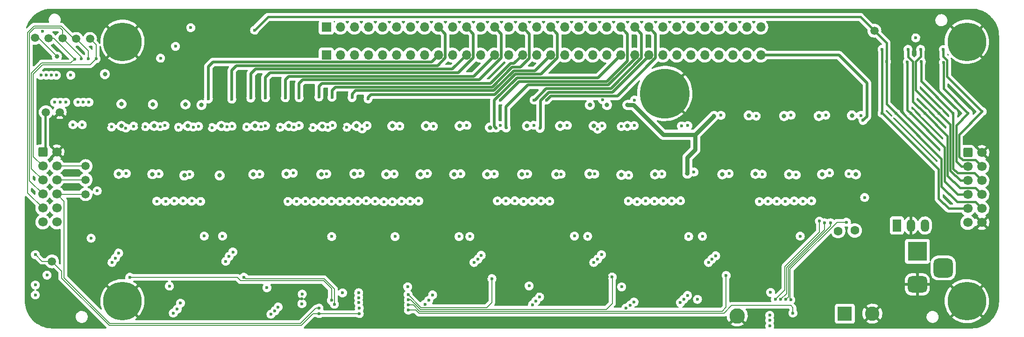
<source format=gbr>
%TF.GenerationSoftware,KiCad,Pcbnew,(6.0.0-0)*%
%TF.CreationDate,2022-08-30T01:19:14-06:00*%
%TF.ProjectId,FlippyDriver,466c6970-7079-4447-9269-7665722e6b69,D*%
%TF.SameCoordinates,Original*%
%TF.FileFunction,Copper,L4,Bot*%
%TF.FilePolarity,Positive*%
%FSLAX46Y46*%
G04 Gerber Fmt 4.6, Leading zero omitted, Abs format (unit mm)*
G04 Created by KiCad (PCBNEW (6.0.0-0)) date 2022-08-30 01:19:14*
%MOMM*%
%LPD*%
G01*
G04 APERTURE LIST*
G04 Aperture macros list*
%AMRoundRect*
0 Rectangle with rounded corners*
0 $1 Rounding radius*
0 $2 $3 $4 $5 $6 $7 $8 $9 X,Y pos of 4 corners*
0 Add a 4 corners polygon primitive as box body*
4,1,4,$2,$3,$4,$5,$6,$7,$8,$9,$2,$3,0*
0 Add four circle primitives for the rounded corners*
1,1,$1+$1,$2,$3*
1,1,$1+$1,$4,$5*
1,1,$1+$1,$6,$7*
1,1,$1+$1,$8,$9*
0 Add four rect primitives between the rounded corners*
20,1,$1+$1,$2,$3,$4,$5,0*
20,1,$1+$1,$4,$5,$6,$7,0*
20,1,$1+$1,$6,$7,$8,$9,0*
20,1,$1+$1,$8,$9,$2,$3,0*%
G04 Aperture macros list end*
%TA.AperFunction,ConnectorPad*%
%ADD10C,7.000000*%
%TD*%
%TA.AperFunction,ComponentPad*%
%ADD11C,3.900000*%
%TD*%
%TA.AperFunction,ConnectorPad*%
%ADD12C,9.000000*%
%TD*%
%TA.AperFunction,ComponentPad*%
%ADD13C,4.900000*%
%TD*%
%TA.AperFunction,ComponentPad*%
%ADD14R,3.500000X3.500000*%
%TD*%
%TA.AperFunction,ComponentPad*%
%ADD15RoundRect,0.750000X1.000000X-0.750000X1.000000X0.750000X-1.000000X0.750000X-1.000000X-0.750000X0*%
%TD*%
%TA.AperFunction,ComponentPad*%
%ADD16RoundRect,0.875000X0.875000X-0.875000X0.875000X0.875000X-0.875000X0.875000X-0.875000X-0.875000X0*%
%TD*%
%TA.AperFunction,ComponentPad*%
%ADD17C,2.800000*%
%TD*%
%TA.AperFunction,ComponentPad*%
%ADD18R,1.700000X1.700000*%
%TD*%
%TA.AperFunction,ComponentPad*%
%ADD19O,1.700000X1.700000*%
%TD*%
%TA.AperFunction,ComponentPad*%
%ADD20R,1.500000X2.300000*%
%TD*%
%TA.AperFunction,ComponentPad*%
%ADD21O,1.500000X2.300000*%
%TD*%
%TA.AperFunction,ComponentPad*%
%ADD22R,2.600000X2.600000*%
%TD*%
%TA.AperFunction,ComponentPad*%
%ADD23C,2.600000*%
%TD*%
%TA.AperFunction,ComponentPad*%
%ADD24RoundRect,0.250000X-0.600000X-0.600000X0.600000X-0.600000X0.600000X0.600000X-0.600000X0.600000X0*%
%TD*%
%TA.AperFunction,ComponentPad*%
%ADD25C,1.700000*%
%TD*%
%TA.AperFunction,SMDPad,CuDef*%
%ADD26C,1.500000*%
%TD*%
%TA.AperFunction,ViaPad*%
%ADD27C,0.600000*%
%TD*%
%TA.AperFunction,ViaPad*%
%ADD28C,0.800000*%
%TD*%
%TA.AperFunction,ViaPad*%
%ADD29C,1.200000*%
%TD*%
%TA.AperFunction,ViaPad*%
%ADD30C,1.600000*%
%TD*%
%TA.AperFunction,Conductor*%
%ADD31C,0.400000*%
%TD*%
%TA.AperFunction,Conductor*%
%ADD32C,0.500000*%
%TD*%
%TA.AperFunction,Conductor*%
%ADD33C,0.200000*%
%TD*%
%TA.AperFunction,Conductor*%
%ADD34C,0.800000*%
%TD*%
%TA.AperFunction,Conductor*%
%ADD35C,0.127000*%
%TD*%
G04 APERTURE END LIST*
D10*
%TO.P,H1,1,1*%
%TO.N,PIN_GND*%
X226314000Y-73914000D03*
D11*
X226314000Y-73914000D03*
%TD*%
%TO.P,H2,1,1*%
%TO.N,PIN_GND*%
X73279000Y-73914000D03*
D10*
X73279000Y-73914000D03*
%TD*%
D11*
%TO.P,H4,1,1*%
%TO.N,PIN_GND*%
X73279000Y-121031000D03*
D10*
X73279000Y-121031000D03*
%TD*%
D12*
%TO.P,H5,1,1*%
%TO.N,PIN_GND*%
X171577000Y-83312000D03*
D13*
X171577000Y-83312000D03*
%TD*%
D11*
%TO.P,H3,1,1*%
%TO.N,PIN_GND*%
X226314000Y-121031000D03*
D10*
X226314000Y-121031000D03*
%TD*%
D14*
%TO.P,J5,1*%
%TO.N,PIN_24V*%
X217342500Y-112000000D03*
D15*
%TO.P,J5,2*%
%TO.N,PIN_GND*%
X217342500Y-118000000D03*
D16*
%TO.P,J5,3*%
%TO.N,N/C*%
X222042500Y-115000000D03*
%TD*%
D17*
%TO.P,TP6,1,1*%
%TO.N,PIN_GND*%
X184700000Y-123700000D03*
%TD*%
D18*
%TO.P,J3,1,Pin_1*%
%TO.N,PIN_LED-*%
X110230000Y-76340000D03*
%TO.P,J3,2,Pin_2*%
X110230000Y-71260000D03*
D19*
%TO.P,J3,3,Pin_3*%
%TO.N,+24V*%
X112770000Y-76340000D03*
%TO.P,J3,4,Pin_4*%
X112770000Y-71260000D03*
%TO.P,J3,5,Pin_5*%
%TO.N,ROW_2_RESET*%
X115310000Y-76340000D03*
%TO.P,J3,6,Pin_6*%
%TO.N,ROW_2_SET*%
X115310000Y-71260000D03*
%TO.P,J3,7,Pin_7*%
%TO.N,ROW_4_RESET*%
X117850000Y-76340000D03*
%TO.P,J3,8,Pin_8*%
%TO.N,ROW_4_SET*%
X117850000Y-71260000D03*
%TO.P,J3,9,Pin_9*%
%TO.N,ROW_6_RESET*%
X120390000Y-76340000D03*
%TO.P,J3,10,Pin_10*%
%TO.N,ROW_6_SET*%
X120390000Y-71260000D03*
%TO.P,J3,11,Pin_11*%
%TO.N,ROW_8_RESET*%
X122930000Y-76340000D03*
%TO.P,J3,12,Pin_12*%
%TO.N,ROW_8_SET*%
X122930000Y-71260000D03*
%TO.P,J3,13,Pin_13*%
%TO.N,ROW_10_RESET*%
X125470000Y-76340000D03*
%TO.P,J3,14,Pin_14*%
%TO.N,ROW_10_SET*%
X125470000Y-71260000D03*
%TO.P,J3,15,Pin_15*%
%TO.N,ROW_12_RESET*%
X128010000Y-76340000D03*
%TO.P,J3,16,Pin_16*%
%TO.N,ROW_12_SET*%
X128010000Y-71260000D03*
%TO.P,J3,17,Pin_17*%
%TO.N,ROW_14_RESET*%
X130550000Y-76340000D03*
%TO.P,J3,18,Pin_18*%
%TO.N,ROW_14_SET*%
X130550000Y-71260000D03*
%TO.P,J3,19,Pin_19*%
%TO.N,ROW_16_RESET*%
X133090000Y-76340000D03*
%TO.P,J3,20,Pin_20*%
%TO.N,ROW_16_SET*%
X133090000Y-71260000D03*
%TO.P,J3,21,Pin_21*%
%TO.N,ROW_15_RESET*%
X135630000Y-76340000D03*
%TO.P,J3,22,Pin_22*%
%TO.N,ROW_15_SET*%
X135630000Y-71260000D03*
%TO.P,J3,23,Pin_23*%
%TO.N,ROW_13_RESET*%
X138170000Y-76340000D03*
%TO.P,J3,24,Pin_24*%
%TO.N,ROW_13_SET*%
X138170000Y-71260000D03*
%TO.P,J3,25,Pin_25*%
%TO.N,ROW_11_RESET*%
X140710000Y-76340000D03*
%TO.P,J3,26,Pin_26*%
%TO.N,ROW_11_SET*%
X140710000Y-71260000D03*
%TO.P,J3,27,Pin_27*%
%TO.N,ROW_9_RESET*%
X143250000Y-76340000D03*
%TO.P,J3,28,Pin_28*%
%TO.N,ROW_9_SET*%
X143250000Y-71260000D03*
%TO.P,J3,29,Pin_29*%
%TO.N,ROW_7_RESET*%
X145790000Y-76340000D03*
%TO.P,J3,30,Pin_30*%
%TO.N,ROW_7_SET*%
X145790000Y-71260000D03*
%TO.P,J3,31,Pin_31*%
%TO.N,ROW_5_RESET*%
X148330000Y-76340000D03*
%TO.P,J3,32,Pin_32*%
%TO.N,ROW_5_SET*%
X148330000Y-71260000D03*
%TO.P,J3,33,Pin_33*%
%TO.N,ROW_3_RESET*%
X150870000Y-76340000D03*
%TO.P,J3,34,Pin_34*%
%TO.N,ROW_3_SET*%
X150870000Y-71260000D03*
%TO.P,J3,35,Pin_35*%
%TO.N,ROW_1_RESET*%
X153410000Y-76340000D03*
%TO.P,J3,36,Pin_36*%
%TO.N,ROW_1_SET*%
X153410000Y-71260000D03*
%TO.P,J3,37,Pin_37*%
%TO.N,COL_2*%
X155950000Y-76340000D03*
%TO.P,J3,38,Pin_38*%
%TO.N,COL_1*%
X155950000Y-71260000D03*
%TO.P,J3,39,Pin_39*%
%TO.N,COL_4*%
X158490000Y-76340000D03*
%TO.P,J3,40,Pin_40*%
%TO.N,COL_3*%
X158490000Y-71260000D03*
%TO.P,J3,41,Pin_41*%
%TO.N,COL_6*%
X161030000Y-76340000D03*
%TO.P,J3,42,Pin_42*%
%TO.N,COL_5*%
X161030000Y-71260000D03*
%TO.P,J3,43,Pin_43*%
%TO.N,COL_8*%
X163570000Y-76340000D03*
%TO.P,J3,44,Pin_44*%
%TO.N,COL_7*%
X163570000Y-71260000D03*
%TO.P,J3,45,Pin_45*%
%TO.N,COL_10*%
X166110000Y-76340000D03*
%TO.P,J3,46,Pin_46*%
%TO.N,COL_9*%
X166110000Y-71260000D03*
%TO.P,J3,47,Pin_47*%
%TO.N,COL_12*%
X168650000Y-76340000D03*
%TO.P,J3,48,Pin_48*%
%TO.N,COL_11*%
X168650000Y-71260000D03*
%TO.P,J3,49,Pin_49*%
%TO.N,COL_14*%
X171190000Y-76340000D03*
%TO.P,J3,50,Pin_50*%
%TO.N,COL_13*%
X171190000Y-71260000D03*
%TO.P,J3,51,Pin_51*%
%TO.N,COL_16*%
X173730000Y-76340000D03*
%TO.P,J3,52,Pin_52*%
%TO.N,COL_15*%
X173730000Y-71260000D03*
%TO.P,J3,53,Pin_53*%
%TO.N,COL_18*%
X176270000Y-76340000D03*
%TO.P,J3,54,Pin_54*%
%TO.N,COL_17*%
X176270000Y-71260000D03*
%TO.P,J3,55,Pin_55*%
%TO.N,COL_20*%
X178810000Y-76340000D03*
%TO.P,J3,56,Pin_56*%
%TO.N,COL_19*%
X178810000Y-71260000D03*
%TO.P,J3,57,Pin_57*%
%TO.N,COL_22*%
X181350000Y-76340000D03*
%TO.P,J3,58,Pin_58*%
%TO.N,COL_21*%
X181350000Y-71260000D03*
%TO.P,J3,59,Pin_59*%
%TO.N,COL_24*%
X183890000Y-76340000D03*
%TO.P,J3,60,Pin_60*%
%TO.N,COL_23*%
X183890000Y-71260000D03*
%TO.P,J3,61,Pin_61*%
%TO.N,COL_26*%
X186430000Y-76340000D03*
%TO.P,J3,62,Pin_62*%
%TO.N,COL_25*%
X186430000Y-71260000D03*
%TO.P,J3,63,Pin_63*%
%TO.N,COL_28*%
X188970000Y-76340000D03*
%TO.P,J3,64,Pin_64*%
%TO.N,COL_27*%
X188970000Y-71260000D03*
%TD*%
D20*
%TO.P,U31,1,IN*%
%TO.N,+24V*%
X213650000Y-107300000D03*
D21*
%TO.P,U31,2,GND*%
%TO.N,PIN_GND*%
X216190000Y-107300000D03*
%TO.P,U31,3,OUT*%
%TO.N,5V_OUT*%
X218730000Y-107300000D03*
%TD*%
D22*
%TO.P,J7,1,Pin_1*%
%TO.N,PIN_24V*%
X204200000Y-123305000D03*
D23*
%TO.P,J7,2,Pin_2*%
%TO.N,PIN_GND*%
X209200000Y-123305000D03*
%TD*%
D24*
%TO.P,J1,1,Pin_1*%
%TO.N,VCC*%
X226497500Y-94050000D03*
D25*
%TO.P,J1,2,Pin_2*%
%TO.N,PIN_GND*%
X229037500Y-94050000D03*
%TO.P,J1,3,Pin_3*%
%TO.N,MTX_DIN*%
X226497500Y-96590000D03*
%TO.P,J1,4,Pin_4*%
%TO.N,PULSE_ENABLE_IN*%
X229037500Y-96590000D03*
%TO.P,J1,5,Pin_5*%
%TO.N,MTX_LATCH*%
X226497500Y-99130000D03*
%TO.P,J1,6,Pin_6*%
%TO.N,COL_PULSE_N*%
X229037500Y-99130000D03*
%TO.P,J1,7,Pin_7*%
%TO.N,MTX_CLK*%
X226497500Y-101670000D03*
%TO.P,J1,8,Pin_8*%
%TO.N,ROW_PULSE_N*%
X229037500Y-101670000D03*
%TO.P,J1,9,Pin_9*%
%TO.N,MTX_RST*%
X226497500Y-104210000D03*
%TO.P,J1,10,Pin_10*%
%TO.N,LED_ILLUM*%
X229037500Y-104210000D03*
%TO.P,J1,11,Pin_11*%
%TO.N,5V_OUT*%
X226497500Y-106750000D03*
%TO.P,J1,12,Pin_12*%
%TO.N,PIN_GND*%
X229037500Y-106750000D03*
%TD*%
D24*
%TO.P,J2,1,Pin_1*%
%TO.N,VCC*%
X58847500Y-93950000D03*
D25*
%TO.P,J2,2,Pin_2*%
%TO.N,PIN_GND*%
X61387500Y-93950000D03*
%TO.P,J2,3,Pin_3*%
%TO.N,MTX_DOUT*%
X58847500Y-96490000D03*
%TO.P,J2,4,Pin_4*%
%TO.N,PULSE_ENABLE_IN*%
X61387500Y-96490000D03*
%TO.P,J2,5,Pin_5*%
%TO.N,MTX_LATCH*%
X58847500Y-99030000D03*
%TO.P,J2,6,Pin_6*%
%TO.N,COL_PULSE_N*%
X61387500Y-99030000D03*
%TO.P,J2,7,Pin_7*%
%TO.N,MTX_CLK*%
X58847500Y-101570000D03*
%TO.P,J2,8,Pin_8*%
%TO.N,ROW_PULSE_N*%
X61387500Y-101570000D03*
%TO.P,J2,9,Pin_9*%
%TO.N,MTX_RST*%
X58847500Y-104110000D03*
%TO.P,J2,10,Pin_10*%
%TO.N,LED_ILLUM*%
X61387500Y-104110000D03*
%TO.P,J2,11,Pin_11*%
%TO.N,unconnected-(J2-Pad11)*%
X58847500Y-106650000D03*
%TO.P,J2,12,Pin_12*%
%TO.N,unconnected-(J2-Pad12)*%
X61387500Y-106650000D03*
%TD*%
D26*
%TO.P,TP12,1,1*%
%TO.N,MTX_LATCH*%
X59900000Y-73300000D03*
%TD*%
%TO.P,TP11,1,1*%
%TO.N,MTX_DIN*%
X57400000Y-73200000D03*
%TD*%
%TO.P,TP15,1,1*%
%TO.N,COL_PULSE_N*%
X66600000Y-99000000D03*
%TD*%
%TO.P,TP2,1,1*%
%TO.N,MTX_RST*%
X64900000Y-73400000D03*
%TD*%
%TO.P,TP4,1,1*%
%TO.N,VCC*%
X59400000Y-86700000D03*
%TD*%
%TO.P,TP13,1,1*%
%TO.N,PULSE_ENABLE*%
X60500000Y-113800000D03*
%TD*%
%TO.P,TP7,1,1*%
%TO.N,PULSE_ENABLE_IN*%
X66600000Y-96500000D03*
%TD*%
%TO.P,TP14,1,1*%
%TO.N,ROW_PULSE_N*%
X66600000Y-101600000D03*
%TD*%
%TO.P,TP3,1,1*%
%TO.N,MTX_DOUT*%
X67400000Y-73400000D03*
%TD*%
%TO.P,TP1,1,1*%
%TO.N,MTX_CLK*%
X62400000Y-73300000D03*
%TD*%
%TO.P,TP5,1,1*%
%TO.N,PIN_GND*%
X61900000Y-86700000D03*
%TD*%
%TO.P,TP10,1,1*%
%TO.N,LED_ILLUM*%
X209550000Y-71900000D03*
%TD*%
D27*
%TO.N,VCC*%
X207800000Y-102200000D03*
X217050000Y-73200000D03*
%TO.N,PULSE_ENABLE_IN*%
X222050000Y-75350000D03*
%TO.N,MTX_DIN*%
X222100000Y-77650000D03*
%TO.N,COL_PULSE_N*%
X218050000Y-77550000D03*
%TO.N,MTX_LATCH*%
X217950000Y-75300000D03*
%TO.N,ROW_PULSE_N*%
X215650000Y-75300000D03*
%TO.N,MTX_CLK*%
X215550000Y-77600000D03*
%TO.N,LED_ILLUM*%
X211750000Y-77550000D03*
%TO.N,MTX_RST*%
X210950000Y-75300000D03*
X210950000Y-86900000D03*
%TO.N,LED_ILLUM*%
X213500000Y-86950000D03*
%TO.N,MTX_CLK*%
X216150000Y-86950000D03*
%TO.N,ROW_PULSE_N*%
X218700000Y-86950000D03*
%TO.N,MTX_LATCH*%
X221250000Y-86900000D03*
%TO.N,COL_PULSE_N*%
X223850000Y-86900000D03*
%TO.N,MTX_DIN*%
X226550000Y-86900000D03*
%TO.N,PULSE_ENABLE_IN*%
X229100000Y-86600000D03*
%TO.N,ROW_1_SET*%
X116734450Y-89766926D03*
%TO.N,ROW_1_RESET*%
X113950688Y-89450688D03*
%TO.N,ROW_3_SET*%
X117800000Y-84300000D03*
%TO.N,ROW_3_RESET*%
X114900000Y-84050000D03*
%TO.N,COL_7*%
X141750000Y-84500500D03*
%TO.N,ROW_4_SET*%
X73905743Y-89595633D03*
%TO.N,COL_8*%
X141009669Y-89591706D03*
%TO.N,ROW_4_RESET*%
X71300000Y-89400000D03*
%TO.N,COL_9*%
X147878528Y-84500500D03*
%TO.N,ROW_5_SET*%
X110534574Y-89466802D03*
%TO.N,COL_10*%
X142834339Y-89565659D03*
%TO.N,ROW_5_RESET*%
X107800688Y-89500688D03*
%TO.N,COL_11*%
X150125458Y-84500500D03*
%TO.N,COL_12*%
X148954539Y-89648948D03*
%TO.N,COL_13*%
X160295016Y-84450500D03*
%TO.N,ROW_7_SET*%
X111250000Y-84000000D03*
%TO.N,COL_14*%
X159393090Y-89796490D03*
%TO.N,ROW_7_RESET*%
X108900000Y-83950000D03*
%TO.N,COL_15*%
X166100000Y-84500000D03*
%TO.N,ROW_8_SET*%
X80095463Y-89342379D03*
%TO.N,COL_16*%
X163699500Y-89300000D03*
%TO.N,ROW_8_RESET*%
X77450688Y-89350688D03*
%TO.N,COL_17*%
X175750000Y-89150000D03*
%TO.N,ROW_9_SET*%
X104377611Y-89423764D03*
%TO.N,COL_18*%
X174600000Y-89200000D03*
%TO.N,ROW_9_RESET*%
X101846692Y-89454683D03*
%TO.N,ROW_11_SET*%
X105300000Y-84100000D03*
%TO.N,ROW_11_RESET*%
X102800000Y-84100000D03*
%TO.N,ROW_12_SET*%
X86110106Y-89410106D03*
%TO.N,ROW_12_RESET*%
X83450688Y-89450688D03*
%TO.N,ROW_13_SET*%
X98375682Y-89352193D03*
%TO.N,ROW_13_RESET*%
X95800000Y-89400000D03*
%TO.N,ROW_14_SET*%
X93100000Y-84350000D03*
%TO.N,COL_28*%
X207500000Y-88200000D03*
%TO.N,ROW_14_RESET*%
X88850500Y-84300000D03*
%TO.N,ROW_16_SET*%
X92200688Y-89400688D03*
%TO.N,ROW_15_SET*%
X99200000Y-84100000D03*
%TO.N,ROW_16_RESET*%
X89544744Y-89500000D03*
%TO.N,ROW_15_RESET*%
X96550000Y-84150000D03*
%TO.N,ROW_A_2*%
X72600000Y-112300000D03*
X83800000Y-121400000D03*
X93300000Y-112100000D03*
X101500000Y-122100000D03*
X63000000Y-84900000D03*
%TO.N,ROW_A_1*%
X100900000Y-122800000D03*
X62000000Y-84900000D03*
X92600000Y-112900000D03*
X83200000Y-122500000D03*
X72000000Y-113200000D03*
%TO.N,ROW_A_0*%
X61000000Y-84900000D03*
X82500000Y-123200000D03*
X71400000Y-114000000D03*
X92000000Y-113800000D03*
X100200000Y-123400000D03*
%TO.N,COL_A_0*%
X190600000Y-125500000D03*
X179500000Y-114000000D03*
X65200000Y-84900000D03*
X128100000Y-121600000D03*
X175700000Y-120000000D03*
X158700000Y-114000000D03*
X137000000Y-114000000D03*
X147600000Y-121700000D03*
X164500000Y-122300000D03*
%TO.N,COL_A_1*%
X190600000Y-124500000D03*
X148200000Y-121000000D03*
X165300000Y-121773500D03*
X137700000Y-113400000D03*
X128800000Y-120900000D03*
X159400000Y-113400000D03*
X66200000Y-84900000D03*
X180100000Y-113400000D03*
X175000000Y-120700000D03*
%TO.N,COL_A_2*%
X148877708Y-120277708D03*
X67200000Y-84900000D03*
X129500000Y-119900000D03*
X190600000Y-123600000D03*
X174400000Y-121300000D03*
X166000000Y-121200000D03*
X138300000Y-112700000D03*
X180800000Y-112800000D03*
X160100000Y-112600000D03*
%TO.N,COL_26_SINK*%
X200500000Y-106800000D03*
X192600000Y-120700000D03*
%TO.N,COL_25_SINK*%
X199600000Y-106500000D03*
X191600000Y-120700000D03*
%TO.N,COL_28_SINK*%
X194400000Y-120800000D03*
X204500000Y-106700000D03*
%TO.N,COL_27_SINK*%
X193500000Y-120700000D03*
X201600000Y-106800000D03*
%TO.N,VCC*%
X124980000Y-118420000D03*
X190743750Y-119443750D03*
X136250000Y-109275000D03*
X67600000Y-109600000D03*
X85657500Y-71357500D03*
X177500000Y-120700000D03*
X81800000Y-118300000D03*
X91425000Y-109225000D03*
X99450000Y-118600000D03*
X58500000Y-80000000D03*
X163762500Y-118437500D03*
X146982500Y-118267500D03*
X178395000Y-109255000D03*
X113165000Y-119535000D03*
X57500000Y-118100000D03*
X58800000Y-72000000D03*
X157595000Y-109255000D03*
%TO.N,LED_ILLUM*%
X97225000Y-71825000D03*
D28*
%TO.N,PIN_GND*%
X106400000Y-97800000D03*
D29*
X102750000Y-75600000D03*
D28*
X142950000Y-97950000D03*
X185400000Y-97900000D03*
X76400000Y-89200000D03*
X57400000Y-76000000D03*
X203300000Y-87400000D03*
X156200000Y-89200000D03*
X121400000Y-120000000D03*
X125800000Y-89200000D03*
X184300000Y-87300000D03*
X60100000Y-108700000D03*
X88325000Y-98000000D03*
X179400000Y-98100000D03*
X190600000Y-87400000D03*
X124725000Y-97900000D03*
X144000000Y-89200000D03*
X197200000Y-98100000D03*
X134000000Y-124300000D03*
X162300000Y-89200000D03*
D27*
X161179895Y-116620104D03*
X62600000Y-80000000D03*
D28*
X112575000Y-97900000D03*
X136875000Y-98025000D03*
X196900000Y-87300000D03*
X137900000Y-89300000D03*
X150200000Y-89200000D03*
D27*
X139300000Y-116600000D03*
X164400000Y-114700000D03*
D28*
X100425000Y-97875000D03*
X70300000Y-89100000D03*
X131300000Y-120900000D03*
X191400000Y-98000000D03*
X155075000Y-98025000D03*
X167300000Y-98000000D03*
X113000000Y-89200000D03*
X82165879Y-89296544D03*
X94350000Y-98075000D03*
X203600000Y-98100000D03*
X161175000Y-97875000D03*
D27*
X105800000Y-120600000D03*
D28*
X119700000Y-89200000D03*
X88600000Y-89200000D03*
X173300000Y-98000000D03*
X100900000Y-89200000D03*
X149025000Y-97925000D03*
X70163714Y-98063714D03*
X167300000Y-120600000D03*
X82205503Y-97819497D03*
X76100000Y-98100000D03*
X118650000Y-98000000D03*
X130800000Y-97925000D03*
X94700000Y-89200000D03*
D27*
X64206033Y-94000000D03*
D28*
X102600000Y-122900000D03*
X131800000Y-89200000D03*
X106900000Y-89200000D03*
X178000000Y-87400000D03*
%TO.N,+24V*%
X115300000Y-97900000D03*
X134400000Y-89200000D03*
X164800000Y-85400000D03*
X97326500Y-89200000D03*
X127300000Y-98000000D03*
X139400000Y-98000000D03*
X128300000Y-89200000D03*
X145700000Y-98000000D03*
X199500000Y-87400000D03*
X72600000Y-97900000D03*
X186800000Y-87300000D03*
D27*
X196127708Y-109227708D03*
D28*
X152600000Y-89200000D03*
X163700000Y-98100000D03*
X206200000Y-98000000D03*
X146600000Y-89200000D03*
D27*
X175900000Y-109300000D03*
D28*
X180500000Y-87400000D03*
X73100000Y-89200000D03*
X85118837Y-89200000D03*
D27*
X57500000Y-119900000D03*
X134300000Y-109300000D03*
D28*
X79039504Y-89196963D03*
X164800000Y-89200000D03*
D30*
X206000000Y-108200000D03*
D28*
X161099999Y-85400001D03*
D27*
X122700000Y-109300000D03*
D28*
X87600000Y-85400000D03*
X91200000Y-89200000D03*
X84500000Y-98200000D03*
X115700000Y-89200000D03*
X169800000Y-98000000D03*
X122200000Y-89200000D03*
D27*
X111200000Y-109300000D03*
D28*
X139900000Y-89500000D03*
X158700000Y-89200000D03*
X78800000Y-85300000D03*
X182000000Y-98000000D03*
X78700000Y-97967447D03*
X194100000Y-98000000D03*
X200100000Y-98000000D03*
X188000000Y-97900000D03*
X109300000Y-98000000D03*
X84700000Y-85300000D03*
X121100000Y-98000000D03*
D30*
X203000000Y-108300000D03*
D28*
X109500000Y-89300000D03*
X193200000Y-87400000D03*
X103000000Y-97900000D03*
D27*
X88100000Y-109200000D03*
D28*
X70100000Y-79800000D03*
X133400000Y-98000000D03*
X103400000Y-89200000D03*
X73106243Y-85217396D03*
X157900000Y-97900000D03*
X175672205Y-97872205D03*
X97000000Y-98000000D03*
X158000000Y-85400000D03*
X151900000Y-98000000D03*
X205500000Y-87300000D03*
X90900000Y-98200000D03*
D27*
X155200000Y-109200000D03*
%TO.N,USER_LED*%
X63900000Y-80000000D03*
X59600000Y-116300000D03*
%TO.N,PULSE_ENABLE*%
X57500000Y-112600000D03*
X82900000Y-74747500D03*
X108900000Y-123300000D03*
X116200000Y-123300000D03*
%TO.N,MTX_DOUT*%
X68500000Y-77000000D03*
%TO.N,COL_17_24_SINK_EN*%
X125100000Y-121750000D03*
X182685445Y-116373500D03*
%TO.N,COL_1_8_SINK_EN*%
X125050000Y-119850000D03*
X140250000Y-116925000D03*
%TO.N,COL_9_16_SINK_EN*%
X125100000Y-120800000D03*
X162044309Y-116639756D03*
%TO.N,COL_25_28_SINK_EN*%
X125100000Y-122650000D03*
X194800000Y-123200000D03*
%TO.N,COL_BANK_0*%
X66000000Y-89000000D03*
X116100000Y-119500000D03*
%TO.N,COL_BANK_1*%
X116100000Y-120400000D03*
X61300000Y-80000000D03*
%TO.N,COL_SOURCE*%
X60400000Y-80000000D03*
X116100000Y-121300000D03*
%TO.N,ROW_SOURCE*%
X105800000Y-121500000D03*
X59500000Y-80000000D03*
%TO.N,ROW_BANK*%
X64300000Y-89000000D03*
X105863249Y-119763250D03*
%TO.N,Net-(Q3-Pad4)*%
X123550000Y-89250000D03*
X119075000Y-102875000D03*
%TO.N,Net-(Q4-Pad4)*%
X117495000Y-102805000D03*
X122525000Y-97925000D03*
%TO.N,Net-(Q5-Pad4)*%
X129650000Y-89275000D03*
X122235000Y-102985000D03*
%TO.N,Net-(Q6-Pad4)*%
X120655000Y-102980000D03*
X128550000Y-97850000D03*
%TO.N,Net-(Q7-Pad4)*%
X135700000Y-89100000D03*
X125425000Y-102900000D03*
%TO.N,Net-(Q8-Pad4)*%
X134600000Y-97900000D03*
X123862292Y-102882292D03*
%TO.N,Net-(Q9-Pad4)*%
X141225000Y-102825000D03*
X141750000Y-89125000D03*
%TO.N,Net-(Q10-Pad4)*%
X126975000Y-102850000D03*
X140675000Y-97950000D03*
%TO.N,Net-(Q11-Pad4)*%
X147825000Y-89100000D03*
X144391666Y-102808334D03*
%TO.N,Net-(Q12-Pad4)*%
X146700000Y-97925000D03*
X142808333Y-102866667D03*
%TO.N,Net-(Q13-Pad4)*%
X153900000Y-89100000D03*
X147558332Y-102858332D03*
%TO.N,Net-(Q14-Pad4)*%
X152775000Y-97975000D03*
X145974999Y-102925001D03*
%TO.N,Net-(Q15-Pad4)*%
X150725000Y-102875000D03*
X160199001Y-89211533D03*
%TO.N,Net-(Q16-Pad4)*%
X158875000Y-97950000D03*
X149141665Y-102833335D03*
%TO.N,Net-(Q17-Pad4)*%
X166025000Y-89150000D03*
X166550000Y-102975000D03*
%TO.N,Net-(Q18-Pad4)*%
X164975000Y-102850000D03*
X165025000Y-98150000D03*
%TO.N,Net-(Q19-Pad4)*%
X171050000Y-97950000D03*
X168125000Y-102850000D03*
%TO.N,Net-(Q20-Pad4)*%
X176852708Y-97577708D03*
X169700000Y-102875000D03*
%TO.N,Net-(Q21-Pad4)*%
X181750000Y-87275000D03*
X171275000Y-102850000D03*
%TO.N,Net-(Q22-Pad4)*%
X183225000Y-97850000D03*
X172848708Y-102850844D03*
%TO.N,Net-(Q23-Pad4)*%
X188150000Y-87425000D03*
X174425000Y-102800000D03*
%TO.N,Net-(Q24-Pad4)*%
X188725000Y-102950000D03*
X189250000Y-97975000D03*
%TO.N,Net-(Q25-Pad4)*%
X194450000Y-87250000D03*
X190300000Y-102875000D03*
%TO.N,Net-(Q26-Pad4)*%
X191875000Y-102900000D03*
X195400000Y-98100000D03*
%TO.N,Net-(Q27-Pad4)*%
X193450000Y-102925000D03*
X200750000Y-87250000D03*
%TO.N,Net-(Q28-Pad4)*%
X195025000Y-102825000D03*
X201422023Y-97730111D03*
%TO.N,Net-(Q29-Pad4)*%
X196600000Y-102875000D03*
X207100000Y-87300000D03*
%TO.N,Net-(Q30-Pad4)*%
X198175000Y-102825000D03*
X204950000Y-97875000D03*
%TO.N,Net-(Q31-Pad4)*%
X116375000Y-97825000D03*
X114335000Y-102885000D03*
%TO.N,Net-(Q32-Pad4)*%
X75325000Y-89250000D03*
X81108333Y-102916667D03*
%TO.N,Net-(Q33-Pad4)*%
X115915000Y-102890000D03*
X117599001Y-89125000D03*
%TO.N,Net-(Q34-Pad4)*%
X79519863Y-102869863D03*
X73978170Y-97846830D03*
%TO.N,Net-(Q35-Pad4)*%
X110300000Y-97925000D03*
X111175000Y-102875000D03*
%TO.N,Net-(Q36-Pad4)*%
X81000000Y-89150000D03*
X84274999Y-102825001D03*
%TO.N,Net-(Q37-Pad4)*%
X112755000Y-102920000D03*
X111350000Y-89075000D03*
%TO.N,Net-(Q38-Pad4)*%
X79900000Y-97900000D03*
X82691666Y-102858334D03*
%TO.N,Net-(Q39-Pad4)*%
X108015000Y-102965000D03*
X104250000Y-97770478D03*
%TO.N,Net-(Q40-Pad4)*%
X87441665Y-102916665D03*
X87075000Y-89275000D03*
%TO.N,Net-(Q41-Pad4)*%
X105300000Y-89150000D03*
X109595000Y-102880000D03*
%TO.N,Net-(Q42-Pad4)*%
X85467000Y-98017954D03*
X85858332Y-102866668D03*
%TO.N,Net-(Q43-Pad4)*%
X104855000Y-102920000D03*
X98175000Y-97975000D03*
%TO.N,Net-(Q44-Pad4)*%
X93150000Y-89250000D03*
X103275000Y-102925000D03*
%TO.N,Net-(Q45-Pad4)*%
X106435000Y-102885000D03*
X99200000Y-89175000D03*
%TO.N,ROW_PULSE_N*%
X108900000Y-122300000D03*
%TO.N,COL_PULSE_N*%
X116200000Y-122300000D03*
X68700000Y-101000000D03*
%TO.N,ROW_SINK_EVENS*%
X74600000Y-116700000D03*
X111173500Y-120903319D03*
%TO.N,ROW_SINK_ODDS*%
X95300000Y-116700000D03*
X111700000Y-121600000D03*
%TO.N,MTX_RST*%
X67100000Y-77000000D03*
%TO.N,MTX_CLK*%
X65800000Y-77000000D03*
%TO.N,MTX_LATCH*%
X64600000Y-77100000D03*
D28*
%TO.N,MTX_DIN*%
X61400000Y-76600000D03*
D27*
%TO.N,PULSE_ENABLE_IN*%
X80200000Y-76900000D03*
%TD*%
D31*
%TO.N,ROW_PULSE_N*%
X218700000Y-86950000D02*
X216523489Y-84773489D01*
X216523489Y-84773489D02*
X216523489Y-77523489D01*
X216523489Y-77523489D02*
X215650000Y-76650000D01*
X215650000Y-76650000D02*
X215650000Y-75300000D01*
%TO.N,MTX_LATCH*%
X221250000Y-86900000D02*
X217050000Y-82700000D01*
X217050000Y-77500000D02*
X217950000Y-76600000D01*
X217950000Y-76600000D02*
X217950000Y-75300000D01*
X217050000Y-82700000D02*
X217050000Y-77500000D01*
%TO.N,PULSE_ENABLE_IN*%
X229100000Y-86600000D02*
X222750000Y-80250000D01*
X222750000Y-80250000D02*
X222750000Y-77300000D01*
X222750000Y-77300000D02*
X222050000Y-76600000D01*
X222050000Y-76600000D02*
X222050000Y-75350000D01*
%TO.N,COL_PULSE_N*%
X223850000Y-86900000D02*
X218050000Y-81100000D01*
X218050000Y-81100000D02*
X218050000Y-77550000D01*
%TO.N,MTX_CLK*%
X215550000Y-86350000D02*
X215550000Y-77600000D01*
X216150000Y-86950000D02*
X215550000Y-86350000D01*
%TO.N,LED_ILLUM*%
X211750000Y-77550000D02*
X211750000Y-74100000D01*
X211750000Y-74100000D02*
X209550000Y-71900000D01*
%TO.N,MTX_DIN*%
X226550000Y-86900000D02*
X222100000Y-82450000D01*
X222100000Y-82450000D02*
X222100000Y-77650000D01*
%TO.N,LED_ILLUM*%
X213500000Y-86950000D02*
X211750000Y-85200000D01*
X211750000Y-85200000D02*
X211750000Y-77550000D01*
%TO.N,MTX_RST*%
X210950000Y-86900000D02*
X210950000Y-75300000D01*
%TO.N,LED_ILLUM*%
X209550000Y-71900000D02*
X207050000Y-69400000D01*
X207050000Y-69400000D02*
X99650000Y-69400000D01*
X99650000Y-69400000D02*
X97225000Y-71825000D01*
%TO.N,PULSE_ENABLE_IN*%
X229037500Y-96590000D02*
X227860989Y-95413489D01*
X227860989Y-95413489D02*
X225563489Y-95413489D01*
X224900000Y-94750000D02*
X224900000Y-90800000D01*
X224900000Y-90800000D02*
X229100000Y-86600000D01*
X225563489Y-95413489D02*
X224900000Y-94750000D01*
%TO.N,COL_PULSE_N*%
X223846980Y-96996980D02*
X223846980Y-86903020D01*
X224616511Y-97766511D02*
X223846980Y-96996980D01*
X227674011Y-97766511D02*
X224616511Y-97766511D01*
%TO.N,MTX_DIN*%
X224373490Y-89076510D02*
X226550000Y-86900000D01*
%TO.N,COL_PULSE_N*%
X223846980Y-86903020D02*
X223850000Y-86900000D01*
%TO.N,MTX_DIN*%
X224373490Y-95668071D02*
X224373490Y-89076510D01*
%TO.N,COL_PULSE_N*%
X229037500Y-99130000D02*
X227674011Y-97766511D01*
%TO.N,MTX_DIN*%
X226497500Y-96590000D02*
X225295419Y-96590000D01*
X225295419Y-96590000D02*
X224373490Y-95668071D01*
%TO.N,MTX_LATCH*%
X223306042Y-88956042D02*
X221250000Y-86900000D01*
%TO.N,MTX_CLK*%
X226497500Y-101670000D02*
X224670000Y-101670000D01*
%TO.N,MTX_LATCH*%
X225130000Y-99130000D02*
X223306042Y-97306042D01*
%TO.N,MTX_RST*%
X221200000Y-102400000D02*
X221200000Y-97100000D01*
%TO.N,ROW_PULSE_N*%
X229037500Y-101670000D02*
X227860989Y-100493489D01*
%TO.N,MTX_CLK*%
X222253022Y-93053022D02*
X216150000Y-86950000D01*
%TO.N,ROW_PULSE_N*%
X222779532Y-98229532D02*
X222779532Y-91029532D01*
X225043489Y-100493489D02*
X222779532Y-98229532D01*
X227860989Y-100493489D02*
X225043489Y-100493489D01*
%TO.N,LED_ILLUM*%
X221726511Y-100226511D02*
X221726511Y-95176511D01*
X224533489Y-103033489D02*
X221726511Y-100226511D01*
%TO.N,MTX_CLK*%
X224670000Y-101670000D02*
X222253022Y-99253022D01*
%TO.N,MTX_LATCH*%
X223306042Y-97306042D02*
X223306042Y-88956042D01*
%TO.N,ROW_PULSE_N*%
X222779532Y-91029532D02*
X218700000Y-86950000D01*
%TO.N,MTX_CLK*%
X222253022Y-99253022D02*
X222253022Y-93053022D01*
%TO.N,MTX_LATCH*%
X226497500Y-99130000D02*
X225130000Y-99130000D01*
%TO.N,LED_ILLUM*%
X227860989Y-103033489D02*
X224533489Y-103033489D01*
X229037500Y-104210000D02*
X227860989Y-103033489D01*
%TO.N,MTX_RST*%
X211000000Y-86900000D02*
X210950000Y-86900000D01*
%TO.N,LED_ILLUM*%
X221726511Y-95176511D02*
X213500000Y-86950000D01*
%TO.N,MTX_RST*%
X226497500Y-104210000D02*
X223010000Y-104210000D01*
X221200000Y-97100000D02*
X211000000Y-86900000D01*
X223010000Y-104210000D02*
X221200000Y-102400000D01*
D32*
%TO.N,ROW_3_SET*%
X149153054Y-79824022D02*
X144456621Y-79824022D01*
X152119511Y-76857565D02*
X149153054Y-79824022D01*
X150870000Y-71260000D02*
X152119511Y-72509511D01*
X152119511Y-72509511D02*
X152119511Y-76857565D01*
X117800000Y-84000000D02*
X117800000Y-84300000D01*
X118300000Y-83500000D02*
X117800000Y-84000000D01*
X140780643Y-83500000D02*
X118300000Y-83500000D01*
X144456621Y-79824022D02*
X140780643Y-83500000D01*
%TO.N,ROW_3_RESET*%
X144187584Y-79174511D02*
X140562004Y-82800091D01*
X150870000Y-76340000D02*
X148035489Y-79174511D01*
X115499991Y-82800009D02*
X114900000Y-83400000D01*
X135043247Y-82800182D02*
X135043074Y-82800009D01*
X135581008Y-82800182D02*
X135043247Y-82800182D01*
X135581099Y-82800091D02*
X135581008Y-82800182D01*
X135043074Y-82800009D02*
X115499991Y-82800009D01*
X114900000Y-83400000D02*
X114900000Y-84050000D01*
X140562004Y-82800091D02*
X135581099Y-82800091D01*
X148035489Y-79174511D02*
X144187584Y-79174511D01*
%TO.N,COL_7*%
X164819511Y-77399036D02*
X161094036Y-81124511D01*
X161094036Y-81124511D02*
X145175489Y-81124511D01*
X164819511Y-72509511D02*
X164819511Y-77399036D01*
X145175489Y-81124511D02*
X141799500Y-84500500D01*
X141799500Y-84500500D02*
X141750000Y-84500500D01*
X163570000Y-71260000D02*
X164819511Y-72509511D01*
%TO.N,COL_8*%
X140700000Y-84561255D02*
X140700000Y-89282037D01*
X163570000Y-76340000D02*
X159435000Y-80475000D01*
X140700000Y-89282037D02*
X141009669Y-89591706D01*
X144786255Y-80475000D02*
X140700000Y-84561255D01*
X159435000Y-80475000D02*
X144786255Y-80475000D01*
%TO.N,COL_9*%
X147999500Y-84500500D02*
X147878528Y-84500500D01*
X167359511Y-76857565D02*
X161793543Y-82423533D01*
X166110000Y-71260000D02*
X167359511Y-72509511D01*
X150076467Y-82423533D02*
X147999500Y-84500500D01*
X167359511Y-72509511D02*
X167359511Y-76857565D01*
X161793543Y-82423533D02*
X150076467Y-82423533D01*
%TO.N,COL_10*%
X142800000Y-85750000D02*
X142800000Y-89531320D01*
X146775978Y-81774022D02*
X142800000Y-85750000D01*
X166110000Y-77027094D02*
X161363072Y-81774022D01*
X166110000Y-76340000D02*
X166110000Y-77027094D01*
X161363072Y-81774022D02*
X146775978Y-81774022D01*
X142800000Y-89531320D02*
X142834339Y-89565659D01*
%TO.N,COL_11*%
X169899511Y-76857565D02*
X163007076Y-83750000D01*
X163007076Y-83750000D02*
X150875958Y-83750000D01*
X150875958Y-83750000D02*
X150125458Y-84500500D01*
X168650000Y-71260000D02*
X169899511Y-72509511D01*
X169899511Y-72509511D02*
X169899511Y-76857565D01*
%TO.N,COL_12*%
X168650000Y-76340000D02*
X168650000Y-76485624D01*
X149050000Y-89553487D02*
X148954539Y-89648948D01*
X150563669Y-83073044D02*
X149050000Y-84586713D01*
X162062580Y-83073044D02*
X150563669Y-83073044D01*
X149050000Y-84586713D02*
X149050000Y-89553487D01*
X168650000Y-76485624D02*
X162062580Y-83073044D01*
%TO.N,ROW_7_SET*%
X147039511Y-72509511D02*
X147039511Y-76885489D01*
X111250000Y-82750000D02*
X111250000Y-84000000D01*
X136883696Y-82149022D02*
X136882220Y-82150498D01*
X135312275Y-82150498D02*
X135312193Y-82150580D01*
X145400000Y-78525000D02*
X143918547Y-78525000D01*
X143918547Y-78525000D02*
X140294525Y-82149022D01*
X136882220Y-82150498D02*
X135312275Y-82150498D01*
X147039511Y-76885489D02*
X145400000Y-78525000D01*
X111849502Y-82150498D02*
X111250000Y-82750000D01*
X135312193Y-82150580D02*
X135071089Y-82150498D01*
X145790000Y-71260000D02*
X147039511Y-72509511D01*
X140294525Y-82149022D02*
X136883696Y-82149022D01*
X135071089Y-82150498D02*
X111849502Y-82150498D01*
%TO.N,ROW_7_RESET*%
X134803659Y-81499511D02*
X134802192Y-81500978D01*
X109399022Y-81500978D02*
X108900000Y-82000000D01*
X145790000Y-76340000D02*
X144255000Y-77875000D01*
X134802192Y-81500978D02*
X109399022Y-81500978D01*
X140025489Y-81499511D02*
X134803659Y-81499511D01*
X108900000Y-82000000D02*
X108900000Y-83950000D01*
X143650000Y-77875000D02*
X140025489Y-81499511D01*
X144255000Y-77875000D02*
X143650000Y-77875000D01*
%TO.N,ROW_11_SET*%
X137967068Y-80850008D02*
X105949992Y-80850008D01*
X105300000Y-81500000D02*
X105300000Y-84100000D01*
X105949992Y-80850008D02*
X105300000Y-81500000D01*
X141959511Y-72509511D02*
X141959511Y-76857565D01*
X140710000Y-71260000D02*
X141959511Y-72509511D01*
X141959511Y-76857565D02*
X137967068Y-80850008D01*
%TO.N,ROW_11_RESET*%
X103399511Y-80200489D02*
X102800000Y-80800000D01*
X140710000Y-76415000D02*
X136924511Y-80200489D01*
X102800000Y-80800000D02*
X102800000Y-84100000D01*
X136924511Y-80200489D02*
X103399511Y-80200489D01*
X140710000Y-76340000D02*
X140710000Y-76415000D01*
%TO.N,ROW_14_SET*%
X93100000Y-79100000D02*
X93100000Y-84350000D01*
X93948533Y-78251467D02*
X93100000Y-79100000D01*
X130405609Y-78251467D02*
X93948533Y-78251467D01*
X131799511Y-72509511D02*
X131799511Y-76857565D01*
X130550000Y-71260000D02*
X131799511Y-72509511D01*
X131799511Y-76857565D02*
X130405609Y-78251467D01*
%TO.N,COL_28*%
X203140000Y-76340000D02*
X208200489Y-81400489D01*
X208200489Y-87499511D02*
X207500000Y-88200000D01*
X188970000Y-76340000D02*
X203140000Y-76340000D01*
X208200489Y-81400489D02*
X208200489Y-87499511D01*
%TO.N,ROW_14_RESET*%
X89710489Y-77589511D02*
X88850500Y-78449500D01*
X88850500Y-78449500D02*
X88850500Y-84300000D01*
X129300489Y-77589511D02*
X89710489Y-77589511D01*
X130550000Y-76340000D02*
X129300489Y-77589511D01*
%TO.N,ROW_15_SET*%
X136879511Y-76857565D02*
X134186587Y-79550489D01*
X135630000Y-71260000D02*
X136879511Y-72509511D01*
X136879511Y-72509511D02*
X136879511Y-76857565D01*
X134186587Y-79550489D02*
X100049511Y-79550489D01*
X99200000Y-80400000D02*
X99200000Y-84100000D01*
X100049511Y-79550489D02*
X99200000Y-80400000D01*
%TO.N,ROW_15_RESET*%
X97399022Y-78900978D02*
X96550000Y-79750000D01*
X133069022Y-78900978D02*
X97399022Y-78900978D01*
X135630000Y-76340000D02*
X133069022Y-78900978D01*
X96550000Y-79750000D02*
X96550000Y-84150000D01*
D33*
%TO.N,COL_26_SINK*%
X193646978Y-114914778D02*
X193646978Y-119653022D01*
X200500000Y-108061756D02*
X193646978Y-114914778D01*
X200500000Y-106800000D02*
X200500000Y-108061756D01*
X193646978Y-119653022D02*
X192600000Y-120700000D01*
%TO.N,COL_25_SINK*%
X199600000Y-106500000D02*
X199600000Y-108500000D01*
X199600000Y-108500000D02*
X193320467Y-114779533D01*
X193320467Y-118979533D02*
X191600000Y-120700000D01*
X193320467Y-114779533D02*
X193320467Y-118979533D01*
%TO.N,COL_28_SINK*%
X194300000Y-120700000D02*
X194400000Y-120800000D01*
X204500000Y-106700000D02*
X202785268Y-106700000D01*
X194300000Y-115185268D02*
X194300000Y-120700000D01*
X202785268Y-106700000D02*
X194300000Y-115185268D01*
%TO.N,COL_27_SINK*%
X193973489Y-115050023D02*
X193973489Y-120226511D01*
X193973489Y-120226511D02*
X193500000Y-120700000D01*
X201600000Y-106800000D02*
X201600000Y-107423512D01*
X201600000Y-107423512D02*
X193973489Y-115050023D01*
D31*
%TO.N,VCC*%
X59300000Y-93497500D02*
X58847500Y-93950000D01*
X59400000Y-86700000D02*
X59300000Y-86800000D01*
X59300000Y-86800000D02*
X59300000Y-93497500D01*
D34*
%TO.N,+24V*%
X171300000Y-90800000D02*
X177100000Y-90800000D01*
X177100000Y-90800000D02*
X180500000Y-87400000D01*
X177100000Y-93500000D02*
X175672205Y-94927795D01*
X165900000Y-85400000D02*
X171300000Y-90800000D01*
X177100000Y-90800000D02*
X177100000Y-93500000D01*
X175672205Y-94927795D02*
X175672205Y-97872205D01*
X164800000Y-85400000D02*
X165900000Y-85400000D01*
D33*
%TO.N,PULSE_ENABLE*%
X105673489Y-125426511D02*
X70864755Y-125426511D01*
X62300000Y-115600000D02*
X60500000Y-113800000D01*
D35*
X58700000Y-113800000D02*
X57500000Y-112600000D01*
D33*
X108900000Y-123300000D02*
X107800000Y-123300000D01*
X62300000Y-116861756D02*
X62300000Y-115600000D01*
X107800000Y-123300000D02*
X105673489Y-125426511D01*
D35*
X60500000Y-113800000D02*
X58700000Y-113800000D01*
D33*
X116200000Y-123300000D02*
X108900000Y-123300000D01*
X70864755Y-125426511D02*
X62300000Y-116861756D01*
%TO.N,MTX_DOUT*%
X67400000Y-78100000D02*
X68500000Y-77000000D01*
X64035245Y-78126511D02*
X64061756Y-78100000D01*
X58847500Y-96490000D02*
X57100000Y-94742500D01*
X57100000Y-94742500D02*
X57100000Y-79800000D01*
X67400000Y-73400000D02*
X68500000Y-74500000D01*
X64061756Y-78100000D02*
X67400000Y-78100000D01*
X58773489Y-78126511D02*
X64035245Y-78126511D01*
X57100000Y-79800000D02*
X58773489Y-78126511D01*
X68500000Y-74500000D02*
X68500000Y-77000000D01*
%TO.N,COL_17_24_SINK_EN*%
X125100000Y-121750000D02*
X126026488Y-121750000D01*
X126026488Y-121750000D02*
X127129510Y-122853022D01*
X181946978Y-122853022D02*
X182685445Y-122114555D01*
X127129510Y-122853022D02*
X181946978Y-122853022D01*
X182685445Y-122114555D02*
X182685445Y-116373500D01*
%TO.N,COL_1_8_SINK_EN*%
X139300000Y-122200000D02*
X140250000Y-121250000D01*
X127400000Y-122200000D02*
X139300000Y-122200000D01*
X140250000Y-121250000D02*
X140250000Y-116925000D01*
X125050000Y-119850000D02*
X127400000Y-122200000D01*
%TO.N,COL_9_16_SINK_EN*%
X160973489Y-122526511D02*
X162050000Y-121450000D01*
X125538244Y-120800000D02*
X127264755Y-122526511D01*
X125100000Y-120800000D02*
X125538244Y-120800000D01*
X162050000Y-121450000D02*
X162050000Y-116645447D01*
X127264755Y-122526511D02*
X160973489Y-122526511D01*
X162050000Y-116645447D02*
X162044309Y-116639756D01*
%TO.N,COL_25_28_SINK_EN*%
X182300647Y-123199353D02*
X126999353Y-123199353D01*
X194800000Y-123200000D02*
X194800000Y-122200000D01*
X126999353Y-123199353D02*
X126450000Y-122650000D01*
X183700000Y-121800000D02*
X182300647Y-123199353D01*
X194800000Y-122200000D02*
X194400000Y-121800000D01*
X126450000Y-122650000D02*
X125100000Y-122650000D01*
X194400000Y-121800000D02*
X183700000Y-121800000D01*
%TO.N,ROW_PULSE_N*%
X62700000Y-102882500D02*
X61387500Y-101570000D01*
X62700000Y-116800000D02*
X62700000Y-102882500D01*
X105538244Y-125100000D02*
X71000000Y-125100000D01*
X108900000Y-122300000D02*
X108338244Y-122300000D01*
X108338244Y-122300000D02*
X105538244Y-125100000D01*
X71000000Y-125100000D02*
X62700000Y-116800000D01*
X61417500Y-101600000D02*
X61387500Y-101570000D01*
X66600000Y-101600000D02*
X61417500Y-101600000D01*
%TO.N,COL_PULSE_N*%
X61417500Y-99000000D02*
X61387500Y-99030000D01*
X66600000Y-99000000D02*
X61417500Y-99000000D01*
%TO.N,ROW_SINK_EVENS*%
X94726511Y-117326511D02*
X94100000Y-116700000D01*
X109726511Y-117326511D02*
X94726511Y-117326511D01*
X111173500Y-120903319D02*
X111173500Y-118773500D01*
X111173500Y-118773500D02*
X109726511Y-117326511D01*
X94100000Y-116700000D02*
X74600000Y-116700000D01*
%TO.N,ROW_SINK_ODDS*%
X109861756Y-117000000D02*
X95600000Y-117000000D01*
X111700000Y-118838244D02*
X109861756Y-117000000D01*
X95600000Y-117000000D02*
X95300000Y-116700000D01*
X111700000Y-121600000D02*
X111700000Y-118838244D01*
%TO.N,MTX_RST*%
X64500000Y-73400000D02*
X64900000Y-73400000D01*
X62200000Y-71100000D02*
X64500000Y-73400000D01*
X58847500Y-104110000D02*
X56096978Y-101359478D01*
X64900000Y-73400000D02*
X67100000Y-75600000D01*
X57238244Y-71100000D02*
X62200000Y-71100000D01*
X56096978Y-101359478D02*
X56096978Y-72241266D01*
X67100000Y-75600000D02*
X67100000Y-77000000D01*
X56096978Y-72241266D02*
X57238244Y-71100000D01*
%TO.N,MTX_CLK*%
X65800000Y-76700000D02*
X65800000Y-77000000D01*
X58847500Y-101570000D02*
X56423489Y-99145989D01*
X57373489Y-71426511D02*
X62026511Y-71426511D01*
X62400000Y-71800000D02*
X62400000Y-73300000D01*
X56423489Y-99145989D02*
X56423489Y-72376511D01*
X62026511Y-71426511D02*
X62400000Y-71800000D01*
X62400000Y-73300000D02*
X65800000Y-76700000D01*
X56423489Y-72376511D02*
X57373489Y-71426511D01*
%TO.N,MTX_LATCH*%
X58847500Y-99030000D02*
X56773489Y-96955989D01*
X56773489Y-96955989D02*
X56773489Y-79664755D01*
X60800000Y-73300000D02*
X64600000Y-77100000D01*
X63900000Y-77800000D02*
X64600000Y-77100000D01*
X58638244Y-77800000D02*
X63900000Y-77800000D01*
X56773489Y-79664755D02*
X58638244Y-77800000D01*
X59900000Y-73300000D02*
X60800000Y-73300000D01*
%TO.N,MTX_DIN*%
X57400000Y-73200000D02*
X58000000Y-73200000D01*
X58000000Y-73200000D02*
X61400000Y-76600000D01*
%TO.N,PULSE_ENABLE_IN*%
X66600000Y-96500000D02*
X61397500Y-96500000D01*
X61397500Y-96500000D02*
X61387500Y-96490000D01*
%TD*%
%TA.AperFunction,Conductor*%
%TO.N,PIN_GND*%
G36*
X55816512Y-101940015D02*
G01*
X55823095Y-101946144D01*
X57504954Y-103628003D01*
X57538980Y-103690315D01*
X57537276Y-103750769D01*
X57508489Y-103854570D01*
X57484751Y-104076695D01*
X57497610Y-104299715D01*
X57498747Y-104304761D01*
X57498748Y-104304767D01*
X57522804Y-104411508D01*
X57546722Y-104517639D01*
X57579223Y-104597680D01*
X57619829Y-104697680D01*
X57630766Y-104724616D01*
X57682442Y-104808944D01*
X57744791Y-104910688D01*
X57747487Y-104915088D01*
X57893750Y-105083938D01*
X58065626Y-105226632D01*
X58101387Y-105247529D01*
X58138945Y-105269476D01*
X58187669Y-105321114D01*
X58200740Y-105390897D01*
X58174009Y-105456669D01*
X58133555Y-105490027D01*
X58121107Y-105496507D01*
X58116974Y-105499610D01*
X58116971Y-105499612D01*
X57946600Y-105627530D01*
X57942465Y-105630635D01*
X57908511Y-105666166D01*
X57798431Y-105781358D01*
X57788129Y-105792138D01*
X57785220Y-105796403D01*
X57785214Y-105796411D01*
X57745134Y-105855166D01*
X57662243Y-105976680D01*
X57648147Y-106007047D01*
X57570881Y-106173504D01*
X57568188Y-106179305D01*
X57508489Y-106394570D01*
X57484751Y-106616695D01*
X57485048Y-106621848D01*
X57485048Y-106621851D01*
X57493176Y-106762812D01*
X57497610Y-106839715D01*
X57498747Y-106844761D01*
X57498748Y-106844767D01*
X57504761Y-106871447D01*
X57546722Y-107057639D01*
X57630766Y-107264616D01*
X57668935Y-107326902D01*
X57744791Y-107450688D01*
X57747487Y-107455088D01*
X57893750Y-107623938D01*
X58065626Y-107766632D01*
X58258500Y-107879338D01*
X58263325Y-107881180D01*
X58263326Y-107881181D01*
X58269983Y-107883723D01*
X58467192Y-107959030D01*
X58472260Y-107960061D01*
X58472263Y-107960062D01*
X58557448Y-107977393D01*
X58686097Y-108003567D01*
X58691272Y-108003757D01*
X58691274Y-108003757D01*
X58904173Y-108011564D01*
X58904177Y-108011564D01*
X58909337Y-108011753D01*
X58914457Y-108011097D01*
X58914459Y-108011097D01*
X59125788Y-107984025D01*
X59125789Y-107984025D01*
X59130916Y-107983368D01*
X59154545Y-107976279D01*
X59339929Y-107920661D01*
X59339934Y-107920659D01*
X59344884Y-107919174D01*
X59545494Y-107820896D01*
X59727360Y-107691173D01*
X59885596Y-107533489D01*
X59900463Y-107512800D01*
X60015953Y-107352077D01*
X60017276Y-107353028D01*
X60064145Y-107309857D01*
X60134080Y-107297625D01*
X60199526Y-107325144D01*
X60227375Y-107356994D01*
X60287487Y-107455088D01*
X60433750Y-107623938D01*
X60605626Y-107766632D01*
X60798500Y-107879338D01*
X60803325Y-107881180D01*
X60803326Y-107881181D01*
X60809983Y-107883723D01*
X61007192Y-107959030D01*
X61012260Y-107960061D01*
X61012263Y-107960062D01*
X61097448Y-107977393D01*
X61226097Y-108003567D01*
X61231272Y-108003757D01*
X61231274Y-108003757D01*
X61444173Y-108011564D01*
X61444177Y-108011564D01*
X61449337Y-108011753D01*
X61454457Y-108011097D01*
X61454459Y-108011097D01*
X61665788Y-107984025D01*
X61665789Y-107984025D01*
X61670916Y-107983368D01*
X61694545Y-107976279D01*
X61879929Y-107920661D01*
X61879934Y-107920659D01*
X61884884Y-107919174D01*
X61910071Y-107906835D01*
X61980040Y-107894829D01*
X62045397Y-107922558D01*
X62085388Y-107981220D01*
X62091500Y-108019987D01*
X62091500Y-114226761D01*
X62071498Y-114294882D01*
X62017842Y-114341375D01*
X61947568Y-114351479D01*
X61882988Y-114321985D01*
X61876405Y-114315856D01*
X61760856Y-114200307D01*
X61726830Y-114137995D01*
X61728245Y-114078600D01*
X61742690Y-114024691D01*
X61742691Y-114024685D01*
X61744115Y-114019371D01*
X61763307Y-113800000D01*
X61744115Y-113580629D01*
X61687120Y-113367924D01*
X61621873Y-113228000D01*
X61596382Y-113173334D01*
X61596379Y-113173329D01*
X61594056Y-113168347D01*
X61590900Y-113163840D01*
X61590899Y-113163838D01*
X61470908Y-112992473D01*
X61470906Y-112992470D01*
X61467749Y-112987962D01*
X61312038Y-112832251D01*
X61304024Y-112826639D01*
X61191814Y-112748069D01*
X61131654Y-112705944D01*
X60932076Y-112612880D01*
X60719371Y-112555885D01*
X60500000Y-112536693D01*
X60280629Y-112555885D01*
X60067924Y-112612880D01*
X59974562Y-112656415D01*
X59873334Y-112703618D01*
X59873329Y-112703621D01*
X59868347Y-112705944D01*
X59863840Y-112709100D01*
X59863838Y-112709101D01*
X59692473Y-112829092D01*
X59692470Y-112829094D01*
X59687962Y-112832251D01*
X59532251Y-112987962D01*
X59529094Y-112992470D01*
X59529092Y-112992473D01*
X59409100Y-113163839D01*
X59409097Y-113163843D01*
X59405944Y-113168347D01*
X59405353Y-113167933D01*
X59357051Y-113213992D01*
X59299311Y-113228000D01*
X58989120Y-113228000D01*
X58920999Y-113207998D01*
X58900025Y-113191095D01*
X58345410Y-112636480D01*
X58311384Y-112574168D01*
X58309290Y-112561431D01*
X58294182Y-112426743D01*
X58293397Y-112419745D01*
X58291080Y-112413091D01*
X58236064Y-112255106D01*
X58236062Y-112255103D01*
X58233745Y-112248448D01*
X58191501Y-112180843D01*
X58141359Y-112100598D01*
X58137626Y-112094624D01*
X58109120Y-112065918D01*
X58014778Y-111970915D01*
X58014774Y-111970912D01*
X58009815Y-111965918D01*
X58002928Y-111961547D01*
X57930643Y-111915674D01*
X57856666Y-111868727D01*
X57827463Y-111858328D01*
X57692425Y-111810243D01*
X57692420Y-111810242D01*
X57685790Y-111807881D01*
X57678802Y-111807048D01*
X57678799Y-111807047D01*
X57555698Y-111792368D01*
X57505680Y-111786404D01*
X57498677Y-111787140D01*
X57498676Y-111787140D01*
X57332288Y-111804628D01*
X57332286Y-111804629D01*
X57325288Y-111805364D01*
X57153579Y-111863818D01*
X57147575Y-111867512D01*
X57005095Y-111955166D01*
X57005092Y-111955168D01*
X56999088Y-111958862D01*
X56994053Y-111963793D01*
X56994050Y-111963795D01*
X56874525Y-112080843D01*
X56869493Y-112085771D01*
X56771235Y-112238238D01*
X56768826Y-112244858D01*
X56768824Y-112244861D01*
X56711606Y-112402066D01*
X56709197Y-112408685D01*
X56686463Y-112588640D01*
X56704163Y-112769160D01*
X56761418Y-112941273D01*
X56765065Y-112947295D01*
X56765066Y-112947297D01*
X56844085Y-113077773D01*
X56855380Y-113096424D01*
X56860269Y-113101487D01*
X56860270Y-113101488D01*
X56912107Y-113155166D01*
X56981382Y-113226902D01*
X56987278Y-113230760D01*
X57121452Y-113318561D01*
X57133159Y-113326222D01*
X57139763Y-113328678D01*
X57139765Y-113328679D01*
X57296558Y-113386990D01*
X57296560Y-113386990D01*
X57303168Y-113389448D01*
X57310153Y-113390380D01*
X57310157Y-113390381D01*
X57438229Y-113407469D01*
X57465552Y-113411115D01*
X57530429Y-113439951D01*
X57537983Y-113446913D01*
X58263184Y-114172114D01*
X58274051Y-114184505D01*
X58292045Y-114207955D01*
X58322045Y-114230975D01*
X58322046Y-114230976D01*
X58344244Y-114248009D01*
X58411532Y-114299641D01*
X58550678Y-114357277D01*
X58581375Y-114361318D01*
X58662497Y-114371999D01*
X58662506Y-114372000D01*
X58662509Y-114372000D01*
X58662521Y-114372001D01*
X58691811Y-114375857D01*
X58691812Y-114375857D01*
X58700000Y-114376935D01*
X58708188Y-114375857D01*
X58708189Y-114375857D01*
X58729298Y-114373078D01*
X58745744Y-114372000D01*
X59299311Y-114372000D01*
X59367432Y-114392002D01*
X59405521Y-114431949D01*
X59405944Y-114431653D01*
X59409097Y-114436157D01*
X59409100Y-114436161D01*
X59521720Y-114596998D01*
X59532251Y-114612038D01*
X59687962Y-114767749D01*
X59692471Y-114770906D01*
X59692473Y-114770908D01*
X59730646Y-114797637D01*
X59868346Y-114894056D01*
X60067924Y-114987120D01*
X60280629Y-115044115D01*
X60500000Y-115063307D01*
X60719371Y-115044115D01*
X60724685Y-115042691D01*
X60724691Y-115042690D01*
X60778600Y-115028245D01*
X60849576Y-115029934D01*
X60900307Y-115060856D01*
X61654595Y-115815144D01*
X61688621Y-115877456D01*
X61691500Y-115904239D01*
X61691500Y-116813620D01*
X61690422Y-116830063D01*
X61686250Y-116861756D01*
X61687328Y-116869945D01*
X61691500Y-116901636D01*
X61691500Y-116901641D01*
X61701442Y-116977159D01*
X61705117Y-117005070D01*
X61707162Y-117020607D01*
X61710322Y-117028236D01*
X61712938Y-117034552D01*
X61768476Y-117168632D01*
X61773503Y-117175183D01*
X61773504Y-117175185D01*
X61841520Y-117263825D01*
X61841526Y-117263831D01*
X61866013Y-117295743D01*
X61872568Y-117300773D01*
X61891379Y-117315208D01*
X61903770Y-117326075D01*
X70354600Y-125776905D01*
X70388626Y-125839217D01*
X70383561Y-125910032D01*
X70341014Y-125966868D01*
X70274494Y-125991679D01*
X70265505Y-125992000D01*
X60610328Y-125992000D01*
X60590943Y-125990500D01*
X60590841Y-125990484D01*
X60587745Y-125990002D01*
X60576142Y-125988195D01*
X60576139Y-125988195D01*
X60567270Y-125986814D01*
X60546489Y-125989531D01*
X60524880Y-125990484D01*
X60209550Y-125977249D01*
X60151112Y-125974796D01*
X60140581Y-125973911D01*
X60084911Y-125966868D01*
X59738797Y-125923079D01*
X59728397Y-125921318D01*
X59332290Y-125836997D01*
X59322066Y-125834367D01*
X59132033Y-125776905D01*
X58934433Y-125717154D01*
X58924454Y-125713674D01*
X58547995Y-125564386D01*
X58538343Y-125560081D01*
X58175729Y-125379775D01*
X58166473Y-125374677D01*
X57820259Y-125164629D01*
X57811461Y-125158774D01*
X57484040Y-124920433D01*
X57475765Y-124913860D01*
X57169482Y-124648931D01*
X57161786Y-124641689D01*
X56878781Y-124352027D01*
X56871719Y-124344164D01*
X56613975Y-124031794D01*
X56607597Y-124023368D01*
X56485231Y-123846781D01*
X64811868Y-123846781D01*
X64821436Y-124053502D01*
X64822840Y-124059327D01*
X64822840Y-124059328D01*
X64861169Y-124218368D01*
X64869921Y-124254685D01*
X64872403Y-124260143D01*
X64872404Y-124260147D01*
X64910605Y-124344164D01*
X64955574Y-124443069D01*
X65075305Y-124611858D01*
X65079628Y-124615996D01*
X65079632Y-124616001D01*
X65210360Y-124741145D01*
X65224792Y-124754961D01*
X65229827Y-124758212D01*
X65393606Y-124863963D01*
X65393609Y-124863964D01*
X65398643Y-124867215D01*
X65590584Y-124944570D01*
X65596465Y-124945718D01*
X65596470Y-124945720D01*
X65789244Y-124983366D01*
X65789247Y-124983366D01*
X65793690Y-124984234D01*
X65799129Y-124984500D01*
X65951704Y-124984500D01*
X66106007Y-124969778D01*
X66120525Y-124965519D01*
X66298827Y-124913211D01*
X66298829Y-124913210D01*
X66304580Y-124911523D01*
X66309914Y-124908776D01*
X66483225Y-124819516D01*
X66483228Y-124819514D01*
X66488556Y-124816770D01*
X66651294Y-124688937D01*
X66679415Y-124656531D01*
X66729445Y-124598876D01*
X66786924Y-124532637D01*
X66890552Y-124353510D01*
X66958438Y-124158019D01*
X66960693Y-124142471D01*
X66987271Y-123959159D01*
X66987271Y-123959156D01*
X66988132Y-123953219D01*
X66978564Y-123746498D01*
X66943258Y-123600000D01*
X66931485Y-123551148D01*
X66931484Y-123551146D01*
X66930079Y-123545315D01*
X66919051Y-123521059D01*
X66846906Y-123362386D01*
X66844426Y-123356931D01*
X66724695Y-123188142D01*
X66720372Y-123184004D01*
X66720368Y-123183999D01*
X66579538Y-123049184D01*
X66575208Y-123045039D01*
X66541048Y-123022982D01*
X66406394Y-122936037D01*
X66406391Y-122936036D01*
X66401357Y-122932785D01*
X66209416Y-122855430D01*
X66203535Y-122854282D01*
X66203530Y-122854280D01*
X66010756Y-122816634D01*
X66010753Y-122816634D01*
X66006310Y-122815766D01*
X66000871Y-122815500D01*
X65848296Y-122815500D01*
X65693993Y-122830222D01*
X65688239Y-122831910D01*
X65501173Y-122886789D01*
X65501171Y-122886790D01*
X65495420Y-122888477D01*
X65490087Y-122891223D01*
X65490086Y-122891224D01*
X65316775Y-122980484D01*
X65316772Y-122980486D01*
X65311444Y-122983230D01*
X65148706Y-123111063D01*
X65013076Y-123267363D01*
X64909448Y-123446490D01*
X64841562Y-123641981D01*
X64840702Y-123647914D01*
X64840701Y-123647917D01*
X64814750Y-123826902D01*
X64811868Y-123846781D01*
X56485231Y-123846781D01*
X56376948Y-123690517D01*
X56371298Y-123681586D01*
X56346432Y-123638366D01*
X56169342Y-123330557D01*
X56164462Y-123321187D01*
X56163324Y-123318757D01*
X56083345Y-123148069D01*
X55992639Y-122954485D01*
X55988560Y-122944736D01*
X55848065Y-122564910D01*
X55844818Y-122554854D01*
X55736646Y-122164593D01*
X55734256Y-122154310D01*
X55733079Y-122148069D01*
X55659170Y-121756361D01*
X55657648Y-121745904D01*
X55656731Y-121736994D01*
X55616174Y-121343069D01*
X55615533Y-121332527D01*
X55615446Y-121327842D01*
X55608678Y-120965943D01*
X55610641Y-120941311D01*
X55611314Y-120937563D01*
X55612902Y-120928725D01*
X55611806Y-120918494D01*
X55608718Y-120889691D01*
X55608000Y-120876262D01*
X55608000Y-119888640D01*
X56686463Y-119888640D01*
X56704163Y-120069160D01*
X56761418Y-120241273D01*
X56765065Y-120247295D01*
X56765066Y-120247297D01*
X56851582Y-120390152D01*
X56855380Y-120396424D01*
X56860269Y-120401487D01*
X56860270Y-120401488D01*
X56912049Y-120455106D01*
X56981382Y-120526902D01*
X57037796Y-120563818D01*
X57113093Y-120613091D01*
X57133159Y-120626222D01*
X57139763Y-120628678D01*
X57139765Y-120628679D01*
X57296558Y-120686990D01*
X57296560Y-120686990D01*
X57303168Y-120689448D01*
X57380886Y-120699818D01*
X57475980Y-120712507D01*
X57475984Y-120712507D01*
X57482961Y-120713438D01*
X57489972Y-120712800D01*
X57489976Y-120712800D01*
X57632614Y-120699818D01*
X57663600Y-120696998D01*
X57670302Y-120694820D01*
X57670304Y-120694820D01*
X57829409Y-120643124D01*
X57829412Y-120643123D01*
X57836108Y-120640947D01*
X57965493Y-120563818D01*
X57985860Y-120551677D01*
X57985862Y-120551676D01*
X57991912Y-120548069D01*
X58123266Y-120422982D01*
X58223643Y-120271902D01*
X58288055Y-120102338D01*
X58291226Y-120079774D01*
X58312748Y-119926639D01*
X58312748Y-119926636D01*
X58313299Y-119922717D01*
X58313506Y-119907881D01*
X58313561Y-119903962D01*
X58313561Y-119903957D01*
X58313616Y-119900000D01*
X58293397Y-119719745D01*
X58291080Y-119713091D01*
X58236064Y-119555106D01*
X58236062Y-119555103D01*
X58233745Y-119548448D01*
X58200755Y-119495653D01*
X58141359Y-119400598D01*
X58137626Y-119394624D01*
X58114082Y-119370915D01*
X58014778Y-119270915D01*
X58014774Y-119270912D01*
X58009815Y-119265918D01*
X58002928Y-119261547D01*
X57944535Y-119224490D01*
X57856666Y-119168727D01*
X57799716Y-119148448D01*
X57714214Y-119118002D01*
X57656750Y-119076308D01*
X57630950Y-119010165D01*
X57645005Y-118940574D01*
X57694453Y-118889628D01*
X57717543Y-118879471D01*
X57780971Y-118858862D01*
X57829409Y-118843124D01*
X57829412Y-118843123D01*
X57836108Y-118840947D01*
X57950919Y-118772506D01*
X57985860Y-118751677D01*
X57985862Y-118751676D01*
X57991912Y-118748069D01*
X58123266Y-118622982D01*
X58223643Y-118471902D01*
X58288055Y-118302338D01*
X58289207Y-118294139D01*
X58312748Y-118126639D01*
X58312748Y-118126636D01*
X58313299Y-118122717D01*
X58313616Y-118100000D01*
X58293397Y-117919745D01*
X58289874Y-117909627D01*
X58236064Y-117755106D01*
X58236062Y-117755103D01*
X58233745Y-117748448D01*
X58185754Y-117671646D01*
X58141359Y-117600598D01*
X58137626Y-117594624D01*
X58109561Y-117566362D01*
X58014778Y-117470915D01*
X58014774Y-117470912D01*
X58009815Y-117465918D01*
X57998697Y-117458862D01*
X57930208Y-117415398D01*
X57856666Y-117368727D01*
X57816866Y-117354555D01*
X57692425Y-117310243D01*
X57692420Y-117310242D01*
X57685790Y-117307881D01*
X57678802Y-117307048D01*
X57678799Y-117307047D01*
X57538470Y-117290314D01*
X57505680Y-117286404D01*
X57498677Y-117287140D01*
X57498676Y-117287140D01*
X57332288Y-117304628D01*
X57332286Y-117304629D01*
X57325288Y-117305364D01*
X57153579Y-117363818D01*
X57147575Y-117367512D01*
X57005095Y-117455166D01*
X57005092Y-117455168D01*
X56999088Y-117458862D01*
X56994053Y-117463793D01*
X56994050Y-117463795D01*
X56874525Y-117580843D01*
X56869493Y-117585771D01*
X56771235Y-117738238D01*
X56768826Y-117744858D01*
X56768824Y-117744861D01*
X56712051Y-117900843D01*
X56709197Y-117908685D01*
X56686463Y-118088640D01*
X56704163Y-118269160D01*
X56761418Y-118441273D01*
X56765065Y-118447295D01*
X56765066Y-118447297D01*
X56850981Y-118589160D01*
X56855380Y-118596424D01*
X56860269Y-118601487D01*
X56860270Y-118601488D01*
X56890572Y-118632866D01*
X56981382Y-118726902D01*
X57034140Y-118761426D01*
X57112928Y-118812983D01*
X57133159Y-118826222D01*
X57139763Y-118828678D01*
X57139765Y-118828679D01*
X57285198Y-118882765D01*
X57342074Y-118925257D01*
X57366948Y-118991754D01*
X57351923Y-119061142D01*
X57301768Y-119111392D01*
X57281883Y-119120140D01*
X57175537Y-119156343D01*
X57153579Y-119163818D01*
X57121671Y-119183448D01*
X57005095Y-119255166D01*
X57005092Y-119255168D01*
X56999088Y-119258862D01*
X56994053Y-119263793D01*
X56994050Y-119263795D01*
X56893621Y-119362143D01*
X56869493Y-119385771D01*
X56771235Y-119538238D01*
X56768826Y-119544858D01*
X56768824Y-119544861D01*
X56718131Y-119684139D01*
X56709197Y-119708685D01*
X56686463Y-119888640D01*
X55608000Y-119888640D01*
X55608000Y-116288640D01*
X58786463Y-116288640D01*
X58804163Y-116469160D01*
X58861418Y-116641273D01*
X58865065Y-116647295D01*
X58865066Y-116647297D01*
X58928036Y-116751273D01*
X58955380Y-116796424D01*
X58960269Y-116801487D01*
X58960270Y-116801488D01*
X59009771Y-116852747D01*
X59081382Y-116926902D01*
X59087278Y-116930760D01*
X59221261Y-117018436D01*
X59233159Y-117026222D01*
X59239763Y-117028678D01*
X59239765Y-117028679D01*
X59396558Y-117086990D01*
X59396560Y-117086990D01*
X59403168Y-117089448D01*
X59486995Y-117100633D01*
X59575980Y-117112507D01*
X59575984Y-117112507D01*
X59582961Y-117113438D01*
X59589972Y-117112800D01*
X59589976Y-117112800D01*
X59732459Y-117099832D01*
X59763600Y-117096998D01*
X59770302Y-117094820D01*
X59770304Y-117094820D01*
X59929409Y-117043124D01*
X59929412Y-117043123D01*
X59936108Y-117040947D01*
X60091912Y-116948069D01*
X60223266Y-116822982D01*
X60323643Y-116671902D01*
X60373170Y-116541523D01*
X60385555Y-116508920D01*
X60385556Y-116508918D01*
X60388055Y-116502338D01*
X60391258Y-116479549D01*
X60412748Y-116326639D01*
X60412748Y-116326636D01*
X60413299Y-116322717D01*
X60413616Y-116300000D01*
X60393397Y-116119745D01*
X60390749Y-116112140D01*
X60336064Y-115955106D01*
X60336062Y-115955103D01*
X60333745Y-115948448D01*
X60306823Y-115905364D01*
X60241359Y-115800598D01*
X60237626Y-115794624D01*
X60223941Y-115780843D01*
X60114778Y-115670915D01*
X60114774Y-115670912D01*
X60109815Y-115665918D01*
X60098697Y-115658862D01*
X60050538Y-115628300D01*
X59956666Y-115568727D01*
X59927463Y-115558328D01*
X59792425Y-115510243D01*
X59792420Y-115510242D01*
X59785790Y-115507881D01*
X59778802Y-115507048D01*
X59778799Y-115507047D01*
X59631702Y-115489507D01*
X59605680Y-115486404D01*
X59598677Y-115487140D01*
X59598676Y-115487140D01*
X59432288Y-115504628D01*
X59432286Y-115504629D01*
X59425288Y-115505364D01*
X59269792Y-115558299D01*
X59262627Y-115560738D01*
X59253579Y-115563818D01*
X59226387Y-115580547D01*
X59105095Y-115655166D01*
X59105092Y-115655168D01*
X59099088Y-115658862D01*
X59094053Y-115663793D01*
X59094050Y-115663795D01*
X59024032Y-115732362D01*
X58969493Y-115785771D01*
X58871235Y-115938238D01*
X58868826Y-115944858D01*
X58868824Y-115944861D01*
X58825536Y-116063795D01*
X58809197Y-116108685D01*
X58786463Y-116288640D01*
X55608000Y-116288640D01*
X55608000Y-102035239D01*
X55628002Y-101967118D01*
X55681658Y-101920625D01*
X55751932Y-101910521D01*
X55816512Y-101940015D01*
G37*
%TD.AperFunction*%
%TA.AperFunction,Conductor*%
G36*
X227170057Y-67909500D02*
G01*
X227184858Y-67911805D01*
X227184861Y-67911805D01*
X227193730Y-67913186D01*
X227214158Y-67910515D01*
X227235983Y-67909571D01*
X227626187Y-67926608D01*
X227637135Y-67927566D01*
X228054636Y-67982530D01*
X228065445Y-67984437D01*
X228413923Y-68061692D01*
X228476559Y-68075578D01*
X228487176Y-68078423D01*
X228888783Y-68205049D01*
X228899096Y-68208802D01*
X229288160Y-68369959D01*
X229298105Y-68374597D01*
X229548007Y-68504687D01*
X229671617Y-68569034D01*
X229681137Y-68574530D01*
X230036279Y-68800781D01*
X230045283Y-68807085D01*
X230151355Y-68888477D01*
X230343660Y-69036037D01*
X230379368Y-69063437D01*
X230387785Y-69070501D01*
X230695037Y-69352044D01*
X230698244Y-69354983D01*
X230706013Y-69362752D01*
X230956689Y-69636317D01*
X230990497Y-69673212D01*
X230997563Y-69681632D01*
X231253915Y-70015717D01*
X231260219Y-70024721D01*
X231350772Y-70166860D01*
X231474131Y-70360494D01*
X231486470Y-70379863D01*
X231491965Y-70389382D01*
X231668455Y-70728415D01*
X231686399Y-70762886D01*
X231691041Y-70772840D01*
X231852195Y-71161896D01*
X231855951Y-71172217D01*
X231980243Y-71566420D01*
X231982577Y-71573823D01*
X231985422Y-71584440D01*
X232076255Y-71994160D01*
X232076562Y-71995547D01*
X232078470Y-72006364D01*
X232129281Y-72392316D01*
X232133434Y-72423864D01*
X232134392Y-72434813D01*
X232145636Y-72692337D01*
X232151104Y-72817584D01*
X232149724Y-72842460D01*
X232147814Y-72854730D01*
X232149930Y-72870908D01*
X232151936Y-72886251D01*
X232153000Y-72902589D01*
X232153000Y-120989672D01*
X232151500Y-121009057D01*
X232149667Y-121020832D01*
X232147814Y-121032730D01*
X232150485Y-121053158D01*
X232151429Y-121074983D01*
X232134453Y-121463795D01*
X232134392Y-121465186D01*
X232133434Y-121476135D01*
X232079079Y-121889013D01*
X232078471Y-121893628D01*
X232076563Y-121904445D01*
X231988414Y-122302062D01*
X231985422Y-122315559D01*
X231982577Y-122326176D01*
X231862554Y-122706843D01*
X231855954Y-122727775D01*
X231852198Y-122738096D01*
X231695833Y-123115594D01*
X231691045Y-123127152D01*
X231686403Y-123137105D01*
X231539271Y-123419745D01*
X231491966Y-123510617D01*
X231486471Y-123520135D01*
X231434682Y-123601427D01*
X231260219Y-123875279D01*
X231253915Y-123884283D01*
X231202203Y-123951676D01*
X231046106Y-124155106D01*
X230997563Y-124218368D01*
X230990499Y-124226785D01*
X230706087Y-124537168D01*
X230706017Y-124537244D01*
X230698248Y-124545013D01*
X230458937Y-124764301D01*
X230387788Y-124829497D01*
X230379371Y-124836560D01*
X230303159Y-124895040D01*
X230045283Y-125092915D01*
X230036279Y-125099219D01*
X229681137Y-125325470D01*
X229671618Y-125330965D01*
X229298105Y-125525403D01*
X229288160Y-125530041D01*
X228899096Y-125691198D01*
X228888783Y-125694951D01*
X228607980Y-125783488D01*
X228487177Y-125821577D01*
X228476560Y-125824422D01*
X228065445Y-125915563D01*
X228054636Y-125917470D01*
X227640448Y-125971998D01*
X227637136Y-125972434D01*
X227626187Y-125973392D01*
X227243416Y-125990104D01*
X227218540Y-125988724D01*
X227216684Y-125988435D01*
X227215142Y-125988195D01*
X227215141Y-125988195D01*
X227206270Y-125986814D01*
X227176936Y-125990650D01*
X227174749Y-125990936D01*
X227158411Y-125992000D01*
X191460670Y-125992000D01*
X191392549Y-125971998D01*
X191346056Y-125918342D01*
X191335952Y-125848068D01*
X191342882Y-125821256D01*
X191385555Y-125708920D01*
X191385556Y-125708918D01*
X191388055Y-125702338D01*
X191389093Y-125694954D01*
X191412748Y-125526639D01*
X191412748Y-125526636D01*
X191413299Y-125522717D01*
X191413616Y-125500000D01*
X191393397Y-125319745D01*
X191391080Y-125313091D01*
X191336064Y-125155106D01*
X191336062Y-125155103D01*
X191333745Y-125148448D01*
X191282826Y-125066960D01*
X191263691Y-124998594D01*
X191284732Y-124930468D01*
X191323643Y-124871902D01*
X191369985Y-124749906D01*
X191385555Y-124708920D01*
X191385556Y-124708918D01*
X191388055Y-124702338D01*
X191389418Y-124692643D01*
X191394971Y-124653134D01*
X202391500Y-124653134D01*
X202398255Y-124715316D01*
X202449385Y-124851705D01*
X202536739Y-124968261D01*
X202653295Y-125055615D01*
X202789684Y-125106745D01*
X202851866Y-125113500D01*
X205548134Y-125113500D01*
X205610316Y-125106745D01*
X205746705Y-125055615D01*
X205863261Y-124968261D01*
X205950615Y-124851705D01*
X205988778Y-124749906D01*
X208119839Y-124749906D01*
X208128553Y-124761427D01*
X208235452Y-124839809D01*
X208243351Y-124844745D01*
X208472905Y-124965519D01*
X208481454Y-124969236D01*
X208726327Y-125054749D01*
X208735336Y-125057163D01*
X208990166Y-125105544D01*
X208999423Y-125106598D01*
X209258607Y-125116783D01*
X209267921Y-125116457D01*
X209525753Y-125088220D01*
X209534930Y-125086519D01*
X209785758Y-125020481D01*
X209794574Y-125017445D01*
X210032880Y-124915062D01*
X210041167Y-124910748D01*
X210261718Y-124774266D01*
X210269268Y-124768780D01*
X210274559Y-124764301D01*
X210282997Y-124751497D01*
X210276935Y-124741145D01*
X209212812Y-123677022D01*
X209198868Y-123669408D01*
X209197035Y-123669539D01*
X209190420Y-123673790D01*
X208126497Y-124737713D01*
X208119839Y-124749906D01*
X205988778Y-124749906D01*
X206001745Y-124715316D01*
X206008500Y-124653134D01*
X206008500Y-123262211D01*
X207387775Y-123262211D01*
X207400220Y-123521288D01*
X207401356Y-123530543D01*
X207451961Y-123784945D01*
X207454449Y-123793917D01*
X207542095Y-124038033D01*
X207545895Y-124046568D01*
X207668658Y-124275042D01*
X207673666Y-124282904D01*
X207743720Y-124376716D01*
X207754979Y-124385165D01*
X207767397Y-124378393D01*
X208827978Y-123317812D01*
X208834356Y-123306132D01*
X209564408Y-123306132D01*
X209564539Y-123307965D01*
X209568790Y-123314580D01*
X210636094Y-124381884D01*
X210648474Y-124388644D01*
X210656815Y-124382400D01*
X210790832Y-124174048D01*
X210795275Y-124165864D01*
X210901807Y-123929370D01*
X210904997Y-123920605D01*
X210925818Y-123846781D01*
X219011868Y-123846781D01*
X219021436Y-124053502D01*
X219022840Y-124059327D01*
X219022840Y-124059328D01*
X219061169Y-124218368D01*
X219069921Y-124254685D01*
X219072403Y-124260143D01*
X219072404Y-124260147D01*
X219110605Y-124344164D01*
X219155574Y-124443069D01*
X219275305Y-124611858D01*
X219279628Y-124615996D01*
X219279632Y-124616001D01*
X219410360Y-124741145D01*
X219424792Y-124754961D01*
X219429827Y-124758212D01*
X219593606Y-124863963D01*
X219593609Y-124863964D01*
X219598643Y-124867215D01*
X219790584Y-124944570D01*
X219796465Y-124945718D01*
X219796470Y-124945720D01*
X219989244Y-124983366D01*
X219989247Y-124983366D01*
X219993690Y-124984234D01*
X219999129Y-124984500D01*
X220151704Y-124984500D01*
X220306007Y-124969778D01*
X220320525Y-124965519D01*
X220498827Y-124913211D01*
X220498829Y-124913210D01*
X220504580Y-124911523D01*
X220509914Y-124908776D01*
X220683225Y-124819516D01*
X220683228Y-124819514D01*
X220688556Y-124816770D01*
X220851294Y-124688937D01*
X220879415Y-124656531D01*
X220929445Y-124598876D01*
X220986924Y-124532637D01*
X221090552Y-124353510D01*
X221158438Y-124158019D01*
X221160693Y-124142471D01*
X221175317Y-124041607D01*
X223668933Y-124041607D01*
X223668988Y-124042386D01*
X223674342Y-124050436D01*
X223710960Y-124084821D01*
X223715638Y-124088803D01*
X224021386Y-124324260D01*
X224026429Y-124327765D01*
X224353694Y-124532262D01*
X224359051Y-124535256D01*
X224704709Y-124706843D01*
X224710349Y-124709307D01*
X225071076Y-124846334D01*
X225076948Y-124848242D01*
X225449344Y-124949420D01*
X225455321Y-124950734D01*
X225835843Y-125015095D01*
X225841929Y-125015820D01*
X226226896Y-125042740D01*
X226233032Y-125042868D01*
X226618787Y-125032093D01*
X226624918Y-125031621D01*
X227007755Y-124983257D01*
X227013828Y-124982187D01*
X227390135Y-124896692D01*
X227396050Y-124895040D01*
X227762215Y-124773234D01*
X227767949Y-124771010D01*
X228120497Y-124614046D01*
X228125966Y-124611283D01*
X228461516Y-124420664D01*
X228466690Y-124417380D01*
X228782034Y-124194929D01*
X228786872Y-124191149D01*
X228949240Y-124050998D01*
X228957655Y-124037958D01*
X228951716Y-124027926D01*
X226326812Y-121403022D01*
X226312868Y-121395408D01*
X226311035Y-121395539D01*
X226304420Y-121399790D01*
X223676547Y-124027663D01*
X223668933Y-124041607D01*
X221175317Y-124041607D01*
X221187271Y-123959159D01*
X221187271Y-123959156D01*
X221188132Y-123953219D01*
X221178564Y-123746498D01*
X221143258Y-123600000D01*
X221131485Y-123551148D01*
X221131484Y-123551146D01*
X221130079Y-123545315D01*
X221119051Y-123521059D01*
X221046906Y-123362386D01*
X221044426Y-123356931D01*
X220924695Y-123188142D01*
X220920372Y-123184004D01*
X220920368Y-123183999D01*
X220779538Y-123049184D01*
X220775208Y-123045039D01*
X220741048Y-123022982D01*
X220606394Y-122936037D01*
X220606391Y-122936036D01*
X220601357Y-122932785D01*
X220409416Y-122855430D01*
X220403535Y-122854282D01*
X220403530Y-122854280D01*
X220210756Y-122816634D01*
X220210753Y-122816634D01*
X220206310Y-122815766D01*
X220200871Y-122815500D01*
X220048296Y-122815500D01*
X219893993Y-122830222D01*
X219888239Y-122831910D01*
X219701173Y-122886789D01*
X219701171Y-122886790D01*
X219695420Y-122888477D01*
X219690087Y-122891223D01*
X219690086Y-122891224D01*
X219516775Y-122980484D01*
X219516772Y-122980486D01*
X219511444Y-122983230D01*
X219348706Y-123111063D01*
X219213076Y-123267363D01*
X219109448Y-123446490D01*
X219041562Y-123641981D01*
X219040702Y-123647914D01*
X219040701Y-123647917D01*
X219014750Y-123826902D01*
X219011868Y-123846781D01*
X210925818Y-123846781D01*
X210975402Y-123670972D01*
X210977262Y-123661830D01*
X211010187Y-123403019D01*
X211010668Y-123396733D01*
X211012987Y-123308160D01*
X211012836Y-123301851D01*
X210993501Y-123041663D01*
X210992125Y-123032457D01*
X210934878Y-122779467D01*
X210932154Y-122770556D01*
X210838143Y-122528806D01*
X210834132Y-122520397D01*
X210705422Y-122295202D01*
X210700211Y-122287476D01*
X210656996Y-122232658D01*
X210645071Y-122224187D01*
X210633537Y-122230673D01*
X209572022Y-123292188D01*
X209564408Y-123306132D01*
X208834356Y-123306132D01*
X208835592Y-123303868D01*
X208835461Y-123302035D01*
X208831210Y-123295420D01*
X207765816Y-122230026D01*
X207752507Y-122222758D01*
X207742472Y-122229878D01*
X207726937Y-122248556D01*
X207721531Y-122256135D01*
X207586965Y-122477891D01*
X207582736Y-122486192D01*
X207482432Y-122725389D01*
X207479471Y-122734239D01*
X207415628Y-122985625D01*
X207414006Y-122994822D01*
X207388020Y-123252885D01*
X207387775Y-123262211D01*
X206008500Y-123262211D01*
X206008500Y-121956866D01*
X206001745Y-121894684D01*
X205987876Y-121857689D01*
X208117102Y-121857689D01*
X208121675Y-121867465D01*
X209187188Y-122932978D01*
X209201132Y-122940592D01*
X209202965Y-122940461D01*
X209209580Y-122936210D01*
X210274349Y-121871441D01*
X210280733Y-121859751D01*
X210271321Y-121847641D01*
X210124045Y-121745471D01*
X210116010Y-121740738D01*
X209883376Y-121626016D01*
X209874743Y-121622528D01*
X209627703Y-121543450D01*
X209618643Y-121541274D01*
X209362630Y-121499580D01*
X209353343Y-121498768D01*
X209093992Y-121495373D01*
X209084681Y-121495943D01*
X208827682Y-121530919D01*
X208818546Y-121532860D01*
X208569543Y-121605439D01*
X208560800Y-121608707D01*
X208325252Y-121717296D01*
X208317097Y-121721816D01*
X208126240Y-121846947D01*
X208117102Y-121857689D01*
X205987876Y-121857689D01*
X205950615Y-121758295D01*
X205863261Y-121641739D01*
X205746705Y-121554385D01*
X205610316Y-121503255D01*
X205548134Y-121496500D01*
X202851866Y-121496500D01*
X202789684Y-121503255D01*
X202653295Y-121554385D01*
X202536739Y-121641739D01*
X202449385Y-121758295D01*
X202398255Y-121894684D01*
X202391500Y-121956866D01*
X202391500Y-124653134D01*
X191394971Y-124653134D01*
X191412748Y-124526639D01*
X191412748Y-124526636D01*
X191413299Y-124522717D01*
X191413616Y-124500000D01*
X191393397Y-124319745D01*
X191391080Y-124313091D01*
X191336064Y-124155106D01*
X191336062Y-124155103D01*
X191333745Y-124148448D01*
X191315028Y-124118494D01*
X191295893Y-124050125D01*
X191316933Y-123982002D01*
X191319742Y-123977775D01*
X191319745Y-123977768D01*
X191323643Y-123971902D01*
X191375944Y-123834221D01*
X191385555Y-123808920D01*
X191385556Y-123808918D01*
X191388055Y-123802338D01*
X191389035Y-123795366D01*
X191412748Y-123626639D01*
X191412748Y-123626636D01*
X191413299Y-123622717D01*
X191413616Y-123600000D01*
X191393397Y-123419745D01*
X191391080Y-123413091D01*
X191336064Y-123255106D01*
X191336062Y-123255103D01*
X191333745Y-123248448D01*
X191266230Y-123140401D01*
X191241359Y-123100598D01*
X191237626Y-123094624D01*
X191188209Y-123044861D01*
X191114778Y-122970915D01*
X191114774Y-122970912D01*
X191109815Y-122965918D01*
X191103007Y-122961597D01*
X191032455Y-122916824D01*
X190956666Y-122868727D01*
X190899716Y-122848448D01*
X190792425Y-122810243D01*
X190792420Y-122810242D01*
X190785790Y-122807881D01*
X190778802Y-122807048D01*
X190778799Y-122807047D01*
X190655698Y-122792368D01*
X190605680Y-122786404D01*
X190598677Y-122787140D01*
X190598676Y-122787140D01*
X190432288Y-122804628D01*
X190432286Y-122804629D01*
X190425288Y-122805364D01*
X190253579Y-122863818D01*
X190208269Y-122891693D01*
X190105095Y-122955166D01*
X190105092Y-122955168D01*
X190099088Y-122958862D01*
X190094053Y-122963793D01*
X190094050Y-122963795D01*
X190011087Y-123045039D01*
X189969493Y-123085771D01*
X189871235Y-123238238D01*
X189868826Y-123244858D01*
X189868824Y-123244861D01*
X189815653Y-123390947D01*
X189809197Y-123408685D01*
X189786463Y-123588640D01*
X189804163Y-123769160D01*
X189861418Y-123941273D01*
X189865065Y-123947295D01*
X189865066Y-123947297D01*
X189886884Y-123983323D01*
X189905063Y-124051953D01*
X189885020Y-124116848D01*
X189871235Y-124138238D01*
X189868826Y-124144858D01*
X189868824Y-124144861D01*
X189818550Y-124282988D01*
X189809197Y-124308685D01*
X189786463Y-124488640D01*
X189804163Y-124669160D01*
X189861418Y-124841273D01*
X189865065Y-124847295D01*
X189865066Y-124847297D01*
X189867736Y-124851705D01*
X189915435Y-124930465D01*
X189918106Y-124934876D01*
X189936285Y-125003505D01*
X189916243Y-125068399D01*
X189871235Y-125138238D01*
X189868826Y-125144858D01*
X189868824Y-125144861D01*
X189826115Y-125262203D01*
X189809197Y-125308685D01*
X189786463Y-125488640D01*
X189804163Y-125669160D01*
X189806387Y-125675845D01*
X189856413Y-125826228D01*
X189858936Y-125897180D01*
X189822699Y-125958232D01*
X189759207Y-125990002D01*
X189736855Y-125992000D01*
X106272739Y-125992000D01*
X106204618Y-125971998D01*
X106158125Y-125918342D01*
X106148021Y-125848068D01*
X106177515Y-125783488D01*
X106183644Y-125776905D01*
X106742743Y-125217806D01*
X183547361Y-125217806D01*
X183554751Y-125228108D01*
X183596630Y-125262203D01*
X183603909Y-125267318D01*
X183827756Y-125402085D01*
X183835670Y-125406118D01*
X184076286Y-125508006D01*
X184084691Y-125510883D01*
X184337257Y-125577850D01*
X184345989Y-125579516D01*
X184605474Y-125610227D01*
X184614340Y-125610645D01*
X184875561Y-125604490D01*
X184884414Y-125603653D01*
X185142162Y-125560752D01*
X185150796Y-125558679D01*
X185399930Y-125479888D01*
X185408192Y-125476617D01*
X185643731Y-125363513D01*
X185651455Y-125359107D01*
X185845268Y-125229606D01*
X185853556Y-125219688D01*
X185846299Y-125205509D01*
X184712812Y-124072022D01*
X184698868Y-124064408D01*
X184697035Y-124064539D01*
X184690420Y-124068790D01*
X183554527Y-125204683D01*
X183547361Y-125217806D01*
X106742743Y-125217806D01*
X108015144Y-123945405D01*
X108077456Y-123911379D01*
X108104239Y-123908500D01*
X108315699Y-123908500D01*
X108384692Y-123929068D01*
X108489477Y-123997637D01*
X108533159Y-124026222D01*
X108539763Y-124028678D01*
X108539765Y-124028679D01*
X108696558Y-124086990D01*
X108696560Y-124086990D01*
X108703168Y-124089448D01*
X108786995Y-124100633D01*
X108875980Y-124112507D01*
X108875984Y-124112507D01*
X108882961Y-124113438D01*
X108889972Y-124112800D01*
X108889976Y-124112800D01*
X109032459Y-124099832D01*
X109063600Y-124096998D01*
X109070302Y-124094820D01*
X109070304Y-124094820D01*
X109229409Y-124043124D01*
X109229412Y-124043123D01*
X109236108Y-124040947D01*
X109391912Y-123948069D01*
X109397013Y-123943212D01*
X109402626Y-123938951D01*
X109403385Y-123939952D01*
X109460090Y-123910762D01*
X109483860Y-123908500D01*
X115615699Y-123908500D01*
X115684692Y-123929068D01*
X115789477Y-123997637D01*
X115833159Y-124026222D01*
X115839763Y-124028678D01*
X115839765Y-124028679D01*
X115996558Y-124086990D01*
X115996560Y-124086990D01*
X116003168Y-124089448D01*
X116086995Y-124100633D01*
X116175980Y-124112507D01*
X116175984Y-124112507D01*
X116182961Y-124113438D01*
X116189972Y-124112800D01*
X116189976Y-124112800D01*
X116332459Y-124099832D01*
X116363600Y-124096998D01*
X116370302Y-124094820D01*
X116370304Y-124094820D01*
X116529409Y-124043124D01*
X116529412Y-124043123D01*
X116536108Y-124040947D01*
X116651932Y-123971902D01*
X116685860Y-123951677D01*
X116685862Y-123951676D01*
X116691912Y-123948069D01*
X116823266Y-123822982D01*
X116923643Y-123671902D01*
X116969514Y-123551148D01*
X116985555Y-123508920D01*
X116985556Y-123508918D01*
X116988055Y-123502338D01*
X117001217Y-123408685D01*
X117012748Y-123326639D01*
X117012748Y-123326636D01*
X117013299Y-123322717D01*
X117013505Y-123307965D01*
X117013561Y-123303962D01*
X117013561Y-123303957D01*
X117013616Y-123300000D01*
X116993397Y-123119745D01*
X116967320Y-123044861D01*
X116936064Y-122955106D01*
X116936062Y-122955103D01*
X116933745Y-122948448D01*
X116882826Y-122866960D01*
X116863691Y-122798594D01*
X116884732Y-122730468D01*
X116923643Y-122671902D01*
X116988055Y-122502338D01*
X116991491Y-122477891D01*
X117012748Y-122326639D01*
X117012748Y-122326636D01*
X117013299Y-122322717D01*
X117013492Y-122308920D01*
X117013561Y-122303962D01*
X117013561Y-122303957D01*
X117013616Y-122300000D01*
X116993397Y-122119745D01*
X116991080Y-122113091D01*
X116936064Y-121955106D01*
X116936062Y-121955103D01*
X116933745Y-121948448D01*
X116837626Y-121794624D01*
X116838296Y-121794205D01*
X116813753Y-121733562D01*
X116825351Y-121672551D01*
X116823643Y-121671902D01*
X116885555Y-121508920D01*
X116885556Y-121508918D01*
X116888055Y-121502338D01*
X116889678Y-121490790D01*
X116912748Y-121326639D01*
X116912748Y-121326636D01*
X116913299Y-121322717D01*
X116913506Y-121307881D01*
X116913561Y-121303962D01*
X116913561Y-121303957D01*
X116913616Y-121300000D01*
X116893397Y-121119745D01*
X116891080Y-121113091D01*
X116836064Y-120955106D01*
X116836062Y-120955103D01*
X116833745Y-120948448D01*
X116815028Y-120918494D01*
X116795893Y-120850125D01*
X116816933Y-120782002D01*
X116819742Y-120777775D01*
X116819745Y-120777768D01*
X116823643Y-120771902D01*
X116872562Y-120643124D01*
X116885555Y-120608920D01*
X116885556Y-120608918D01*
X116888055Y-120602338D01*
X116890242Y-120586776D01*
X116912748Y-120426639D01*
X116912748Y-120426636D01*
X116913299Y-120422717D01*
X116913506Y-120407881D01*
X116913561Y-120403962D01*
X116913561Y-120403957D01*
X116913616Y-120400000D01*
X116893397Y-120219745D01*
X116891080Y-120213091D01*
X116836064Y-120055106D01*
X116836062Y-120055103D01*
X116833745Y-120048448D01*
X116815028Y-120018494D01*
X116795893Y-119950125D01*
X116816933Y-119882002D01*
X116819742Y-119877775D01*
X116819745Y-119877768D01*
X116823643Y-119871902D01*
X116845350Y-119814758D01*
X116885555Y-119708920D01*
X116885556Y-119708918D01*
X116888055Y-119702338D01*
X116891652Y-119676744D01*
X116912748Y-119526639D01*
X116912748Y-119526636D01*
X116913299Y-119522717D01*
X116913616Y-119500000D01*
X116893397Y-119319745D01*
X116891080Y-119313091D01*
X116836064Y-119155106D01*
X116836062Y-119155103D01*
X116833745Y-119148448D01*
X116806823Y-119105364D01*
X116741359Y-119000598D01*
X116737626Y-118994624D01*
X116715062Y-118971902D01*
X116614778Y-118870915D01*
X116614774Y-118870912D01*
X116609815Y-118865918D01*
X116598697Y-118858862D01*
X116529053Y-118814665D01*
X116456666Y-118768727D01*
X116408784Y-118751677D01*
X116292425Y-118710243D01*
X116292420Y-118710242D01*
X116285790Y-118707881D01*
X116278802Y-118707048D01*
X116278799Y-118707047D01*
X116155698Y-118692368D01*
X116105680Y-118686404D01*
X116098677Y-118687140D01*
X116098676Y-118687140D01*
X115932288Y-118704628D01*
X115932286Y-118704629D01*
X115925288Y-118705364D01*
X115813513Y-118743415D01*
X115760606Y-118761426D01*
X115753579Y-118763818D01*
X115718638Y-118785314D01*
X115605095Y-118855166D01*
X115605092Y-118855168D01*
X115599088Y-118858862D01*
X115594053Y-118863793D01*
X115594050Y-118863795D01*
X115482031Y-118973493D01*
X115469493Y-118985771D01*
X115371235Y-119138238D01*
X115368826Y-119144858D01*
X115368824Y-119144861D01*
X115323097Y-119270494D01*
X115309197Y-119308685D01*
X115286463Y-119488640D01*
X115304163Y-119669160D01*
X115361418Y-119841273D01*
X115365065Y-119847295D01*
X115365066Y-119847297D01*
X115386884Y-119883323D01*
X115405063Y-119951953D01*
X115385020Y-120016848D01*
X115371235Y-120038238D01*
X115368826Y-120044858D01*
X115368824Y-120044861D01*
X115311606Y-120202066D01*
X115309197Y-120208685D01*
X115286463Y-120388640D01*
X115304163Y-120569160D01*
X115361418Y-120741273D01*
X115365065Y-120747295D01*
X115365066Y-120747297D01*
X115386884Y-120783323D01*
X115405063Y-120851953D01*
X115385020Y-120916848D01*
X115371235Y-120938238D01*
X115368826Y-120944858D01*
X115368824Y-120944861D01*
X115311606Y-121102066D01*
X115309197Y-121108685D01*
X115286463Y-121288640D01*
X115304163Y-121469160D01*
X115361418Y-121641273D01*
X115365065Y-121647295D01*
X115365066Y-121647297D01*
X115401321Y-121707162D01*
X115455380Y-121796424D01*
X115460276Y-121801493D01*
X115460708Y-121802055D01*
X115486425Y-121868230D01*
X115473903Y-121934097D01*
X115471235Y-121938238D01*
X115468827Y-121944854D01*
X115468826Y-121944856D01*
X115411606Y-122102065D01*
X115409197Y-122108685D01*
X115386463Y-122288640D01*
X115404163Y-122469160D01*
X115421328Y-122520758D01*
X115422981Y-122525728D01*
X115425504Y-122596679D01*
X115389268Y-122657732D01*
X115325776Y-122689501D01*
X115303423Y-122691500D01*
X109798847Y-122691500D01*
X109730726Y-122671498D01*
X109684233Y-122617842D01*
X109674129Y-122547568D01*
X109681058Y-122520758D01*
X109685555Y-122508920D01*
X109685556Y-122508918D01*
X109688055Y-122502338D01*
X109691491Y-122477891D01*
X109712748Y-122326639D01*
X109712748Y-122326636D01*
X109713299Y-122322717D01*
X109713492Y-122308920D01*
X109713561Y-122303962D01*
X109713561Y-122303957D01*
X109713616Y-122300000D01*
X109693397Y-122119745D01*
X109691080Y-122113091D01*
X109636064Y-121955106D01*
X109636062Y-121955103D01*
X109633745Y-121948448D01*
X109596606Y-121889013D01*
X109541359Y-121800598D01*
X109537626Y-121794624D01*
X109528835Y-121785771D01*
X109414778Y-121670915D01*
X109414774Y-121670912D01*
X109409815Y-121665918D01*
X109403470Y-121661891D01*
X109319890Y-121608850D01*
X109256666Y-121568727D01*
X109216389Y-121554385D01*
X109092425Y-121510243D01*
X109092420Y-121510242D01*
X109085790Y-121507881D01*
X109078802Y-121507048D01*
X109078799Y-121507047D01*
X108955698Y-121492368D01*
X108905680Y-121486404D01*
X108898677Y-121487140D01*
X108898676Y-121487140D01*
X108732288Y-121504628D01*
X108732286Y-121504629D01*
X108725288Y-121505364D01*
X108553579Y-121563818D01*
X108517895Y-121585771D01*
X108405090Y-121655169D01*
X108405087Y-121655171D01*
X108399088Y-121658862D01*
X108396514Y-121661382D01*
X108336733Y-121686449D01*
X108329128Y-121687450D01*
X108298369Y-121691499D01*
X108298356Y-121691500D01*
X108198787Y-121704609D01*
X108187580Y-121706084D01*
X108187578Y-121706085D01*
X108179393Y-121707162D01*
X108031368Y-121768476D01*
X108024817Y-121773503D01*
X108024815Y-121773504D01*
X107978661Y-121808920D01*
X107936172Y-121841523D01*
X107936169Y-121841526D01*
X107904257Y-121866013D01*
X107899227Y-121872568D01*
X107884792Y-121891379D01*
X107873925Y-121903770D01*
X105323100Y-124454595D01*
X105260788Y-124488621D01*
X105234005Y-124491500D01*
X75723820Y-124491500D01*
X75655699Y-124471498D01*
X75609206Y-124417842D01*
X75599102Y-124347568D01*
X75628596Y-124282988D01*
X75651189Y-124262540D01*
X75747034Y-124194929D01*
X75751872Y-124191149D01*
X75914240Y-124050998D01*
X75922655Y-124037958D01*
X75916716Y-124027926D01*
X73291812Y-121403022D01*
X73277868Y-121395408D01*
X73276035Y-121395539D01*
X73269420Y-121399790D01*
X71781347Y-122887863D01*
X71719035Y-122921889D01*
X71648220Y-122916824D01*
X71603157Y-122887863D01*
X71422137Y-122706843D01*
X71388111Y-122644531D01*
X71393176Y-122573716D01*
X71422137Y-122528653D01*
X72906978Y-121043812D01*
X72913356Y-121032132D01*
X73643408Y-121032132D01*
X73643539Y-121033965D01*
X73647790Y-121040580D01*
X76276364Y-123669154D01*
X76290308Y-123676768D01*
X76291323Y-123676696D01*
X76299054Y-123671593D01*
X76314567Y-123655302D01*
X76318595Y-123650637D01*
X76556168Y-123346558D01*
X76559722Y-123341518D01*
X76656742Y-123188640D01*
X81686463Y-123188640D01*
X81704163Y-123369160D01*
X81761418Y-123541273D01*
X81765065Y-123547295D01*
X81765066Y-123547297D01*
X81849312Y-123686404D01*
X81855380Y-123696424D01*
X81860269Y-123701487D01*
X81860270Y-123701488D01*
X81892237Y-123734590D01*
X81981382Y-123826902D01*
X82013729Y-123848069D01*
X82109534Y-123910762D01*
X82133159Y-123926222D01*
X82139763Y-123928678D01*
X82139765Y-123928679D01*
X82296558Y-123986990D01*
X82296560Y-123986990D01*
X82303168Y-123989448D01*
X82386995Y-124000633D01*
X82475980Y-124012507D01*
X82475984Y-124012507D01*
X82482961Y-124013438D01*
X82489972Y-124012800D01*
X82489976Y-124012800D01*
X82632459Y-123999832D01*
X82663600Y-123996998D01*
X82670302Y-123994820D01*
X82670304Y-123994820D01*
X82829409Y-123943124D01*
X82829412Y-123943123D01*
X82836108Y-123940947D01*
X82991912Y-123848069D01*
X83123266Y-123722982D01*
X83223643Y-123571902D01*
X83271283Y-123446490D01*
X83285555Y-123408920D01*
X83285556Y-123408918D01*
X83288055Y-123402338D01*
X83289035Y-123395366D01*
X83290788Y-123388538D01*
X83292065Y-123388866D01*
X83292167Y-123388640D01*
X99386463Y-123388640D01*
X99404163Y-123569160D01*
X99461418Y-123741273D01*
X99465065Y-123747295D01*
X99465066Y-123747297D01*
X99515613Y-123830760D01*
X99555380Y-123896424D01*
X99560269Y-123901487D01*
X99560270Y-123901488D01*
X99610227Y-123953219D01*
X99681382Y-124026902D01*
X99745394Y-124068790D01*
X99789477Y-124097637D01*
X99833159Y-124126222D01*
X99839763Y-124128678D01*
X99839765Y-124128679D01*
X99996558Y-124186990D01*
X99996560Y-124186990D01*
X100003168Y-124189448D01*
X100086995Y-124200633D01*
X100175980Y-124212507D01*
X100175984Y-124212507D01*
X100182961Y-124213438D01*
X100189972Y-124212800D01*
X100189976Y-124212800D01*
X100332459Y-124199832D01*
X100363600Y-124196998D01*
X100370302Y-124194820D01*
X100370304Y-124194820D01*
X100529409Y-124143124D01*
X100529412Y-124143123D01*
X100536108Y-124140947D01*
X100657152Y-124068790D01*
X100685860Y-124051677D01*
X100685862Y-124051676D01*
X100691912Y-124048069D01*
X100823266Y-123922982D01*
X100923643Y-123771902D01*
X100927348Y-123762151D01*
X100959599Y-123677249D01*
X101002488Y-123620671D01*
X101052053Y-123598566D01*
X101056579Y-123597637D01*
X101063600Y-123596998D01*
X101170849Y-123562151D01*
X101229409Y-123543124D01*
X101229412Y-123543123D01*
X101236108Y-123540947D01*
X101332513Y-123483478D01*
X101385860Y-123451677D01*
X101385862Y-123451676D01*
X101391912Y-123448069D01*
X101523266Y-123322982D01*
X101623643Y-123171902D01*
X101682989Y-123015675D01*
X101685555Y-123008920D01*
X101685556Y-123008918D01*
X101688055Y-123002338D01*
X101690549Y-122984590D01*
X101693781Y-122961597D01*
X101723070Y-122896923D01*
X101779620Y-122859301D01*
X101829406Y-122843125D01*
X101829409Y-122843124D01*
X101836108Y-122840947D01*
X101932513Y-122783478D01*
X101985860Y-122751677D01*
X101985862Y-122751676D01*
X101991912Y-122748069D01*
X102123266Y-122622982D01*
X102223643Y-122471902D01*
X102278982Y-122326222D01*
X102285555Y-122308920D01*
X102285556Y-122308918D01*
X102288055Y-122302338D01*
X102293043Y-122266848D01*
X102312748Y-122126639D01*
X102312748Y-122126636D01*
X102313299Y-122122717D01*
X102313616Y-122100000D01*
X102293397Y-121919745D01*
X102290753Y-121912151D01*
X102261393Y-121827841D01*
X102233745Y-121748448D01*
X102228927Y-121740738D01*
X102141359Y-121600598D01*
X102137626Y-121594624D01*
X102128835Y-121585771D01*
X102032380Y-121488640D01*
X104986463Y-121488640D01*
X105004163Y-121669160D01*
X105061418Y-121841273D01*
X105065065Y-121847295D01*
X105065066Y-121847297D01*
X105144085Y-121977773D01*
X105155380Y-121996424D01*
X105160269Y-122001487D01*
X105160270Y-122001488D01*
X105218269Y-122061547D01*
X105281382Y-122126902D01*
X105338997Y-122164604D01*
X105404728Y-122207617D01*
X105433159Y-122226222D01*
X105439763Y-122228678D01*
X105439765Y-122228679D01*
X105596558Y-122286990D01*
X105596560Y-122286990D01*
X105603168Y-122289448D01*
X105682250Y-122300000D01*
X105775980Y-122312507D01*
X105775984Y-122312507D01*
X105782961Y-122313438D01*
X105789972Y-122312800D01*
X105789976Y-122312800D01*
X105932459Y-122299832D01*
X105963600Y-122296998D01*
X105970302Y-122294820D01*
X105970304Y-122294820D01*
X106129409Y-122243124D01*
X106129412Y-122243123D01*
X106136108Y-122240947D01*
X106253673Y-122170864D01*
X106285860Y-122151677D01*
X106285862Y-122151676D01*
X106291912Y-122148069D01*
X106423266Y-122022982D01*
X106523643Y-121871902D01*
X106588055Y-121702338D01*
X106590963Y-121681646D01*
X106612748Y-121526639D01*
X106612748Y-121526636D01*
X106613299Y-121522717D01*
X106613509Y-121507684D01*
X106613561Y-121503962D01*
X106613561Y-121503957D01*
X106613616Y-121500000D01*
X106593397Y-121319745D01*
X106590088Y-121310243D01*
X106536064Y-121155106D01*
X106536062Y-121155103D01*
X106533745Y-121148448D01*
X106525086Y-121134590D01*
X106441359Y-121000598D01*
X106437626Y-120994624D01*
X106421178Y-120978061D01*
X106314778Y-120870915D01*
X106314774Y-120870912D01*
X106309815Y-120865918D01*
X106303516Y-120861920D01*
X106214397Y-120805364D01*
X106156666Y-120768727D01*
X106137269Y-120761820D01*
X106079805Y-120720126D01*
X106054005Y-120653983D01*
X106068060Y-120584391D01*
X106117508Y-120533446D01*
X106140598Y-120523289D01*
X106176604Y-120511590D01*
X106192658Y-120506374D01*
X106192661Y-120506373D01*
X106199357Y-120504197D01*
X106298894Y-120444861D01*
X106349109Y-120414927D01*
X106349111Y-120414926D01*
X106355161Y-120411319D01*
X106486515Y-120286232D01*
X106586892Y-120135152D01*
X106628672Y-120025167D01*
X106648804Y-119972170D01*
X106648805Y-119972168D01*
X106651304Y-119965588D01*
X106654164Y-119945238D01*
X106675997Y-119789889D01*
X106675997Y-119789886D01*
X106676548Y-119785967D01*
X106676865Y-119763250D01*
X106656646Y-119582995D01*
X106654329Y-119576341D01*
X106599313Y-119418356D01*
X106599311Y-119418353D01*
X106596994Y-119411698D01*
X106552784Y-119340947D01*
X106504608Y-119263848D01*
X106500875Y-119257874D01*
X106470164Y-119226948D01*
X106378027Y-119134165D01*
X106378023Y-119134162D01*
X106373064Y-119129168D01*
X106363317Y-119122982D01*
X106306602Y-119086990D01*
X106219915Y-119031977D01*
X106153835Y-119008447D01*
X106055674Y-118973493D01*
X106055669Y-118973492D01*
X106049039Y-118971131D01*
X106042051Y-118970298D01*
X106042048Y-118970297D01*
X105910499Y-118954611D01*
X105868929Y-118949654D01*
X105861926Y-118950390D01*
X105861925Y-118950390D01*
X105695537Y-118967878D01*
X105695535Y-118967879D01*
X105688537Y-118968614D01*
X105516828Y-119027068D01*
X105468259Y-119056948D01*
X105368344Y-119118416D01*
X105368341Y-119118418D01*
X105362337Y-119122112D01*
X105357302Y-119127043D01*
X105357299Y-119127045D01*
X105260504Y-119221834D01*
X105232742Y-119249021D01*
X105134484Y-119401488D01*
X105132075Y-119408108D01*
X105132073Y-119408111D01*
X105077621Y-119557717D01*
X105072446Y-119571935D01*
X105049712Y-119751890D01*
X105067412Y-119932410D01*
X105124667Y-120104523D01*
X105128314Y-120110545D01*
X105128315Y-120110547D01*
X105211904Y-120248569D01*
X105218629Y-120259674D01*
X105223518Y-120264737D01*
X105223519Y-120264738D01*
X105278807Y-120321990D01*
X105344631Y-120390152D01*
X105376978Y-120411319D01*
X105482004Y-120480046D01*
X105496408Y-120489472D01*
X105529428Y-120501752D01*
X105586302Y-120544242D01*
X105611176Y-120610739D01*
X105596151Y-120680127D01*
X105545997Y-120730378D01*
X105526112Y-120739126D01*
X105453579Y-120763818D01*
X105417895Y-120785771D01*
X105305095Y-120855166D01*
X105305092Y-120855168D01*
X105299088Y-120858862D01*
X105294053Y-120863793D01*
X105294050Y-120863795D01*
X105176546Y-120978864D01*
X105169493Y-120985771D01*
X105071235Y-121138238D01*
X105068826Y-121144858D01*
X105068824Y-121144861D01*
X105016040Y-121289885D01*
X105009197Y-121308685D01*
X104986463Y-121488640D01*
X102032380Y-121488640D01*
X102014778Y-121470915D01*
X102014774Y-121470912D01*
X102009815Y-121465918D01*
X101998697Y-121458862D01*
X101935501Y-121418757D01*
X101856666Y-121368727D01*
X101806546Y-121350880D01*
X101692425Y-121310243D01*
X101692420Y-121310242D01*
X101685790Y-121307881D01*
X101678802Y-121307048D01*
X101678799Y-121307047D01*
X101524431Y-121288640D01*
X101505680Y-121286404D01*
X101498677Y-121287140D01*
X101498676Y-121287140D01*
X101332288Y-121304628D01*
X101332286Y-121304629D01*
X101325288Y-121305364D01*
X101153579Y-121363818D01*
X101102018Y-121395539D01*
X101005095Y-121455166D01*
X101005092Y-121455168D01*
X100999088Y-121458862D01*
X100994053Y-121463793D01*
X100994050Y-121463795D01*
X100879632Y-121575842D01*
X100869493Y-121585771D01*
X100771235Y-121738238D01*
X100768826Y-121744858D01*
X100768824Y-121744861D01*
X100748538Y-121800598D01*
X100709197Y-121908685D01*
X100708314Y-121915675D01*
X100705579Y-121937322D01*
X100677196Y-122002398D01*
X100621179Y-122040805D01*
X100553579Y-122063818D01*
X100547575Y-122067512D01*
X100405095Y-122155166D01*
X100405092Y-122155168D01*
X100399088Y-122158862D01*
X100394053Y-122163793D01*
X100394050Y-122163795D01*
X100274525Y-122280843D01*
X100269493Y-122285771D01*
X100171235Y-122438238D01*
X100168825Y-122444858D01*
X100168824Y-122444861D01*
X100140720Y-122522077D01*
X100098626Y-122579248D01*
X100039117Y-122602852D01*
X100039175Y-122603114D01*
X100037562Y-122603469D01*
X100035486Y-122604292D01*
X100032290Y-122604628D01*
X100032289Y-122604628D01*
X100025288Y-122605364D01*
X99927540Y-122638640D01*
X99863896Y-122660306D01*
X99853579Y-122663818D01*
X99811832Y-122689501D01*
X99705095Y-122755166D01*
X99705092Y-122755168D01*
X99699088Y-122758862D01*
X99694053Y-122763793D01*
X99694050Y-122763795D01*
X99577660Y-122877773D01*
X99569493Y-122885771D01*
X99471235Y-123038238D01*
X99468826Y-123044858D01*
X99468824Y-123044861D01*
X99424983Y-123165314D01*
X99409197Y-123208685D01*
X99386463Y-123388640D01*
X83292167Y-123388640D01*
X83318289Y-123330966D01*
X83374834Y-123293348D01*
X83529409Y-123243124D01*
X83529412Y-123243123D01*
X83536108Y-123240947D01*
X83653987Y-123170677D01*
X83685860Y-123151677D01*
X83685862Y-123151676D01*
X83691912Y-123148069D01*
X83823266Y-123022982D01*
X83923643Y-122871902D01*
X83976398Y-122733026D01*
X83985555Y-122708920D01*
X83985556Y-122708918D01*
X83988055Y-122702338D01*
X83989139Y-122694624D01*
X84012748Y-122526639D01*
X84012748Y-122526636D01*
X84013299Y-122522717D01*
X84013616Y-122500000D01*
X83993397Y-122319745D01*
X83991081Y-122313094D01*
X83990118Y-122308855D01*
X83994533Y-122237996D01*
X84036556Y-122180772D01*
X84074052Y-122161110D01*
X84077115Y-122160115D01*
X84094981Y-122154310D01*
X84129409Y-122143124D01*
X84129412Y-122143123D01*
X84136108Y-122140947D01*
X84265493Y-122063818D01*
X84285860Y-122051677D01*
X84285862Y-122051676D01*
X84291912Y-122048069D01*
X84423266Y-121922982D01*
X84523643Y-121771902D01*
X84567987Y-121655166D01*
X84585555Y-121608920D01*
X84585556Y-121608918D01*
X84588055Y-121602338D01*
X84589578Y-121591500D01*
X84612748Y-121426639D01*
X84612748Y-121426636D01*
X84613299Y-121422717D01*
X84613492Y-121408920D01*
X84613561Y-121403962D01*
X84613561Y-121403957D01*
X84613616Y-121400000D01*
X84593397Y-121219745D01*
X84589690Y-121209100D01*
X84536064Y-121055106D01*
X84536062Y-121055103D01*
X84533745Y-121048448D01*
X84515810Y-121019745D01*
X84441359Y-120900598D01*
X84437626Y-120894624D01*
X84431908Y-120888866D01*
X84314778Y-120770915D01*
X84314774Y-120770912D01*
X84309815Y-120765918D01*
X84298697Y-120758862D01*
X84214397Y-120705364D01*
X84156666Y-120668727D01*
X84102979Y-120649610D01*
X83992425Y-120610243D01*
X83992420Y-120610242D01*
X83985790Y-120607881D01*
X83978802Y-120607048D01*
X83978799Y-120607047D01*
X83855698Y-120592368D01*
X83805680Y-120586404D01*
X83798677Y-120587140D01*
X83798676Y-120587140D01*
X83632288Y-120604628D01*
X83632286Y-120604629D01*
X83625288Y-120605364D01*
X83453579Y-120663818D01*
X83424600Y-120681646D01*
X83305095Y-120755166D01*
X83305092Y-120755168D01*
X83299088Y-120758862D01*
X83294053Y-120763793D01*
X83294050Y-120763795D01*
X83184663Y-120870915D01*
X83169493Y-120885771D01*
X83071235Y-121038238D01*
X83068826Y-121044858D01*
X83068824Y-121044861D01*
X83011680Y-121201864D01*
X83009197Y-121208685D01*
X82986463Y-121388640D01*
X82998919Y-121515675D01*
X83003417Y-121561547D01*
X83004163Y-121569160D01*
X83006386Y-121575842D01*
X83007517Y-121579243D01*
X83007599Y-121581549D01*
X83007851Y-121582735D01*
X83007643Y-121582779D01*
X83010039Y-121650195D01*
X82973801Y-121711247D01*
X82928564Y-121738291D01*
X82909265Y-121744861D01*
X82853579Y-121763818D01*
X82793794Y-121800598D01*
X82705095Y-121855166D01*
X82705092Y-121855168D01*
X82699088Y-121858862D01*
X82694053Y-121863793D01*
X82694050Y-121863795D01*
X82582046Y-121973478D01*
X82569493Y-121985771D01*
X82471235Y-122138238D01*
X82468826Y-122144858D01*
X82468824Y-122144861D01*
X82449848Y-122196998D01*
X82409197Y-122308685D01*
X82408335Y-122315507D01*
X82372908Y-122376955D01*
X82324409Y-122402781D01*
X82325288Y-122405364D01*
X82188151Y-122452049D01*
X82153579Y-122463818D01*
X82147575Y-122467512D01*
X82005095Y-122555166D01*
X82005092Y-122555168D01*
X81999088Y-122558862D01*
X81994053Y-122563793D01*
X81994050Y-122563795D01*
X81877665Y-122677768D01*
X81869493Y-122685771D01*
X81771235Y-122838238D01*
X81768826Y-122844858D01*
X81768824Y-122844861D01*
X81730669Y-122949692D01*
X81709197Y-123008685D01*
X81686463Y-123188640D01*
X76656742Y-123188640D01*
X76766486Y-123015712D01*
X76769529Y-123010356D01*
X76943520Y-122665910D01*
X76946016Y-122660306D01*
X77085568Y-122300518D01*
X77087509Y-122294684D01*
X77191288Y-121922988D01*
X77192644Y-121917017D01*
X77259660Y-121536959D01*
X77260427Y-121530886D01*
X77290119Y-121145000D01*
X77290296Y-121141085D01*
X77291806Y-121032974D01*
X77291738Y-121029030D01*
X77272832Y-120642489D01*
X77272231Y-120636365D01*
X77215862Y-120254631D01*
X77214662Y-120248569D01*
X77121312Y-119874165D01*
X77119527Y-119868250D01*
X76990082Y-119504727D01*
X76987739Y-119499043D01*
X76823434Y-119149877D01*
X76820545Y-119144443D01*
X76622955Y-118812983D01*
X76619547Y-118807853D01*
X76390547Y-118497244D01*
X76386667Y-118492487D01*
X76299318Y-118395475D01*
X76285797Y-118387145D01*
X76285720Y-118387146D01*
X76276434Y-118392776D01*
X73651022Y-121018188D01*
X73643408Y-121032132D01*
X72913356Y-121032132D01*
X72914592Y-121029868D01*
X72914461Y-121028035D01*
X72910210Y-121021420D01*
X70282902Y-118394112D01*
X70268958Y-118386498D01*
X70268412Y-118386537D01*
X70260055Y-118392136D01*
X70207077Y-118449347D01*
X70203132Y-118454049D01*
X69969821Y-118761426D01*
X69966343Y-118766504D01*
X69764141Y-119095179D01*
X69761176Y-119100572D01*
X69592014Y-119447406D01*
X69589588Y-119453064D01*
X69455076Y-119814758D01*
X69453218Y-119820615D01*
X69354640Y-120193718D01*
X69353365Y-120199718D01*
X69291667Y-120580648D01*
X69290980Y-120586776D01*
X69266751Y-120971886D01*
X69266665Y-120978061D01*
X69280132Y-121363706D01*
X69280647Y-121369838D01*
X69331685Y-121752347D01*
X69332792Y-121758383D01*
X69420913Y-122134090D01*
X69422608Y-122140000D01*
X69517569Y-122418947D01*
X69520587Y-122489879D01*
X69484777Y-122551183D01*
X69421508Y-122583394D01*
X69350868Y-122576287D01*
X69309196Y-122548647D01*
X64784863Y-118024314D01*
X70635334Y-118024314D01*
X70641084Y-118033874D01*
X73266188Y-120658978D01*
X73280132Y-120666592D01*
X73281965Y-120666461D01*
X73288580Y-120662210D01*
X75915463Y-118035327D01*
X75923077Y-118021383D01*
X75923055Y-118021072D01*
X75917204Y-118012406D01*
X75839143Y-117941127D01*
X75834416Y-117937217D01*
X75525419Y-117706059D01*
X75520313Y-117702614D01*
X75255564Y-117542276D01*
X75207658Y-117489878D01*
X75195685Y-117419899D01*
X75223446Y-117354555D01*
X75282128Y-117314593D01*
X75320836Y-117308500D01*
X81442467Y-117308500D01*
X81510588Y-117328502D01*
X81557081Y-117382158D01*
X81567185Y-117452432D01*
X81537691Y-117517012D01*
X81483072Y-117553778D01*
X81453579Y-117563818D01*
X81417895Y-117585771D01*
X81305095Y-117655166D01*
X81305092Y-117655168D01*
X81299088Y-117658862D01*
X81294053Y-117663793D01*
X81294050Y-117663795D01*
X81187540Y-117768098D01*
X81169493Y-117785771D01*
X81071235Y-117938238D01*
X81068826Y-117944858D01*
X81068824Y-117944861D01*
X81016493Y-118088640D01*
X81009197Y-118108685D01*
X80986463Y-118288640D01*
X81004163Y-118469160D01*
X81061418Y-118641273D01*
X81065065Y-118647295D01*
X81065066Y-118647297D01*
X81148652Y-118785314D01*
X81155380Y-118796424D01*
X81160269Y-118801487D01*
X81160270Y-118801488D01*
X81220440Y-118863795D01*
X81281382Y-118926902D01*
X81332698Y-118960482D01*
X81417297Y-119015842D01*
X81433159Y-119026222D01*
X81439763Y-119028678D01*
X81439765Y-119028679D01*
X81596558Y-119086990D01*
X81596560Y-119086990D01*
X81603168Y-119089448D01*
X81686537Y-119100572D01*
X81775980Y-119112507D01*
X81775984Y-119112507D01*
X81782961Y-119113438D01*
X81789972Y-119112800D01*
X81789976Y-119112800D01*
X81932459Y-119099832D01*
X81963600Y-119096998D01*
X81970302Y-119094820D01*
X81970304Y-119094820D01*
X82129409Y-119043124D01*
X82129412Y-119043123D01*
X82136108Y-119040947D01*
X82262938Y-118965341D01*
X82285860Y-118951677D01*
X82285862Y-118951676D01*
X82291912Y-118948069D01*
X82423266Y-118822982D01*
X82523643Y-118671902D01*
X82574129Y-118538998D01*
X82585555Y-118508920D01*
X82585556Y-118508918D01*
X82588055Y-118502338D01*
X82589035Y-118495366D01*
X82612748Y-118326639D01*
X82612748Y-118326636D01*
X82613299Y-118322717D01*
X82613616Y-118300000D01*
X82593397Y-118119745D01*
X82591080Y-118113091D01*
X82536064Y-117955106D01*
X82536062Y-117955103D01*
X82533745Y-117948448D01*
X82525349Y-117935011D01*
X82441359Y-117800598D01*
X82437626Y-117794624D01*
X82428051Y-117784982D01*
X82314778Y-117670915D01*
X82314774Y-117670912D01*
X82309815Y-117665918D01*
X82298697Y-117658862D01*
X82248564Y-117627047D01*
X82156666Y-117568727D01*
X82113058Y-117553199D01*
X82055594Y-117511505D01*
X82029794Y-117445362D01*
X82043849Y-117375771D01*
X82093297Y-117324825D01*
X82155325Y-117308500D01*
X93795761Y-117308500D01*
X93863882Y-117328502D01*
X93884856Y-117345405D01*
X94262196Y-117722745D01*
X94273063Y-117735136D01*
X94292524Y-117760498D01*
X94299074Y-117765524D01*
X94324432Y-117784982D01*
X94324439Y-117784988D01*
X94364210Y-117815505D01*
X94419636Y-117858035D01*
X94567661Y-117919349D01*
X94686626Y-117935011D01*
X94686631Y-117935011D01*
X94686640Y-117935012D01*
X94718323Y-117939183D01*
X94726511Y-117940261D01*
X94758204Y-117936089D01*
X94774647Y-117935011D01*
X98685551Y-117935011D01*
X98753672Y-117955013D01*
X98800165Y-118008669D01*
X98810269Y-118078943D01*
X98791464Y-118129264D01*
X98721235Y-118238238D01*
X98718826Y-118244858D01*
X98718824Y-118244861D01*
X98665220Y-118392136D01*
X98659197Y-118408685D01*
X98636463Y-118588640D01*
X98654163Y-118769160D01*
X98711418Y-118941273D01*
X98715065Y-118947295D01*
X98715066Y-118947297D01*
X98801720Y-119090380D01*
X98805380Y-119096424D01*
X98810269Y-119101487D01*
X98810270Y-119101488D01*
X98866644Y-119159864D01*
X98931382Y-119226902D01*
X98991005Y-119265918D01*
X99063093Y-119313091D01*
X99083159Y-119326222D01*
X99089763Y-119328678D01*
X99089765Y-119328679D01*
X99246558Y-119386990D01*
X99246560Y-119386990D01*
X99253168Y-119389448D01*
X99336732Y-119400598D01*
X99425980Y-119412507D01*
X99425984Y-119412507D01*
X99432961Y-119413438D01*
X99439972Y-119412800D01*
X99439976Y-119412800D01*
X99582459Y-119399832D01*
X99613600Y-119396998D01*
X99620302Y-119394820D01*
X99620304Y-119394820D01*
X99779409Y-119343124D01*
X99779412Y-119343123D01*
X99786108Y-119340947D01*
X99909296Y-119267512D01*
X99935860Y-119251677D01*
X99935862Y-119251676D01*
X99941912Y-119248069D01*
X100073266Y-119122982D01*
X100173643Y-118971902D01*
X100223389Y-118840947D01*
X100235555Y-118808920D01*
X100235556Y-118808918D01*
X100238055Y-118802338D01*
X100239035Y-118795366D01*
X100262748Y-118626639D01*
X100262748Y-118626636D01*
X100263299Y-118622717D01*
X100263616Y-118600000D01*
X100243397Y-118419745D01*
X100241080Y-118413091D01*
X100186064Y-118255106D01*
X100186062Y-118255103D01*
X100183745Y-118248448D01*
X100108344Y-118127780D01*
X100089208Y-118059411D01*
X100110074Y-117991550D01*
X100164315Y-117945742D01*
X100215198Y-117935011D01*
X109422272Y-117935011D01*
X109490393Y-117955013D01*
X109511367Y-117971916D01*
X110528095Y-118988644D01*
X110562121Y-119050956D01*
X110565000Y-119077739D01*
X110565000Y-120318483D01*
X110544998Y-120386604D01*
X110543688Y-120388409D01*
X110542993Y-120389090D01*
X110541394Y-120391572D01*
X110541392Y-120391574D01*
X110454281Y-120526744D01*
X110444735Y-120541557D01*
X110442326Y-120548177D01*
X110442324Y-120548180D01*
X110385650Y-120703890D01*
X110382697Y-120712004D01*
X110359963Y-120891959D01*
X110377663Y-121072479D01*
X110434918Y-121244592D01*
X110438565Y-121250614D01*
X110438566Y-121250616D01*
X110522156Y-121388640D01*
X110528880Y-121399743D01*
X110533769Y-121404806D01*
X110533770Y-121404807D01*
X110569506Y-121441812D01*
X110654882Y-121530221D01*
X110710111Y-121566362D01*
X110796231Y-121622717D01*
X110806659Y-121629541D01*
X110819849Y-121634446D01*
X110876724Y-121676936D01*
X110901328Y-121740247D01*
X110904163Y-121769160D01*
X110906387Y-121775845D01*
X110906387Y-121775846D01*
X110917854Y-121810316D01*
X110961418Y-121941273D01*
X110965065Y-121947295D01*
X110965066Y-121947297D01*
X111021697Y-122040806D01*
X111055380Y-122096424D01*
X111060269Y-122101487D01*
X111060270Y-122101488D01*
X111111280Y-122154310D01*
X111181382Y-122226902D01*
X111202845Y-122240947D01*
X111316695Y-122315448D01*
X111333159Y-122326222D01*
X111339763Y-122328678D01*
X111339765Y-122328679D01*
X111496558Y-122386990D01*
X111496560Y-122386990D01*
X111503168Y-122389448D01*
X111586995Y-122400633D01*
X111675980Y-122412507D01*
X111675984Y-122412507D01*
X111682961Y-122413438D01*
X111689972Y-122412800D01*
X111689976Y-122412800D01*
X111832459Y-122399832D01*
X111863600Y-122396998D01*
X111870302Y-122394820D01*
X111870304Y-122394820D01*
X112029409Y-122343124D01*
X112029412Y-122343123D01*
X112036108Y-122340947D01*
X112160410Y-122266848D01*
X112185860Y-122251677D01*
X112185862Y-122251676D01*
X112191912Y-122248069D01*
X112323266Y-122122982D01*
X112423643Y-121971902D01*
X112467987Y-121855166D01*
X112485555Y-121808920D01*
X112485556Y-121808918D01*
X112488055Y-121802338D01*
X112489733Y-121790397D01*
X112512748Y-121626639D01*
X112512748Y-121626636D01*
X112513299Y-121622717D01*
X112513493Y-121608850D01*
X112513561Y-121603962D01*
X112513561Y-121603957D01*
X112513616Y-121600000D01*
X112493397Y-121419745D01*
X112490045Y-121410120D01*
X112436064Y-121255106D01*
X112436062Y-121255103D01*
X112433745Y-121248448D01*
X112337626Y-121094624D01*
X112335215Y-121092196D01*
X112309117Y-121027716D01*
X112308500Y-121015263D01*
X112308500Y-120123877D01*
X112328502Y-120055756D01*
X112382158Y-120009263D01*
X112452432Y-119999159D01*
X112517012Y-120028653D01*
X112525137Y-120036350D01*
X112646382Y-120161902D01*
X112700471Y-120197297D01*
X112791894Y-120257122D01*
X112798159Y-120261222D01*
X112804763Y-120263678D01*
X112804765Y-120263679D01*
X112961558Y-120321990D01*
X112961560Y-120321990D01*
X112968168Y-120324448D01*
X113051995Y-120335633D01*
X113140980Y-120347507D01*
X113140984Y-120347507D01*
X113147961Y-120348438D01*
X113154972Y-120347800D01*
X113154976Y-120347800D01*
X113297459Y-120334832D01*
X113328600Y-120331998D01*
X113335302Y-120329820D01*
X113335304Y-120329820D01*
X113494409Y-120278124D01*
X113494412Y-120278123D01*
X113501108Y-120275947D01*
X113624588Y-120202338D01*
X113650860Y-120186677D01*
X113650862Y-120186676D01*
X113656912Y-120183069D01*
X113788266Y-120057982D01*
X113888643Y-119906902D01*
X113953055Y-119737338D01*
X113956191Y-119715024D01*
X113977748Y-119561639D01*
X113977748Y-119561636D01*
X113978299Y-119557717D01*
X113978478Y-119544861D01*
X113978561Y-119538962D01*
X113978561Y-119538957D01*
X113978616Y-119535000D01*
X113958397Y-119354745D01*
X113956080Y-119348091D01*
X113901064Y-119190106D01*
X113901062Y-119190103D01*
X113898745Y-119183448D01*
X113840008Y-119089448D01*
X113806359Y-119035598D01*
X113802626Y-119029624D01*
X113797664Y-119024627D01*
X113679778Y-118905915D01*
X113679774Y-118905912D01*
X113674815Y-118900918D01*
X113668639Y-118896998D01*
X113602721Y-118855166D01*
X113521666Y-118803727D01*
X113469956Y-118785314D01*
X113357425Y-118745243D01*
X113357420Y-118745242D01*
X113350790Y-118742881D01*
X113343802Y-118742048D01*
X113343799Y-118742047D01*
X113216787Y-118726902D01*
X113170680Y-118721404D01*
X113163677Y-118722140D01*
X113163676Y-118722140D01*
X112997288Y-118739628D01*
X112997286Y-118739629D01*
X112990288Y-118740364D01*
X112818579Y-118798818D01*
X112780306Y-118822364D01*
X112670095Y-118890166D01*
X112670092Y-118890168D01*
X112664088Y-118893862D01*
X112659053Y-118898793D01*
X112659050Y-118898795D01*
X112605049Y-118951677D01*
X112534493Y-119020771D01*
X112531592Y-119025272D01*
X112473592Y-119065042D01*
X112402627Y-119067162D01*
X112341781Y-119030578D01*
X112310373Y-118966907D01*
X112308500Y-118945260D01*
X112308500Y-118886388D01*
X112309578Y-118869942D01*
X112312673Y-118846432D01*
X112313751Y-118838244D01*
X112296882Y-118710112D01*
X112293916Y-118687581D01*
X112292838Y-118679393D01*
X112231524Y-118531368D01*
X112158478Y-118436173D01*
X112158474Y-118436169D01*
X112151242Y-118426744D01*
X112139016Y-118410810D01*
X112139013Y-118410807D01*
X112137350Y-118408640D01*
X124166463Y-118408640D01*
X124184163Y-118589160D01*
X124241418Y-118761273D01*
X124245065Y-118767295D01*
X124245066Y-118767297D01*
X124329016Y-118905915D01*
X124335380Y-118916424D01*
X124340269Y-118921487D01*
X124340270Y-118921488D01*
X124406072Y-118989627D01*
X124461382Y-119046902D01*
X124481965Y-119060371D01*
X124528013Y-119114408D01*
X124537537Y-119184762D01*
X124507513Y-119249098D01*
X124501130Y-119255826D01*
X124433184Y-119322364D01*
X124419493Y-119335771D01*
X124321235Y-119488238D01*
X124318826Y-119494858D01*
X124318824Y-119494861D01*
X124263782Y-119646088D01*
X124259197Y-119658685D01*
X124236463Y-119838640D01*
X124254163Y-120019160D01*
X124311418Y-120191273D01*
X124315065Y-120197295D01*
X124315066Y-120197297D01*
X124376718Y-120299098D01*
X124394897Y-120367728D01*
X124377067Y-120425455D01*
X124378183Y-120426009D01*
X124375053Y-120432313D01*
X124371235Y-120438238D01*
X124368826Y-120444858D01*
X124368824Y-120444861D01*
X124331219Y-120548180D01*
X124309197Y-120608685D01*
X124286463Y-120788640D01*
X124304163Y-120969160D01*
X124361418Y-121141273D01*
X124391836Y-121191499D01*
X124402495Y-121209100D01*
X124420673Y-121277729D01*
X124400630Y-121342624D01*
X124375053Y-121382312D01*
X124375050Y-121382319D01*
X124371235Y-121388238D01*
X124368826Y-121394858D01*
X124368825Y-121394859D01*
X124311909Y-121551233D01*
X124309197Y-121558685D01*
X124286463Y-121738640D01*
X124304163Y-121919160D01*
X124361418Y-122091273D01*
X124365065Y-122097295D01*
X124365066Y-122097297D01*
X124386884Y-122133323D01*
X124405063Y-122201953D01*
X124385020Y-122266848D01*
X124371235Y-122288238D01*
X124368826Y-122294858D01*
X124368824Y-122294861D01*
X124311612Y-122452049D01*
X124309197Y-122458685D01*
X124286463Y-122638640D01*
X124304163Y-122819160D01*
X124361418Y-122991273D01*
X124365065Y-122997295D01*
X124365066Y-122997297D01*
X124449742Y-123137114D01*
X124455380Y-123146424D01*
X124460269Y-123151487D01*
X124460270Y-123151488D01*
X124489394Y-123181646D01*
X124581382Y-123276902D01*
X124622734Y-123303962D01*
X124687828Y-123346558D01*
X124733159Y-123376222D01*
X124739763Y-123378678D01*
X124739765Y-123378679D01*
X124896558Y-123436990D01*
X124896560Y-123436990D01*
X124903168Y-123439448D01*
X124986995Y-123450633D01*
X125075980Y-123462507D01*
X125075984Y-123462507D01*
X125082961Y-123463438D01*
X125089972Y-123462800D01*
X125089976Y-123462800D01*
X125232459Y-123449832D01*
X125263600Y-123446998D01*
X125270302Y-123444820D01*
X125270304Y-123444820D01*
X125429409Y-123393124D01*
X125429412Y-123393123D01*
X125436108Y-123390947D01*
X125591912Y-123298069D01*
X125597013Y-123293212D01*
X125602626Y-123288951D01*
X125603385Y-123289952D01*
X125660090Y-123260762D01*
X125683860Y-123258500D01*
X126145761Y-123258500D01*
X126213882Y-123278502D01*
X126234856Y-123295405D01*
X126535038Y-123595587D01*
X126545905Y-123607978D01*
X126565366Y-123633340D01*
X126571916Y-123638366D01*
X126597274Y-123657824D01*
X126597281Y-123657830D01*
X126634520Y-123686404D01*
X126692478Y-123730877D01*
X126840503Y-123792191D01*
X126959468Y-123807853D01*
X126959473Y-123807853D01*
X126959482Y-123807854D01*
X126991165Y-123812025D01*
X126999353Y-123813103D01*
X127031046Y-123808931D01*
X127047489Y-123807853D01*
X182252511Y-123807853D01*
X182268954Y-123808931D01*
X182300647Y-123813103D01*
X182308836Y-123812025D01*
X182340521Y-123807854D01*
X182340531Y-123807853D01*
X182340532Y-123807853D01*
X182340540Y-123807852D01*
X182451311Y-123793269D01*
X182451313Y-123793269D01*
X182454583Y-123792838D01*
X182459498Y-123792191D01*
X182607523Y-123730877D01*
X182609434Y-123729410D01*
X182675793Y-123713311D01*
X182742886Y-123736530D01*
X182786774Y-123792336D01*
X182795704Y-123834221D01*
X182798503Y-123905459D01*
X182799478Y-123914288D01*
X182846422Y-124171332D01*
X182848631Y-124179934D01*
X182931324Y-124427796D01*
X182934728Y-124436014D01*
X183051519Y-124669750D01*
X183056043Y-124677398D01*
X183171352Y-124844235D01*
X183181673Y-124852589D01*
X183195323Y-124845467D01*
X184610905Y-123429885D01*
X184673217Y-123395859D01*
X184744032Y-123400924D01*
X184789095Y-123429885D01*
X186205517Y-124846307D01*
X186218917Y-124853624D01*
X186228821Y-124846637D01*
X186244686Y-124827763D01*
X186249905Y-124820580D01*
X186388171Y-124598876D01*
X186392333Y-124591017D01*
X186497989Y-124352027D01*
X186500994Y-124343680D01*
X186571921Y-124092192D01*
X186573722Y-124083499D01*
X186608672Y-123823292D01*
X186609200Y-123816899D01*
X186612773Y-123703222D01*
X186612646Y-123696779D01*
X186594106Y-123434923D01*
X186592853Y-123426119D01*
X186537858Y-123170677D01*
X186535379Y-123162144D01*
X186444941Y-122917002D01*
X186441286Y-122908907D01*
X186317206Y-122678947D01*
X186312447Y-122671449D01*
X186266587Y-122609359D01*
X186242204Y-122542681D01*
X186257741Y-122473405D01*
X186308265Y-122423527D01*
X186367938Y-122408500D01*
X194065500Y-122408500D01*
X194133621Y-122428502D01*
X194180114Y-122482158D01*
X194191500Y-122534500D01*
X194191500Y-122615164D01*
X194171498Y-122683285D01*
X194170188Y-122685090D01*
X194169493Y-122685771D01*
X194167894Y-122688253D01*
X194167892Y-122688255D01*
X194090799Y-122807881D01*
X194071235Y-122838238D01*
X194068826Y-122844858D01*
X194068824Y-122844861D01*
X194030669Y-122949692D01*
X194009197Y-123008685D01*
X193986463Y-123188640D01*
X194004163Y-123369160D01*
X194061418Y-123541273D01*
X194065065Y-123547295D01*
X194065066Y-123547297D01*
X194149312Y-123686404D01*
X194155380Y-123696424D01*
X194160269Y-123701487D01*
X194160270Y-123701488D01*
X194192237Y-123734590D01*
X194281382Y-123826902D01*
X194313729Y-123848069D01*
X194409534Y-123910762D01*
X194433159Y-123926222D01*
X194439763Y-123928678D01*
X194439765Y-123928679D01*
X194596558Y-123986990D01*
X194596560Y-123986990D01*
X194603168Y-123989448D01*
X194686995Y-124000633D01*
X194775980Y-124012507D01*
X194775984Y-124012507D01*
X194782961Y-124013438D01*
X194789972Y-124012800D01*
X194789976Y-124012800D01*
X194932459Y-123999832D01*
X194963600Y-123996998D01*
X194970302Y-123994820D01*
X194970304Y-123994820D01*
X195129409Y-123943124D01*
X195129412Y-123943123D01*
X195136108Y-123940947D01*
X195291912Y-123848069D01*
X195423266Y-123722982D01*
X195523643Y-123571902D01*
X195571283Y-123446490D01*
X195585555Y-123408920D01*
X195585556Y-123408918D01*
X195588055Y-123402338D01*
X195589656Y-123390947D01*
X195612748Y-123226639D01*
X195612748Y-123226636D01*
X195613299Y-123222717D01*
X195613616Y-123200000D01*
X195593397Y-123019745D01*
X195591080Y-123013091D01*
X195536064Y-122855106D01*
X195536062Y-122855103D01*
X195533745Y-122848448D01*
X195506364Y-122804628D01*
X195441362Y-122700603D01*
X195437626Y-122694624D01*
X195435215Y-122692196D01*
X195409117Y-122627716D01*
X195408500Y-122615263D01*
X195408500Y-122248136D01*
X195409578Y-122231690D01*
X195412672Y-122208188D01*
X195413750Y-122200000D01*
X195408500Y-122160122D01*
X195408500Y-122160115D01*
X195392838Y-122041150D01*
X195331524Y-121893125D01*
X195307575Y-121861914D01*
X195258477Y-121797928D01*
X195258474Y-121797925D01*
X195233987Y-121766013D01*
X195223929Y-121758295D01*
X195208621Y-121746548D01*
X195196230Y-121735681D01*
X194991769Y-121531220D01*
X194957743Y-121468908D01*
X194962808Y-121398093D01*
X194993971Y-121350880D01*
X195013243Y-121332527D01*
X195023266Y-121322982D01*
X195123643Y-121171902D01*
X195170539Y-121048448D01*
X195185555Y-121008920D01*
X195185556Y-121008918D01*
X195188055Y-121002338D01*
X195189835Y-120989672D01*
X195191467Y-120978061D01*
X222301665Y-120978061D01*
X222315132Y-121363706D01*
X222315647Y-121369838D01*
X222366685Y-121752347D01*
X222367792Y-121758383D01*
X222455913Y-122134090D01*
X222457608Y-122140000D01*
X222581968Y-122505306D01*
X222584235Y-122511031D01*
X222743643Y-122862444D01*
X222746465Y-122867934D01*
X222939407Y-123202119D01*
X222942737Y-123207287D01*
X223167375Y-123521059D01*
X223171197Y-123525881D01*
X223294033Y-123666195D01*
X223307247Y-123674593D01*
X223317043Y-123668747D01*
X225941978Y-121043812D01*
X225948356Y-121032132D01*
X226678408Y-121032132D01*
X226678539Y-121033965D01*
X226682790Y-121040580D01*
X229311364Y-123669154D01*
X229325308Y-123676768D01*
X229326323Y-123676696D01*
X229334054Y-123671593D01*
X229349567Y-123655302D01*
X229353595Y-123650637D01*
X229591168Y-123346558D01*
X229594722Y-123341518D01*
X229801486Y-123015712D01*
X229804529Y-123010356D01*
X229978520Y-122665910D01*
X229981016Y-122660306D01*
X230120568Y-122300518D01*
X230122509Y-122294684D01*
X230226288Y-121922988D01*
X230227644Y-121917017D01*
X230294660Y-121536959D01*
X230295427Y-121530886D01*
X230325119Y-121145000D01*
X230325296Y-121141085D01*
X230326806Y-121032974D01*
X230326738Y-121029030D01*
X230307832Y-120642489D01*
X230307231Y-120636365D01*
X230250862Y-120254631D01*
X230249662Y-120248569D01*
X230156312Y-119874165D01*
X230154527Y-119868250D01*
X230025082Y-119504727D01*
X230022739Y-119499043D01*
X229858434Y-119149877D01*
X229855545Y-119144443D01*
X229657955Y-118812983D01*
X229654547Y-118807853D01*
X229425547Y-118497244D01*
X229421667Y-118492487D01*
X229334318Y-118395475D01*
X229320797Y-118387145D01*
X229320720Y-118387146D01*
X229311434Y-118392776D01*
X226686022Y-121018188D01*
X226678408Y-121032132D01*
X225948356Y-121032132D01*
X225949592Y-121029868D01*
X225949461Y-121028035D01*
X225945210Y-121021420D01*
X223317902Y-118394112D01*
X223303958Y-118386498D01*
X223303412Y-118386537D01*
X223295055Y-118392136D01*
X223242077Y-118449347D01*
X223238132Y-118454049D01*
X223004821Y-118761426D01*
X223001343Y-118766504D01*
X222799141Y-119095179D01*
X222796176Y-119100572D01*
X222627014Y-119447406D01*
X222624588Y-119453064D01*
X222490076Y-119814758D01*
X222488218Y-119820615D01*
X222389640Y-120193718D01*
X222388365Y-120199718D01*
X222326667Y-120580648D01*
X222325980Y-120586776D01*
X222301751Y-120971886D01*
X222301665Y-120978061D01*
X195191467Y-120978061D01*
X195212748Y-120826639D01*
X195212748Y-120826636D01*
X195213299Y-120822717D01*
X195213616Y-120800000D01*
X195193397Y-120619745D01*
X195190088Y-120610243D01*
X195136064Y-120455106D01*
X195136062Y-120455103D01*
X195133745Y-120448448D01*
X195112799Y-120414927D01*
X195041359Y-120300598D01*
X195037626Y-120294624D01*
X195029293Y-120286232D01*
X194945094Y-120201444D01*
X194911287Y-120139013D01*
X194908500Y-120112660D01*
X194908500Y-118809961D01*
X215084501Y-118809961D01*
X215084709Y-118815071D01*
X215095582Y-118948767D01*
X215097352Y-118959320D01*
X215150467Y-119166185D01*
X215154201Y-119176731D01*
X215243010Y-119370705D01*
X215248546Y-119380412D01*
X215370303Y-119555597D01*
X215377476Y-119564176D01*
X215528324Y-119715024D01*
X215536903Y-119722197D01*
X215712088Y-119843954D01*
X215721795Y-119849490D01*
X215915769Y-119938299D01*
X215926315Y-119942033D01*
X216133179Y-119995147D01*
X216143734Y-119996918D01*
X216277430Y-120007793D01*
X216282536Y-120008000D01*
X217070385Y-120008000D01*
X217085624Y-120003525D01*
X217086829Y-120002135D01*
X217088500Y-119994452D01*
X217088500Y-119989884D01*
X217596500Y-119989884D01*
X217600975Y-120005123D01*
X217602365Y-120006328D01*
X217610048Y-120007999D01*
X218402461Y-120007999D01*
X218407571Y-120007791D01*
X218541267Y-119996918D01*
X218551820Y-119995148D01*
X218758685Y-119942033D01*
X218769231Y-119938299D01*
X218963205Y-119849490D01*
X218972912Y-119843954D01*
X219148097Y-119722197D01*
X219156676Y-119715024D01*
X219307524Y-119564176D01*
X219314697Y-119555597D01*
X219436454Y-119380412D01*
X219441990Y-119370705D01*
X219530799Y-119176731D01*
X219534533Y-119166185D01*
X219587647Y-118959321D01*
X219589418Y-118948766D01*
X219600293Y-118815070D01*
X219600500Y-118809964D01*
X219600500Y-118272115D01*
X219596025Y-118256876D01*
X219594635Y-118255671D01*
X219586952Y-118254000D01*
X217614615Y-118254000D01*
X217599376Y-118258475D01*
X217598171Y-118259865D01*
X217596500Y-118267548D01*
X217596500Y-119989884D01*
X217088500Y-119989884D01*
X217088500Y-118272115D01*
X217084025Y-118256876D01*
X217082635Y-118255671D01*
X217074952Y-118254000D01*
X215102616Y-118254000D01*
X215087377Y-118258475D01*
X215086172Y-118259865D01*
X215084501Y-118267548D01*
X215084501Y-118809961D01*
X194908500Y-118809961D01*
X194908500Y-118024314D01*
X223670334Y-118024314D01*
X223676084Y-118033874D01*
X226301188Y-120658978D01*
X226315132Y-120666592D01*
X226316965Y-120666461D01*
X226323580Y-120662210D01*
X228950463Y-118035327D01*
X228958077Y-118021383D01*
X228958055Y-118021072D01*
X228952204Y-118012406D01*
X228874143Y-117941127D01*
X228869416Y-117937217D01*
X228560419Y-117706059D01*
X228555313Y-117702614D01*
X228225235Y-117502711D01*
X228219822Y-117499784D01*
X227871808Y-117333044D01*
X227866141Y-117330662D01*
X227503526Y-117198682D01*
X227497638Y-117196860D01*
X227123876Y-117100893D01*
X227117854Y-117099657D01*
X226736485Y-117040618D01*
X226730397Y-117039978D01*
X226345085Y-117018436D01*
X226338933Y-117018393D01*
X225953387Y-117034552D01*
X225947261Y-117035109D01*
X225565123Y-117088815D01*
X225559070Y-117089970D01*
X225184000Y-117180709D01*
X225178103Y-117182445D01*
X224813681Y-117309350D01*
X224807968Y-117311658D01*
X224457667Y-117473519D01*
X224452213Y-117476371D01*
X224119376Y-117671646D01*
X224114228Y-117675015D01*
X223802025Y-117901843D01*
X223797247Y-117905684D01*
X223678711Y-118010926D01*
X223670334Y-118024314D01*
X194908500Y-118024314D01*
X194908500Y-117727885D01*
X215084500Y-117727885D01*
X215088975Y-117743124D01*
X215090365Y-117744329D01*
X215098048Y-117746000D01*
X217070385Y-117746000D01*
X217085624Y-117741525D01*
X217086829Y-117740135D01*
X217088500Y-117732452D01*
X217088500Y-117727885D01*
X217596500Y-117727885D01*
X217600975Y-117743124D01*
X217602365Y-117744329D01*
X217610048Y-117746000D01*
X219582384Y-117746000D01*
X219597623Y-117741525D01*
X219598828Y-117740135D01*
X219600499Y-117732452D01*
X219600499Y-117190039D01*
X219600291Y-117184929D01*
X219589418Y-117051233D01*
X219587648Y-117040680D01*
X219534533Y-116833815D01*
X219530799Y-116823269D01*
X219441990Y-116629295D01*
X219436454Y-116619588D01*
X219314697Y-116444403D01*
X219307524Y-116435824D01*
X219156676Y-116284976D01*
X219148097Y-116277803D01*
X218972912Y-116156046D01*
X218963205Y-116150510D01*
X218769231Y-116061701D01*
X218758685Y-116057967D01*
X218551821Y-116004853D01*
X218541266Y-116003082D01*
X218407570Y-115992207D01*
X218402464Y-115992000D01*
X217614615Y-115992000D01*
X217599376Y-115996475D01*
X217598171Y-115997865D01*
X217596500Y-116005548D01*
X217596500Y-117727885D01*
X217088500Y-117727885D01*
X217088500Y-116010116D01*
X217084025Y-115994877D01*
X217082635Y-115993672D01*
X217074952Y-115992001D01*
X216282539Y-115992001D01*
X216277429Y-115992209D01*
X216143733Y-116003082D01*
X216133180Y-116004852D01*
X215926315Y-116057967D01*
X215915769Y-116061701D01*
X215721795Y-116150510D01*
X215712088Y-116156046D01*
X215536903Y-116277803D01*
X215528324Y-116284976D01*
X215377476Y-116435824D01*
X215370303Y-116444403D01*
X215248546Y-116619588D01*
X215243010Y-116629295D01*
X215154201Y-116823269D01*
X215150467Y-116833815D01*
X215097353Y-117040679D01*
X215095582Y-117051234D01*
X215084707Y-117184930D01*
X215084500Y-117190036D01*
X215084500Y-117727885D01*
X194908500Y-117727885D01*
X194908500Y-115489507D01*
X194928502Y-115421386D01*
X194945405Y-115400412D01*
X196547683Y-113798134D01*
X215084000Y-113798134D01*
X215090755Y-113860316D01*
X215141885Y-113996705D01*
X215229239Y-114113261D01*
X215345795Y-114200615D01*
X215482184Y-114251745D01*
X215544366Y-114258500D01*
X219140634Y-114258500D01*
X219202816Y-114251745D01*
X219339205Y-114200615D01*
X219455761Y-114113261D01*
X219543115Y-113996705D01*
X219546264Y-113988304D01*
X219547481Y-113986082D01*
X219597740Y-113935936D01*
X219667131Y-113920923D01*
X219733623Y-113945809D01*
X219776105Y-114002693D01*
X219784000Y-114046592D01*
X219784000Y-115967364D01*
X219784091Y-115969037D01*
X219784091Y-115969052D01*
X219785870Y-116001899D01*
X219787119Y-116024957D01*
X219787956Y-116029243D01*
X219820747Y-116197153D01*
X219832120Y-116255393D01*
X219915304Y-116474952D01*
X219987596Y-116597925D01*
X220031085Y-116671902D01*
X220034291Y-116677356D01*
X220185681Y-116856819D01*
X220365144Y-117008209D01*
X220369748Y-117010915D01*
X220369750Y-117010917D01*
X220433036Y-117048121D01*
X220567548Y-117127196D01*
X220787107Y-117210380D01*
X220792339Y-117211402D01*
X220792340Y-117211402D01*
X220889541Y-117230384D01*
X221017543Y-117255381D01*
X221021901Y-117255617D01*
X221073448Y-117258409D01*
X221073463Y-117258409D01*
X221075136Y-117258500D01*
X223009864Y-117258500D01*
X223011537Y-117258409D01*
X223011552Y-117258409D01*
X223063099Y-117255617D01*
X223067457Y-117255381D01*
X223195459Y-117230384D01*
X223292660Y-117211402D01*
X223292661Y-117211402D01*
X223297893Y-117210380D01*
X223517452Y-117127196D01*
X223651964Y-117048121D01*
X223715250Y-117010917D01*
X223715252Y-117010915D01*
X223719856Y-117008209D01*
X223899319Y-116856819D01*
X224050709Y-116677356D01*
X224053916Y-116671902D01*
X224097404Y-116597925D01*
X224169696Y-116474952D01*
X224252880Y-116255393D01*
X224264254Y-116197153D01*
X224297044Y-116029243D01*
X224297881Y-116024957D01*
X224299130Y-116001899D01*
X224300909Y-115969052D01*
X224300909Y-115969037D01*
X224301000Y-115967364D01*
X224301000Y-114032636D01*
X224299379Y-114002693D01*
X224298117Y-113979401D01*
X224297881Y-113975043D01*
X224268134Y-113822717D01*
X224253902Y-113749840D01*
X224253902Y-113749839D01*
X224252880Y-113744607D01*
X224169696Y-113525048D01*
X224077328Y-113367924D01*
X224053417Y-113327250D01*
X224053415Y-113327248D01*
X224050709Y-113322644D01*
X223899319Y-113143181D01*
X223719856Y-112991791D01*
X223517452Y-112872804D01*
X223297893Y-112789620D01*
X223227351Y-112775844D01*
X223071743Y-112745456D01*
X223067457Y-112744619D01*
X223061727Y-112744309D01*
X223011552Y-112741591D01*
X223011537Y-112741591D01*
X223009864Y-112741500D01*
X221075136Y-112741500D01*
X221073463Y-112741591D01*
X221073448Y-112741591D01*
X221023273Y-112744309D01*
X221017543Y-112744619D01*
X221013257Y-112745456D01*
X220857650Y-112775844D01*
X220787107Y-112789620D01*
X220567548Y-112872804D01*
X220365144Y-112991791D01*
X220185681Y-113143181D01*
X220034291Y-113322644D01*
X220031585Y-113327248D01*
X220031583Y-113327250D01*
X220007672Y-113367924D01*
X219915304Y-113525048D01*
X219862299Y-113664953D01*
X219844827Y-113711068D01*
X219801988Y-113767683D01*
X219735340Y-113792151D01*
X219666045Y-113776702D01*
X219616102Y-113726241D01*
X219601000Y-113666427D01*
X219601000Y-110201866D01*
X219594245Y-110139684D01*
X219543115Y-110003295D01*
X219455761Y-109886739D01*
X219339205Y-109799385D01*
X219202816Y-109748255D01*
X219146940Y-109742185D01*
X219144031Y-109741869D01*
X219140634Y-109741500D01*
X215544366Y-109741500D01*
X215540969Y-109741869D01*
X215538060Y-109742185D01*
X215482184Y-109748255D01*
X215345795Y-109799385D01*
X215229239Y-109886739D01*
X215141885Y-110003295D01*
X215090755Y-110139684D01*
X215084000Y-110201866D01*
X215084000Y-113798134D01*
X196547683Y-113798134D01*
X201584685Y-108761132D01*
X201646997Y-108727106D01*
X201717812Y-108732171D01*
X201774648Y-108774718D01*
X201787975Y-108796978D01*
X201860149Y-108951758D01*
X201860153Y-108951764D01*
X201862477Y-108956749D01*
X201920622Y-109039789D01*
X201973759Y-109115675D01*
X201993802Y-109144300D01*
X202155700Y-109306198D01*
X202160208Y-109309355D01*
X202160211Y-109309357D01*
X202203758Y-109339849D01*
X202343251Y-109437523D01*
X202348233Y-109439846D01*
X202348238Y-109439849D01*
X202506181Y-109513498D01*
X202550757Y-109534284D01*
X202556065Y-109535706D01*
X202556067Y-109535707D01*
X202766598Y-109592119D01*
X202766600Y-109592119D01*
X202771913Y-109593543D01*
X203000000Y-109613498D01*
X203228087Y-109593543D01*
X203233400Y-109592119D01*
X203233402Y-109592119D01*
X203443933Y-109535707D01*
X203443935Y-109535706D01*
X203449243Y-109534284D01*
X203493819Y-109513498D01*
X203651762Y-109439849D01*
X203651767Y-109439846D01*
X203656749Y-109437523D01*
X203796242Y-109339849D01*
X203839789Y-109309357D01*
X203839792Y-109309355D01*
X203844300Y-109306198D01*
X204006198Y-109144300D01*
X204026242Y-109115675D01*
X204079378Y-109039789D01*
X204137523Y-108956749D01*
X204139846Y-108951767D01*
X204139849Y-108951762D01*
X204231961Y-108754225D01*
X204231961Y-108754224D01*
X204234284Y-108749243D01*
X204238859Y-108732171D01*
X204292119Y-108533402D01*
X204292119Y-108533400D01*
X204293543Y-108528087D01*
X204313498Y-108300000D01*
X204293543Y-108071913D01*
X204289597Y-108057185D01*
X204235707Y-107856067D01*
X204235706Y-107856065D01*
X204234284Y-107850757D01*
X204145789Y-107660977D01*
X204135128Y-107590787D01*
X204164108Y-107525975D01*
X204223528Y-107487118D01*
X204290466Y-107485472D01*
X204296567Y-107486993D01*
X204303168Y-107489448D01*
X204373669Y-107498855D01*
X204475980Y-107512507D01*
X204475984Y-107512507D01*
X204482961Y-107513438D01*
X204489972Y-107512800D01*
X204489976Y-107512800D01*
X204656579Y-107497637D01*
X204663600Y-107496998D01*
X204664710Y-107496637D01*
X204733143Y-107502343D01*
X204789474Y-107545557D01*
X204813499Y-107612365D01*
X204801918Y-107673120D01*
X204765716Y-107750757D01*
X204764294Y-107756065D01*
X204764293Y-107756067D01*
X204727112Y-107894829D01*
X204706457Y-107971913D01*
X204686502Y-108200000D01*
X204706457Y-108428087D01*
X204707881Y-108433400D01*
X204707881Y-108433402D01*
X204761595Y-108633862D01*
X204765716Y-108649243D01*
X204768039Y-108654224D01*
X204768039Y-108654225D01*
X204860151Y-108851762D01*
X204860154Y-108851767D01*
X204862477Y-108856749D01*
X204935902Y-108961611D01*
X204983631Y-109029774D01*
X204993802Y-109044300D01*
X205155700Y-109206198D01*
X205160207Y-109209354D01*
X205160211Y-109209357D01*
X205219188Y-109250653D01*
X205343251Y-109337523D01*
X205348233Y-109339846D01*
X205348238Y-109339849D01*
X205543380Y-109430844D01*
X205550757Y-109434284D01*
X205556065Y-109435706D01*
X205556067Y-109435707D01*
X205766598Y-109492119D01*
X205766600Y-109492119D01*
X205771913Y-109493543D01*
X206000000Y-109513498D01*
X206228087Y-109493543D01*
X206233400Y-109492119D01*
X206233402Y-109492119D01*
X206443933Y-109435707D01*
X206443935Y-109435706D01*
X206449243Y-109434284D01*
X206456620Y-109430844D01*
X206651762Y-109339849D01*
X206651767Y-109339846D01*
X206656749Y-109337523D01*
X206780812Y-109250653D01*
X206839789Y-109209357D01*
X206839793Y-109209354D01*
X206844300Y-109206198D01*
X207006198Y-109044300D01*
X207016370Y-109029774D01*
X207064098Y-108961611D01*
X207137523Y-108856749D01*
X207139846Y-108851767D01*
X207139849Y-108851762D01*
X207231961Y-108654225D01*
X207231961Y-108654224D01*
X207234284Y-108649243D01*
X207238406Y-108633862D01*
X207274774Y-108498134D01*
X212391500Y-108498134D01*
X212398255Y-108560316D01*
X212449385Y-108696705D01*
X212536739Y-108813261D01*
X212653295Y-108900615D01*
X212789684Y-108951745D01*
X212851866Y-108958500D01*
X214448134Y-108958500D01*
X214510316Y-108951745D01*
X214646705Y-108900615D01*
X214763261Y-108813261D01*
X214850615Y-108696705D01*
X214901745Y-108560316D01*
X214908500Y-108498134D01*
X214908500Y-108463823D01*
X214928502Y-108395702D01*
X214982158Y-108349209D01*
X215052432Y-108339105D01*
X215117012Y-108368599D01*
X215136823Y-108390297D01*
X215230575Y-108520767D01*
X215237883Y-108529233D01*
X215391082Y-108677692D01*
X215399779Y-108684735D01*
X215576844Y-108803719D01*
X215586642Y-108809105D01*
X215781990Y-108894857D01*
X215792582Y-108898422D01*
X215918384Y-108928624D01*
X215932470Y-108927919D01*
X215936000Y-108919040D01*
X215936000Y-108918411D01*
X216444000Y-108918411D01*
X216448105Y-108932393D01*
X216457728Y-108933886D01*
X216457973Y-108933834D01*
X216661883Y-108871102D01*
X216672229Y-108866881D01*
X216861814Y-108769029D01*
X216871245Y-108763043D01*
X217040501Y-108633168D01*
X217048724Y-108625607D01*
X217192312Y-108467806D01*
X217199067Y-108458906D01*
X217312434Y-108278185D01*
X217317511Y-108268219D01*
X217342667Y-108205642D01*
X217386633Y-108149897D01*
X217453758Y-108126772D01*
X217522729Y-108143609D01*
X217573300Y-108198393D01*
X217642378Y-108343218D01*
X217773471Y-108525654D01*
X217829723Y-108580166D01*
X217930362Y-108677692D01*
X217934799Y-108681992D01*
X218121262Y-108807290D01*
X218326967Y-108897588D01*
X218332418Y-108898897D01*
X218332422Y-108898898D01*
X218523872Y-108944861D01*
X218545411Y-108950032D01*
X218629475Y-108954879D01*
X218764083Y-108962640D01*
X218764086Y-108962640D01*
X218769690Y-108962963D01*
X218992715Y-108935975D01*
X219207435Y-108869918D01*
X219212415Y-108867348D01*
X219212419Y-108867346D01*
X219402081Y-108769454D01*
X219402082Y-108769454D01*
X219407064Y-108766882D01*
X219585292Y-108630123D01*
X219736485Y-108463964D01*
X219754285Y-108435589D01*
X219852885Y-108278405D01*
X219855864Y-108273656D01*
X219939656Y-108065217D01*
X219985213Y-107845233D01*
X219986616Y-107820896D01*
X219988395Y-107790048D01*
X219988395Y-107790044D01*
X219988500Y-107788225D01*
X219988500Y-106843001D01*
X219987750Y-106834590D01*
X219979345Y-106740420D01*
X219973617Y-106676238D01*
X219969764Y-106662151D01*
X219930805Y-106519745D01*
X219914337Y-106459549D01*
X219817622Y-106256782D01*
X219686529Y-106074346D01*
X219611045Y-106001197D01*
X219529229Y-105921911D01*
X219529226Y-105921909D01*
X219525201Y-105918008D01*
X219338738Y-105792710D01*
X219133033Y-105702412D01*
X219127582Y-105701103D01*
X219127578Y-105701102D01*
X218920046Y-105651278D01*
X218920045Y-105651278D01*
X218914589Y-105649968D01*
X218830525Y-105645121D01*
X218695917Y-105637360D01*
X218695914Y-105637360D01*
X218690310Y-105637037D01*
X218467285Y-105664025D01*
X218252565Y-105730082D01*
X218247585Y-105732652D01*
X218247581Y-105732654D01*
X218089091Y-105814457D01*
X218052936Y-105833118D01*
X217874708Y-105969877D01*
X217723515Y-106136036D01*
X217720537Y-106140783D01*
X217720535Y-106140786D01*
X217651115Y-106251452D01*
X217604136Y-106326344D01*
X217576786Y-106394378D01*
X217532822Y-106450120D01*
X217465697Y-106473245D01*
X217396726Y-106456408D01*
X217346155Y-106401624D01*
X217279603Y-106262097D01*
X217273918Y-106252484D01*
X217149425Y-106079233D01*
X217142117Y-106070767D01*
X216988918Y-105922308D01*
X216980221Y-105915265D01*
X216803156Y-105796281D01*
X216793358Y-105790895D01*
X216598010Y-105705143D01*
X216587418Y-105701578D01*
X216461616Y-105671376D01*
X216447530Y-105672081D01*
X216444000Y-105680960D01*
X216444000Y-108918411D01*
X215936000Y-108918411D01*
X215936000Y-105681589D01*
X215931895Y-105667607D01*
X215922272Y-105666114D01*
X215922027Y-105666166D01*
X215718117Y-105728898D01*
X215707771Y-105733119D01*
X215518186Y-105830971D01*
X215508755Y-105836957D01*
X215339499Y-105966832D01*
X215331276Y-105974393D01*
X215187688Y-106132194D01*
X215180936Y-106141089D01*
X215141237Y-106204375D01*
X215088093Y-106251452D01*
X215017934Y-106262324D01*
X214953035Y-106233540D01*
X214914000Y-106174237D01*
X214908500Y-106137418D01*
X214908500Y-106101866D01*
X214901745Y-106039684D01*
X214850615Y-105903295D01*
X214763261Y-105786739D01*
X214646705Y-105699385D01*
X214510316Y-105648255D01*
X214448134Y-105641500D01*
X212851866Y-105641500D01*
X212789684Y-105648255D01*
X212653295Y-105699385D01*
X212536739Y-105786739D01*
X212449385Y-105903295D01*
X212398255Y-106039684D01*
X212391500Y-106101866D01*
X212391500Y-108498134D01*
X207274774Y-108498134D01*
X207292119Y-108433402D01*
X207292119Y-108433400D01*
X207293543Y-108428087D01*
X207313498Y-108200000D01*
X207293543Y-107971913D01*
X207272888Y-107894829D01*
X207235707Y-107756067D01*
X207235706Y-107756065D01*
X207234284Y-107750757D01*
X207221778Y-107723938D01*
X207139849Y-107548238D01*
X207139846Y-107548233D01*
X207137523Y-107543251D01*
X207006198Y-107355700D01*
X206844300Y-107193802D01*
X206839792Y-107190645D01*
X206839789Y-107190643D01*
X206670209Y-107071902D01*
X206656749Y-107062477D01*
X206651767Y-107060154D01*
X206651762Y-107060151D01*
X206454225Y-106968039D01*
X206454224Y-106968039D01*
X206449243Y-106965716D01*
X206443935Y-106964294D01*
X206443933Y-106964293D01*
X206233402Y-106907881D01*
X206233400Y-106907881D01*
X206228087Y-106906457D01*
X206000000Y-106886502D01*
X205771913Y-106906457D01*
X205766600Y-106907881D01*
X205766598Y-106907881D01*
X205556067Y-106964293D01*
X205556065Y-106964294D01*
X205550757Y-106965716D01*
X205545776Y-106968039D01*
X205545775Y-106968039D01*
X205470421Y-107003177D01*
X205400229Y-107013838D01*
X205335416Y-106984858D01*
X205296560Y-106925438D01*
X205292397Y-106871447D01*
X205312748Y-106726642D01*
X205312749Y-106726632D01*
X205313299Y-106722717D01*
X205313616Y-106700000D01*
X205293397Y-106519745D01*
X205252263Y-106401624D01*
X205236064Y-106355106D01*
X205236062Y-106355103D01*
X205233745Y-106348448D01*
X205166933Y-106241526D01*
X205141359Y-106200598D01*
X205137626Y-106194624D01*
X205102113Y-106158862D01*
X205014778Y-106070915D01*
X205014774Y-106070912D01*
X205009815Y-106065918D01*
X205002928Y-106061547D01*
X204913891Y-106005043D01*
X204856666Y-105968727D01*
X204795801Y-105947054D01*
X204692425Y-105910243D01*
X204692420Y-105910242D01*
X204685790Y-105907881D01*
X204678802Y-105907048D01*
X204678799Y-105907047D01*
X204553766Y-105892138D01*
X204505680Y-105886404D01*
X204498677Y-105887140D01*
X204498676Y-105887140D01*
X204332288Y-105904628D01*
X204332286Y-105904629D01*
X204325288Y-105905364D01*
X204153579Y-105963818D01*
X203999088Y-106058862D01*
X203994054Y-106063791D01*
X203992776Y-106064790D01*
X203926782Y-106090967D01*
X203915204Y-106091500D01*
X202833404Y-106091500D01*
X202816961Y-106090422D01*
X202785268Y-106086250D01*
X202777079Y-106087328D01*
X202745394Y-106091499D01*
X202745385Y-106091500D01*
X202745383Y-106091500D01*
X202745377Y-106091501D01*
X202745375Y-106091501D01*
X202645811Y-106104609D01*
X202634604Y-106106084D01*
X202634602Y-106106085D01*
X202626417Y-106107162D01*
X202478392Y-106168476D01*
X202471841Y-106173503D01*
X202471839Y-106173504D01*
X202383196Y-106241523D01*
X202383193Y-106241526D01*
X202358626Y-106260377D01*
X202292406Y-106285978D01*
X202222857Y-106271713D01*
X202192519Y-106249201D01*
X202109815Y-106165918D01*
X202102706Y-106161406D01*
X202050538Y-106128300D01*
X201956666Y-106068727D01*
X201927463Y-106058328D01*
X201792425Y-106010243D01*
X201792420Y-106010242D01*
X201785790Y-106007881D01*
X201778802Y-106007048D01*
X201778799Y-106007047D01*
X201652567Y-105991995D01*
X201605680Y-105986404D01*
X201598677Y-105987140D01*
X201598676Y-105987140D01*
X201432288Y-106004628D01*
X201432286Y-106004629D01*
X201425288Y-106005364D01*
X201253579Y-106063818D01*
X201142930Y-106131890D01*
X201115172Y-106148967D01*
X201046671Y-106167626D01*
X200981636Y-106148035D01*
X200956195Y-106131890D01*
X200856666Y-106068727D01*
X200827463Y-106058328D01*
X200692425Y-106010243D01*
X200692420Y-106010242D01*
X200685790Y-106007881D01*
X200678802Y-106007048D01*
X200678799Y-106007047D01*
X200552567Y-105991995D01*
X200505680Y-105986404D01*
X200498677Y-105987140D01*
X200498676Y-105987140D01*
X200427472Y-105994624D01*
X200325288Y-106005364D01*
X200325217Y-106004684D01*
X200259577Y-106000139D01*
X200213937Y-105970770D01*
X200109815Y-105865918D01*
X200098697Y-105858862D01*
X200041583Y-105822617D01*
X199956666Y-105768727D01*
X199912643Y-105753051D01*
X199792425Y-105710243D01*
X199792420Y-105710242D01*
X199785790Y-105707881D01*
X199778802Y-105707048D01*
X199778799Y-105707047D01*
X199655698Y-105692368D01*
X199605680Y-105686404D01*
X199598677Y-105687140D01*
X199598676Y-105687140D01*
X199432288Y-105704628D01*
X199432286Y-105704629D01*
X199425288Y-105705364D01*
X199253579Y-105763818D01*
X199200613Y-105796403D01*
X199105095Y-105855166D01*
X199105092Y-105855168D01*
X199099088Y-105858862D01*
X199094053Y-105863793D01*
X199094050Y-105863795D01*
X198978776Y-105976680D01*
X198969493Y-105985771D01*
X198871235Y-106138238D01*
X198868826Y-106144858D01*
X198868824Y-106144861D01*
X198817462Y-106285978D01*
X198809197Y-106308685D01*
X198786463Y-106488640D01*
X198804163Y-106669160D01*
X198861418Y-106841273D01*
X198865065Y-106847295D01*
X198865066Y-106847297D01*
X198951730Y-106990398D01*
X198951733Y-106990401D01*
X198955380Y-106996424D01*
X198960275Y-107001492D01*
X198964571Y-107007071D01*
X198962243Y-107008864D01*
X198989071Y-107060115D01*
X198991500Y-107084734D01*
X198991500Y-108195761D01*
X198971498Y-108263882D01*
X198954595Y-108284856D01*
X192924233Y-114315218D01*
X192911842Y-114326085D01*
X192886480Y-114345546D01*
X192861993Y-114377458D01*
X192861990Y-114377461D01*
X192861984Y-114377469D01*
X192805042Y-114451677D01*
X192788943Y-114472657D01*
X192727629Y-114620682D01*
X192727629Y-114620683D01*
X192725881Y-114633959D01*
X192714242Y-114722364D01*
X192711967Y-114739648D01*
X192711967Y-114739653D01*
X192706717Y-114779533D01*
X192708730Y-114794820D01*
X192710889Y-114811223D01*
X192711967Y-114827669D01*
X192711967Y-118675294D01*
X192691965Y-118743415D01*
X192675062Y-118764389D01*
X191755312Y-119684139D01*
X191693000Y-119718165D01*
X191622185Y-119713100D01*
X191565349Y-119670553D01*
X191540538Y-119604033D01*
X191541443Y-119577508D01*
X191544523Y-119555597D01*
X191552947Y-119495653D01*
X191556498Y-119470389D01*
X191556498Y-119470386D01*
X191557049Y-119466467D01*
X191557366Y-119443750D01*
X191537147Y-119263495D01*
X191534830Y-119256841D01*
X191479814Y-119098856D01*
X191479812Y-119098853D01*
X191477495Y-119092198D01*
X191457607Y-119060370D01*
X191385109Y-118944348D01*
X191381376Y-118938374D01*
X191364951Y-118921834D01*
X191258528Y-118814665D01*
X191258524Y-118814662D01*
X191253565Y-118809668D01*
X191244204Y-118803727D01*
X191189052Y-118768727D01*
X191100416Y-118712477D01*
X191030500Y-118687581D01*
X190936175Y-118653993D01*
X190936170Y-118653992D01*
X190929540Y-118651631D01*
X190922552Y-118650798D01*
X190922549Y-118650797D01*
X190771737Y-118632814D01*
X190749430Y-118630154D01*
X190742427Y-118630890D01*
X190742426Y-118630890D01*
X190576038Y-118648378D01*
X190576036Y-118648379D01*
X190569038Y-118649114D01*
X190397329Y-118707568D01*
X190340332Y-118742633D01*
X190248845Y-118798916D01*
X190248842Y-118798918D01*
X190242838Y-118802612D01*
X190237803Y-118807543D01*
X190237800Y-118807545D01*
X190118275Y-118924593D01*
X190113243Y-118929521D01*
X190014985Y-119081988D01*
X190012576Y-119088608D01*
X190012574Y-119088611D01*
X189959243Y-119235137D01*
X189952947Y-119252435D01*
X189930213Y-119432390D01*
X189947913Y-119612910D01*
X190005168Y-119785023D01*
X190008815Y-119791045D01*
X190008816Y-119791047D01*
X190094673Y-119932814D01*
X190099130Y-119940174D01*
X190104019Y-119945237D01*
X190104020Y-119945238D01*
X190156904Y-120000000D01*
X190225132Y-120070652D01*
X190239072Y-120079774D01*
X190370714Y-120165918D01*
X190376909Y-120169972D01*
X190383513Y-120172428D01*
X190383515Y-120172429D01*
X190540308Y-120230740D01*
X190540310Y-120230740D01*
X190546918Y-120233198D01*
X190652583Y-120247297D01*
X190719732Y-120256257D01*
X190719734Y-120256257D01*
X190726216Y-120257122D01*
X190726711Y-120257188D01*
X190726699Y-120257275D01*
X190791436Y-120277767D01*
X190836793Y-120332386D01*
X190845421Y-120402856D01*
X190839509Y-120425403D01*
X190809197Y-120508685D01*
X190786463Y-120688640D01*
X190804163Y-120869160D01*
X190850701Y-121009057D01*
X190856247Y-121025728D01*
X190858770Y-121096679D01*
X190822533Y-121157732D01*
X190759042Y-121189501D01*
X190736689Y-121191500D01*
X183748136Y-121191500D01*
X183731693Y-121190422D01*
X183700000Y-121186250D01*
X183691811Y-121187328D01*
X183660126Y-121191499D01*
X183660117Y-121191500D01*
X183660115Y-121191500D01*
X183660109Y-121191501D01*
X183660107Y-121191501D01*
X183560543Y-121204609D01*
X183549336Y-121206084D01*
X183549334Y-121206085D01*
X183541149Y-121207162D01*
X183491226Y-121227841D01*
X183468163Y-121237394D01*
X183397574Y-121244983D01*
X183334087Y-121213204D01*
X183297859Y-121152146D01*
X183293945Y-121120985D01*
X183293945Y-116956748D01*
X183314997Y-116887021D01*
X183350347Y-116833815D01*
X183409088Y-116745402D01*
X183467598Y-116591375D01*
X183471000Y-116582420D01*
X183471001Y-116582418D01*
X183473500Y-116575838D01*
X183476104Y-116557312D01*
X183498193Y-116400139D01*
X183498193Y-116400136D01*
X183498744Y-116396217D01*
X183499061Y-116373500D01*
X183478842Y-116193245D01*
X183476239Y-116185771D01*
X183421509Y-116028606D01*
X183421507Y-116028603D01*
X183419190Y-116021948D01*
X183400477Y-115992000D01*
X183326804Y-115874098D01*
X183323071Y-115868124D01*
X183305072Y-115849999D01*
X183200223Y-115744415D01*
X183200219Y-115744412D01*
X183195260Y-115739418D01*
X183184142Y-115732362D01*
X183079442Y-115665918D01*
X183042111Y-115642227D01*
X183012908Y-115631828D01*
X182877870Y-115583743D01*
X182877865Y-115583742D01*
X182871235Y-115581381D01*
X182864247Y-115580548D01*
X182864244Y-115580547D01*
X182741143Y-115565868D01*
X182691125Y-115559904D01*
X182684122Y-115560640D01*
X182684121Y-115560640D01*
X182517733Y-115578128D01*
X182517731Y-115578129D01*
X182510733Y-115578864D01*
X182339024Y-115637318D01*
X182292536Y-115665918D01*
X182190540Y-115728666D01*
X182190537Y-115728668D01*
X182184533Y-115732362D01*
X182179498Y-115737293D01*
X182179495Y-115737295D01*
X182067670Y-115846803D01*
X182054938Y-115859271D01*
X181956680Y-116011738D01*
X181954271Y-116018358D01*
X181954269Y-116018361D01*
X181909867Y-116140354D01*
X181894642Y-116182185D01*
X181871908Y-116362140D01*
X181889608Y-116542660D01*
X181946863Y-116714773D01*
X181950510Y-116720795D01*
X181950511Y-116720797D01*
X182037175Y-116863898D01*
X182037178Y-116863901D01*
X182040825Y-116869924D01*
X182045720Y-116874992D01*
X182050016Y-116880571D01*
X182047688Y-116882364D01*
X182074516Y-116933615D01*
X182076945Y-116958234D01*
X182076945Y-121810316D01*
X182056943Y-121878437D01*
X182040040Y-121899411D01*
X181731834Y-122207617D01*
X181669522Y-122241643D01*
X181642739Y-122244522D01*
X174852047Y-122244522D01*
X174783926Y-122224520D01*
X174737433Y-122170864D01*
X174727329Y-122100590D01*
X174756823Y-122036010D01*
X174787530Y-122010293D01*
X174796616Y-122004877D01*
X174851932Y-121971902D01*
X174885860Y-121951677D01*
X174885862Y-121951676D01*
X174891912Y-121948069D01*
X175023266Y-121822982D01*
X175123643Y-121671902D01*
X175172375Y-121543615D01*
X175215264Y-121487037D01*
X175251228Y-121468526D01*
X175329406Y-121443125D01*
X175329409Y-121443124D01*
X175336108Y-121440947D01*
X175459296Y-121367512D01*
X175485860Y-121351677D01*
X175485862Y-121351676D01*
X175491912Y-121348069D01*
X175623266Y-121222982D01*
X175723643Y-121071902D01*
X175772810Y-120942471D01*
X175785555Y-120908920D01*
X175785556Y-120908918D01*
X175788055Y-120902338D01*
X175789035Y-120895366D01*
X175790788Y-120888538D01*
X175792065Y-120888866D01*
X175818289Y-120830966D01*
X175874834Y-120793348D01*
X176029409Y-120743124D01*
X176029412Y-120743123D01*
X176036108Y-120740947D01*
X176123854Y-120688640D01*
X176686463Y-120688640D01*
X176704163Y-120869160D01*
X176761418Y-121041273D01*
X176765065Y-121047295D01*
X176765066Y-121047297D01*
X176844163Y-121177902D01*
X176855380Y-121196424D01*
X176860269Y-121201487D01*
X176860270Y-121201488D01*
X176902273Y-121244983D01*
X176981382Y-121326902D01*
X177037796Y-121363818D01*
X177118275Y-121416482D01*
X177133159Y-121426222D01*
X177139763Y-121428678D01*
X177139765Y-121428679D01*
X177296558Y-121486990D01*
X177296560Y-121486990D01*
X177303168Y-121489448D01*
X177382250Y-121500000D01*
X177475980Y-121512507D01*
X177475984Y-121512507D01*
X177482961Y-121513438D01*
X177489972Y-121512800D01*
X177489976Y-121512800D01*
X177632459Y-121499832D01*
X177663600Y-121496998D01*
X177670302Y-121494820D01*
X177670304Y-121494820D01*
X177829409Y-121443124D01*
X177829412Y-121443123D01*
X177836108Y-121440947D01*
X177959296Y-121367512D01*
X177985860Y-121351677D01*
X177985862Y-121351676D01*
X177991912Y-121348069D01*
X178123266Y-121222982D01*
X178223643Y-121071902D01*
X178272810Y-120942471D01*
X178285555Y-120908920D01*
X178285556Y-120908918D01*
X178288055Y-120902338D01*
X178289139Y-120894624D01*
X178312748Y-120726639D01*
X178312748Y-120726636D01*
X178313299Y-120722717D01*
X178313616Y-120700000D01*
X178293397Y-120519745D01*
X178290557Y-120511590D01*
X178236064Y-120355106D01*
X178236062Y-120355103D01*
X178233745Y-120348448D01*
X178223865Y-120332637D01*
X178141359Y-120200598D01*
X178137626Y-120194624D01*
X178132664Y-120189627D01*
X178014778Y-120070915D01*
X178014774Y-120070912D01*
X178009815Y-120065918D01*
X177998697Y-120058862D01*
X177925091Y-120012151D01*
X177856666Y-119968727D01*
X177809559Y-119951953D01*
X177692425Y-119910243D01*
X177692420Y-119910242D01*
X177685790Y-119907881D01*
X177678802Y-119907048D01*
X177678799Y-119907047D01*
X177524431Y-119888640D01*
X177505680Y-119886404D01*
X177498677Y-119887140D01*
X177498676Y-119887140D01*
X177332288Y-119904628D01*
X177332286Y-119904629D01*
X177325288Y-119905364D01*
X177153579Y-119963818D01*
X177102655Y-119995147D01*
X177005095Y-120055166D01*
X177005092Y-120055168D01*
X176999088Y-120058862D01*
X176994053Y-120063793D01*
X176994050Y-120063795D01*
X176889766Y-120165918D01*
X176869493Y-120185771D01*
X176771235Y-120338238D01*
X176768826Y-120344858D01*
X176768824Y-120344861D01*
X176715297Y-120491926D01*
X176709197Y-120508685D01*
X176686463Y-120688640D01*
X176123854Y-120688640D01*
X176159296Y-120667512D01*
X176185860Y-120651677D01*
X176185862Y-120651676D01*
X176191912Y-120648069D01*
X176323266Y-120522982D01*
X176423643Y-120371902D01*
X176470493Y-120248569D01*
X176485555Y-120208920D01*
X176485556Y-120208918D01*
X176488055Y-120202338D01*
X176489139Y-120194624D01*
X176512748Y-120026639D01*
X176512748Y-120026636D01*
X176513299Y-120022717D01*
X176513487Y-120009263D01*
X176513561Y-120003962D01*
X176513561Y-120003957D01*
X176513616Y-120000000D01*
X176493397Y-119819745D01*
X176491080Y-119813091D01*
X176436064Y-119655106D01*
X176436062Y-119655103D01*
X176433745Y-119648448D01*
X176364879Y-119538238D01*
X176341359Y-119500598D01*
X176337626Y-119494624D01*
X176331684Y-119488640D01*
X176214778Y-119370915D01*
X176214774Y-119370912D01*
X176209815Y-119365918D01*
X176198697Y-119358862D01*
X176130644Y-119315675D01*
X176056666Y-119268727D01*
X176004094Y-119250007D01*
X175892425Y-119210243D01*
X175892420Y-119210242D01*
X175885790Y-119207881D01*
X175878802Y-119207048D01*
X175878799Y-119207047D01*
X175755698Y-119192368D01*
X175705680Y-119186404D01*
X175698677Y-119187140D01*
X175698676Y-119187140D01*
X175532288Y-119204628D01*
X175532286Y-119204629D01*
X175525288Y-119205364D01*
X175353579Y-119263818D01*
X175342043Y-119270915D01*
X175205095Y-119355166D01*
X175205092Y-119355168D01*
X175199088Y-119358862D01*
X175143357Y-119413438D01*
X175085201Y-119470389D01*
X175069493Y-119485771D01*
X174971235Y-119638238D01*
X174968826Y-119644858D01*
X174968824Y-119644861D01*
X174959980Y-119669160D01*
X174909197Y-119808685D01*
X174908335Y-119815507D01*
X174872908Y-119876955D01*
X174824409Y-119902781D01*
X174825288Y-119905364D01*
X174688433Y-119951953D01*
X174653579Y-119963818D01*
X174602655Y-119995147D01*
X174505095Y-120055166D01*
X174505092Y-120055168D01*
X174499088Y-120058862D01*
X174494053Y-120063793D01*
X174494050Y-120063795D01*
X174389766Y-120165918D01*
X174369493Y-120185771D01*
X174271235Y-120338238D01*
X174268826Y-120344858D01*
X174268824Y-120344861D01*
X174228948Y-120454419D01*
X174186853Y-120511590D01*
X174151153Y-120530602D01*
X174053579Y-120563818D01*
X174020138Y-120584391D01*
X173905095Y-120655166D01*
X173905092Y-120655168D01*
X173899088Y-120658862D01*
X173894053Y-120663793D01*
X173894050Y-120663795D01*
X173777658Y-120777775D01*
X173769493Y-120785771D01*
X173671235Y-120938238D01*
X173668826Y-120944858D01*
X173668824Y-120944861D01*
X173611606Y-121102066D01*
X173609197Y-121108685D01*
X173586463Y-121288640D01*
X173604163Y-121469160D01*
X173661418Y-121641273D01*
X173665065Y-121647295D01*
X173665066Y-121647297D01*
X173751264Y-121789627D01*
X173755380Y-121796424D01*
X173760269Y-121801487D01*
X173760270Y-121801488D01*
X173809118Y-121852071D01*
X173881382Y-121926902D01*
X173912549Y-121947297D01*
X174013091Y-122013090D01*
X174059140Y-122067127D01*
X174068663Y-122137482D01*
X174038638Y-122201817D01*
X173978598Y-122239707D01*
X173944098Y-122244522D01*
X166194298Y-122244522D01*
X166126177Y-122224520D01*
X166079684Y-122170864D01*
X166069580Y-122100590D01*
X166099074Y-122036010D01*
X166158800Y-121997626D01*
X166160009Y-121997325D01*
X166163600Y-121996998D01*
X166222769Y-121977773D01*
X166329409Y-121943124D01*
X166329412Y-121943123D01*
X166336108Y-121940947D01*
X166461811Y-121866013D01*
X166485860Y-121851677D01*
X166485862Y-121851676D01*
X166491912Y-121848069D01*
X166623266Y-121722982D01*
X166723643Y-121571902D01*
X166782682Y-121416482D01*
X166785555Y-121408920D01*
X166785556Y-121408918D01*
X166788055Y-121402338D01*
X166790724Y-121383345D01*
X166812748Y-121226639D01*
X166812748Y-121226636D01*
X166813299Y-121222717D01*
X166813616Y-121200000D01*
X166793397Y-121019745D01*
X166789675Y-121009057D01*
X166736064Y-120855106D01*
X166736062Y-120855103D01*
X166733745Y-120848448D01*
X166685914Y-120771902D01*
X166641359Y-120700598D01*
X166637626Y-120694624D01*
X166628835Y-120685771D01*
X166514778Y-120570915D01*
X166514774Y-120570912D01*
X166509815Y-120565918D01*
X166502928Y-120561547D01*
X166442158Y-120522982D01*
X166356666Y-120468727D01*
X166299716Y-120448448D01*
X166192425Y-120410243D01*
X166192420Y-120410242D01*
X166185790Y-120407881D01*
X166178802Y-120407048D01*
X166178799Y-120407047D01*
X166055698Y-120392368D01*
X166005680Y-120386404D01*
X165998677Y-120387140D01*
X165998676Y-120387140D01*
X165832288Y-120404628D01*
X165832286Y-120404629D01*
X165825288Y-120405364D01*
X165653579Y-120463818D01*
X165617895Y-120485771D01*
X165505095Y-120555166D01*
X165505092Y-120555168D01*
X165499088Y-120558862D01*
X165494053Y-120563793D01*
X165494050Y-120563795D01*
X165375256Y-120680127D01*
X165369493Y-120685771D01*
X165271235Y-120838238D01*
X165268824Y-120844862D01*
X165268823Y-120844864D01*
X165250749Y-120894522D01*
X165208655Y-120951694D01*
X165145517Y-120976738D01*
X165142553Y-120977049D01*
X165132296Y-120978127D01*
X165132292Y-120978128D01*
X165125288Y-120978864D01*
X165118617Y-120981135D01*
X164961593Y-121034590D01*
X164953579Y-121037318D01*
X164907819Y-121065470D01*
X164805095Y-121128666D01*
X164805092Y-121128668D01*
X164799088Y-121132362D01*
X164794053Y-121137293D01*
X164794050Y-121137295D01*
X164684083Y-121244983D01*
X164669493Y-121259271D01*
X164596518Y-121372506D01*
X164581675Y-121395539D01*
X164571235Y-121411738D01*
X164568825Y-121418359D01*
X164567463Y-121421103D01*
X164519258Y-121473225D01*
X164467775Y-121490388D01*
X164332288Y-121504628D01*
X164332286Y-121504629D01*
X164325288Y-121505364D01*
X164153579Y-121563818D01*
X164117895Y-121585771D01*
X164005095Y-121655166D01*
X164005092Y-121655168D01*
X163999088Y-121658862D01*
X163994053Y-121663793D01*
X163994050Y-121663795D01*
X163881432Y-121774079D01*
X163869493Y-121785771D01*
X163771235Y-121938238D01*
X163768826Y-121944856D01*
X163768824Y-121944861D01*
X163746980Y-122004877D01*
X163709197Y-122108685D01*
X163707925Y-122118757D01*
X163705959Y-122134315D01*
X163677577Y-122199391D01*
X163618517Y-122238792D01*
X163580953Y-122244522D01*
X162420217Y-122244522D01*
X162352096Y-122224520D01*
X162305603Y-122170864D01*
X162295499Y-122100590D01*
X162324993Y-122036010D01*
X162331122Y-122029427D01*
X162446234Y-121914315D01*
X162458625Y-121903448D01*
X162477437Y-121889013D01*
X162483987Y-121883987D01*
X162508474Y-121852075D01*
X162508477Y-121852072D01*
X162572097Y-121769160D01*
X162573362Y-121767512D01*
X162576499Y-121763424D01*
X162576500Y-121763422D01*
X162581524Y-121756875D01*
X162586069Y-121745904D01*
X162639678Y-121616479D01*
X162642838Y-121608850D01*
X162649681Y-121556876D01*
X162658500Y-121489885D01*
X162658500Y-121489878D01*
X162660692Y-121473225D01*
X162663750Y-121450000D01*
X162659578Y-121418307D01*
X162658500Y-121401864D01*
X162658500Y-118426140D01*
X162948963Y-118426140D01*
X162966663Y-118606660D01*
X163023918Y-118778773D01*
X163027565Y-118784795D01*
X163027566Y-118784797D01*
X163110349Y-118921488D01*
X163117880Y-118933924D01*
X163122769Y-118938987D01*
X163122770Y-118938988D01*
X163191506Y-119010165D01*
X163243882Y-119064402D01*
X163309946Y-119107633D01*
X163384383Y-119156343D01*
X163395659Y-119163722D01*
X163402263Y-119166178D01*
X163402265Y-119166179D01*
X163559058Y-119224490D01*
X163559060Y-119224490D01*
X163565668Y-119226948D01*
X163649495Y-119238133D01*
X163738480Y-119250007D01*
X163738484Y-119250007D01*
X163745461Y-119250938D01*
X163752472Y-119250300D01*
X163752476Y-119250300D01*
X163894959Y-119237332D01*
X163926100Y-119234498D01*
X163932802Y-119232320D01*
X163932804Y-119232320D01*
X164091909Y-119180624D01*
X164091912Y-119180623D01*
X164098608Y-119178447D01*
X164206034Y-119114408D01*
X164248360Y-119089177D01*
X164248362Y-119089176D01*
X164254412Y-119085569D01*
X164385766Y-118960482D01*
X164486143Y-118809402D01*
X164532549Y-118687238D01*
X164548055Y-118646420D01*
X164548056Y-118646418D01*
X164550555Y-118639838D01*
X164551916Y-118630154D01*
X164575248Y-118464139D01*
X164575248Y-118464136D01*
X164575799Y-118460217D01*
X164575979Y-118447297D01*
X164576061Y-118441462D01*
X164576061Y-118441457D01*
X164576116Y-118437500D01*
X164555897Y-118257245D01*
X164552240Y-118246744D01*
X164498564Y-118092606D01*
X164498562Y-118092603D01*
X164496245Y-118085948D01*
X164491868Y-118078943D01*
X164403859Y-117938098D01*
X164400126Y-117932124D01*
X164395164Y-117927127D01*
X164277278Y-117808415D01*
X164277274Y-117808412D01*
X164272315Y-117803418D01*
X164261197Y-117796362D01*
X164196187Y-117755106D01*
X164119166Y-117706227D01*
X164066608Y-117687512D01*
X163954925Y-117647743D01*
X163954920Y-117647742D01*
X163948290Y-117645381D01*
X163941302Y-117644548D01*
X163941299Y-117644547D01*
X163816308Y-117629643D01*
X163768180Y-117623904D01*
X163761177Y-117624640D01*
X163761176Y-117624640D01*
X163594788Y-117642128D01*
X163594786Y-117642129D01*
X163587788Y-117642864D01*
X163416079Y-117701318D01*
X163410075Y-117705012D01*
X163267595Y-117792666D01*
X163267592Y-117792668D01*
X163261588Y-117796362D01*
X163256553Y-117801293D01*
X163256550Y-117801295D01*
X163139471Y-117915948D01*
X163131993Y-117923271D01*
X163033735Y-118075738D01*
X163031326Y-118082358D01*
X163031324Y-118082361D01*
X162976744Y-118232319D01*
X162971697Y-118246185D01*
X162948963Y-118426140D01*
X162658500Y-118426140D01*
X162658500Y-117214438D01*
X162679552Y-117144711D01*
X162685220Y-117136180D01*
X162767952Y-117011658D01*
X162821792Y-116869924D01*
X162829864Y-116848676D01*
X162829865Y-116848674D01*
X162832364Y-116842094D01*
X162833528Y-116833815D01*
X162857057Y-116666395D01*
X162857057Y-116666392D01*
X162857608Y-116662473D01*
X162857925Y-116639756D01*
X162837706Y-116459501D01*
X162835389Y-116452847D01*
X162780373Y-116294862D01*
X162780371Y-116294859D01*
X162778054Y-116288204D01*
X162681935Y-116134380D01*
X162659119Y-116111404D01*
X162559087Y-116010671D01*
X162559083Y-116010668D01*
X162554124Y-116005674D01*
X162543006Y-115998618D01*
X162463950Y-115948448D01*
X162400975Y-115908483D01*
X162313841Y-115877456D01*
X162236734Y-115849999D01*
X162236729Y-115849998D01*
X162230099Y-115847637D01*
X162223111Y-115846804D01*
X162223108Y-115846803D01*
X162100007Y-115832124D01*
X162049989Y-115826160D01*
X162042986Y-115826896D01*
X162042985Y-115826896D01*
X161876597Y-115844384D01*
X161876595Y-115844385D01*
X161869597Y-115845120D01*
X161697888Y-115903574D01*
X161689909Y-115908483D01*
X161549404Y-115994922D01*
X161549401Y-115994924D01*
X161543397Y-115998618D01*
X161538362Y-116003549D01*
X161538359Y-116003551D01*
X161419706Y-116119745D01*
X161413802Y-116125527D01*
X161315544Y-116277994D01*
X161313135Y-116284614D01*
X161313133Y-116284617D01*
X161261820Y-116425598D01*
X161253506Y-116448441D01*
X161230772Y-116628396D01*
X161248472Y-116808916D01*
X161305727Y-116981029D01*
X161309374Y-116987051D01*
X161309375Y-116987053D01*
X161390112Y-117120366D01*
X161399689Y-117136180D01*
X161404584Y-117141249D01*
X161404588Y-117141254D01*
X161406136Y-117142857D01*
X161406802Y-117144129D01*
X161408882Y-117146830D01*
X161408408Y-117147195D01*
X161439069Y-117205753D01*
X161441500Y-117230384D01*
X161441500Y-121145761D01*
X161421498Y-121213882D01*
X161404595Y-121234856D01*
X160758345Y-121881106D01*
X160696033Y-121915132D01*
X160669250Y-121918011D01*
X148696520Y-121918011D01*
X148628399Y-121898009D01*
X148581906Y-121844353D01*
X148571802Y-121774079D01*
X148601296Y-121709499D01*
X148632003Y-121683782D01*
X148685860Y-121651677D01*
X148685862Y-121651676D01*
X148691912Y-121648069D01*
X148823266Y-121522982D01*
X148923643Y-121371902D01*
X148974738Y-121237394D01*
X148985555Y-121208920D01*
X148985556Y-121208918D01*
X148988055Y-121202338D01*
X148993345Y-121164698D01*
X149022633Y-121100023D01*
X149079183Y-121062400D01*
X149207117Y-121020832D01*
X149207120Y-121020831D01*
X149213816Y-121018655D01*
X149336097Y-120945761D01*
X149363568Y-120929385D01*
X149363570Y-120929384D01*
X149369620Y-120925777D01*
X149500974Y-120800690D01*
X149601351Y-120649610D01*
X149653210Y-120513091D01*
X149663263Y-120486628D01*
X149663264Y-120486626D01*
X149665763Y-120480046D01*
X149673269Y-120426639D01*
X149690456Y-120304347D01*
X149690456Y-120304344D01*
X149691007Y-120300425D01*
X149691324Y-120277708D01*
X149671105Y-120097453D01*
X149668788Y-120090799D01*
X149613772Y-119932814D01*
X149613770Y-119932811D01*
X149611453Y-119926156D01*
X149603271Y-119913062D01*
X149519067Y-119778306D01*
X149515334Y-119772332D01*
X149502405Y-119759312D01*
X149392486Y-119648623D01*
X149392482Y-119648620D01*
X149387523Y-119643626D01*
X149376405Y-119636570D01*
X149303012Y-119589994D01*
X149234374Y-119546435D01*
X149194712Y-119532312D01*
X149070133Y-119487951D01*
X149070128Y-119487950D01*
X149063498Y-119485589D01*
X149056510Y-119484756D01*
X149056507Y-119484755D01*
X148903137Y-119466467D01*
X148883388Y-119464112D01*
X148876385Y-119464848D01*
X148876384Y-119464848D01*
X148709996Y-119482336D01*
X148709994Y-119482337D01*
X148702996Y-119483072D01*
X148575018Y-119526639D01*
X148540946Y-119538238D01*
X148531287Y-119541526D01*
X148525283Y-119545220D01*
X148382803Y-119632874D01*
X148382800Y-119632876D01*
X148376796Y-119636570D01*
X148371761Y-119641501D01*
X148371758Y-119641503D01*
X148252233Y-119758551D01*
X148247201Y-119763479D01*
X148163997Y-119892586D01*
X148154141Y-119907881D01*
X148148943Y-119915946D01*
X148146534Y-119922566D01*
X148146532Y-119922569D01*
X148089314Y-120079774D01*
X148086905Y-120086393D01*
X148086022Y-120093381D01*
X148086022Y-120093382D01*
X148083837Y-120110679D01*
X148055455Y-120175756D01*
X147999437Y-120214164D01*
X147853579Y-120263818D01*
X147793794Y-120300598D01*
X147705095Y-120355166D01*
X147705092Y-120355168D01*
X147699088Y-120358862D01*
X147694053Y-120363793D01*
X147694050Y-120363795D01*
X147575339Y-120480046D01*
X147569493Y-120485771D01*
X147471235Y-120638238D01*
X147468826Y-120644858D01*
X147468824Y-120644861D01*
X147448755Y-120700000D01*
X147409197Y-120808685D01*
X147408314Y-120815675D01*
X147405579Y-120837322D01*
X147377196Y-120902398D01*
X147321179Y-120940805D01*
X147253579Y-120963818D01*
X147225431Y-120981135D01*
X147105095Y-121055166D01*
X147105092Y-121055168D01*
X147099088Y-121058862D01*
X147094053Y-121063793D01*
X147094050Y-121063795D01*
X146974525Y-121180843D01*
X146969493Y-121185771D01*
X146871235Y-121338238D01*
X146868826Y-121344858D01*
X146868824Y-121344861D01*
X146812511Y-121499580D01*
X146809197Y-121508685D01*
X146786463Y-121688640D01*
X146793293Y-121758295D01*
X146795393Y-121779716D01*
X146782133Y-121849463D01*
X146733271Y-121900970D01*
X146669994Y-121918011D01*
X140750184Y-121918011D01*
X140682063Y-121898009D01*
X140635570Y-121844353D01*
X140625466Y-121774079D01*
X140654960Y-121709499D01*
X140673477Y-121692051D01*
X140683987Y-121683987D01*
X140708474Y-121652075D01*
X140708478Y-121652071D01*
X140781524Y-121556876D01*
X140842838Y-121408851D01*
X140846196Y-121383345D01*
X140858500Y-121289885D01*
X140858500Y-121289880D01*
X140863750Y-121250000D01*
X140859578Y-121218307D01*
X140858500Y-121201864D01*
X140858500Y-118256140D01*
X146168963Y-118256140D01*
X146186663Y-118436660D01*
X146243918Y-118608773D01*
X146247565Y-118614795D01*
X146247566Y-118614797D01*
X146324986Y-118742633D01*
X146337880Y-118763924D01*
X146342769Y-118768987D01*
X146342770Y-118768988D01*
X146385256Y-118812983D01*
X146463882Y-118894402D01*
X146513547Y-118926902D01*
X146603509Y-118985771D01*
X146615659Y-118993722D01*
X146622263Y-118996178D01*
X146622265Y-118996179D01*
X146779058Y-119054490D01*
X146779060Y-119054490D01*
X146785668Y-119056948D01*
X146862217Y-119067162D01*
X146958480Y-119080007D01*
X146958484Y-119080007D01*
X146965461Y-119080938D01*
X146972472Y-119080300D01*
X146972476Y-119080300D01*
X147116829Y-119067162D01*
X147146100Y-119064498D01*
X147152802Y-119062320D01*
X147152804Y-119062320D01*
X147311909Y-119010624D01*
X147311912Y-119010623D01*
X147318608Y-119008447D01*
X147432466Y-118940574D01*
X147468360Y-118919177D01*
X147468362Y-118919176D01*
X147474412Y-118915569D01*
X147605766Y-118790482D01*
X147706143Y-118639402D01*
X147758209Y-118502338D01*
X147768055Y-118476420D01*
X147768056Y-118476418D01*
X147770555Y-118469838D01*
X147773723Y-118447297D01*
X147795248Y-118294139D01*
X147795248Y-118294136D01*
X147795799Y-118290217D01*
X147796116Y-118267500D01*
X147775897Y-118087245D01*
X147773006Y-118078943D01*
X147718564Y-117922606D01*
X147718562Y-117922603D01*
X147716245Y-117915948D01*
X147706162Y-117899812D01*
X147623859Y-117768098D01*
X147620126Y-117762124D01*
X147600608Y-117742469D01*
X147497278Y-117638415D01*
X147497274Y-117638412D01*
X147492315Y-117633418D01*
X147483200Y-117627633D01*
X147409470Y-117580843D01*
X147339166Y-117536227D01*
X147275167Y-117513438D01*
X147174925Y-117477743D01*
X147174920Y-117477742D01*
X147168290Y-117475381D01*
X147161302Y-117474548D01*
X147161299Y-117474547D01*
X147038198Y-117459868D01*
X146988180Y-117453904D01*
X146981177Y-117454640D01*
X146981176Y-117454640D01*
X146814788Y-117472128D01*
X146814786Y-117472129D01*
X146807788Y-117472864D01*
X146636079Y-117531318D01*
X146630075Y-117535012D01*
X146487595Y-117622666D01*
X146487592Y-117622668D01*
X146481588Y-117626362D01*
X146476553Y-117631293D01*
X146476550Y-117631295D01*
X146361124Y-117744329D01*
X146351993Y-117753271D01*
X146253735Y-117905738D01*
X146251326Y-117912358D01*
X146251324Y-117912361D01*
X146194513Y-118068448D01*
X146191697Y-118076185D01*
X146168963Y-118256140D01*
X140858500Y-118256140D01*
X140858500Y-117508248D01*
X140879552Y-117438521D01*
X140930693Y-117361547D01*
X140973643Y-117296902D01*
X141018249Y-117179476D01*
X141035555Y-117133920D01*
X141035556Y-117133918D01*
X141038055Y-117127338D01*
X141040098Y-117112800D01*
X141062748Y-116951639D01*
X141062748Y-116951636D01*
X141063299Y-116947717D01*
X141063616Y-116925000D01*
X141043397Y-116744745D01*
X141041080Y-116738091D01*
X140986064Y-116580106D01*
X140986062Y-116580103D01*
X140983745Y-116573448D01*
X140922756Y-116475844D01*
X140891359Y-116425598D01*
X140887626Y-116419624D01*
X140873941Y-116405843D01*
X140764778Y-116295915D01*
X140764774Y-116295912D01*
X140759815Y-116290918D01*
X140749887Y-116284617D01*
X140657150Y-116225765D01*
X140606666Y-116193727D01*
X140535753Y-116168476D01*
X140442425Y-116135243D01*
X140442420Y-116135242D01*
X140435790Y-116132881D01*
X140428802Y-116132048D01*
X140428799Y-116132047D01*
X140269827Y-116113091D01*
X140255680Y-116111404D01*
X140248677Y-116112140D01*
X140248676Y-116112140D01*
X140082288Y-116129628D01*
X140082286Y-116129629D01*
X140075288Y-116130364D01*
X139903579Y-116188818D01*
X139884431Y-116200598D01*
X139755095Y-116280166D01*
X139755092Y-116280168D01*
X139749088Y-116283862D01*
X139744053Y-116288793D01*
X139744050Y-116288795D01*
X139638399Y-116392257D01*
X139619493Y-116410771D01*
X139521235Y-116563238D01*
X139518826Y-116569858D01*
X139518824Y-116569861D01*
X139468513Y-116708090D01*
X139459197Y-116733685D01*
X139436463Y-116913640D01*
X139454163Y-117094160D01*
X139511418Y-117266273D01*
X139515065Y-117272295D01*
X139515066Y-117272297D01*
X139601730Y-117415398D01*
X139601733Y-117415401D01*
X139605380Y-117421424D01*
X139610275Y-117426492D01*
X139614571Y-117432071D01*
X139612243Y-117433864D01*
X139639071Y-117485115D01*
X139641500Y-117509734D01*
X139641500Y-120945761D01*
X139621498Y-121013882D01*
X139604595Y-121034856D01*
X139084856Y-121554595D01*
X139022544Y-121588621D01*
X138995761Y-121591500D01*
X129546292Y-121591500D01*
X129478171Y-121571498D01*
X129431678Y-121517842D01*
X129421574Y-121447568D01*
X129441344Y-121395773D01*
X129498169Y-121310243D01*
X129523643Y-121271902D01*
X129574776Y-121137295D01*
X129585555Y-121108920D01*
X129585556Y-121108918D01*
X129588055Y-121102338D01*
X129589139Y-121094624D01*
X129612748Y-120926639D01*
X129612748Y-120926636D01*
X129613299Y-120922717D01*
X129613616Y-120900000D01*
X129608227Y-120851953D01*
X129604859Y-120821928D01*
X129617143Y-120752002D01*
X129665282Y-120699818D01*
X129691135Y-120688051D01*
X129770667Y-120662210D01*
X129829409Y-120643124D01*
X129829412Y-120643123D01*
X129836108Y-120640947D01*
X129965493Y-120563818D01*
X129985860Y-120551677D01*
X129985862Y-120551676D01*
X129991912Y-120548069D01*
X130123266Y-120422982D01*
X130223643Y-120271902D01*
X130288055Y-120102338D01*
X130291226Y-120079774D01*
X130312748Y-119926639D01*
X130312748Y-119926636D01*
X130313299Y-119922717D01*
X130313506Y-119907881D01*
X130313561Y-119903962D01*
X130313561Y-119903957D01*
X130313616Y-119900000D01*
X130293397Y-119719745D01*
X130291080Y-119713091D01*
X130236064Y-119555106D01*
X130236062Y-119555103D01*
X130233745Y-119548448D01*
X130200755Y-119495653D01*
X130141359Y-119400598D01*
X130137626Y-119394624D01*
X130114082Y-119370915D01*
X130014778Y-119270915D01*
X130014774Y-119270912D01*
X130009815Y-119265918D01*
X130002928Y-119261547D01*
X129944535Y-119224490D01*
X129856666Y-119168727D01*
X129799716Y-119148448D01*
X129692425Y-119110243D01*
X129692420Y-119110242D01*
X129685790Y-119107881D01*
X129678802Y-119107048D01*
X129678799Y-119107047D01*
X129555698Y-119092368D01*
X129505680Y-119086404D01*
X129498677Y-119087140D01*
X129498676Y-119087140D01*
X129332288Y-119104628D01*
X129332286Y-119104629D01*
X129325288Y-119105364D01*
X129153579Y-119163818D01*
X129121671Y-119183448D01*
X129005095Y-119255166D01*
X129005092Y-119255168D01*
X128999088Y-119258862D01*
X128994053Y-119263793D01*
X128994050Y-119263795D01*
X128893621Y-119362143D01*
X128869493Y-119385771D01*
X128771235Y-119538238D01*
X128768826Y-119544858D01*
X128768824Y-119544861D01*
X128718131Y-119684139D01*
X128709197Y-119708685D01*
X128686463Y-119888640D01*
X128690189Y-119926639D01*
X128695305Y-119978821D01*
X128682045Y-120048568D01*
X128633182Y-120100075D01*
X128610511Y-120110394D01*
X128460250Y-120161547D01*
X128453579Y-120163818D01*
X128411627Y-120189627D01*
X128305095Y-120255166D01*
X128305092Y-120255168D01*
X128299088Y-120258862D01*
X128294053Y-120263793D01*
X128294050Y-120263795D01*
X128177660Y-120377773D01*
X128169493Y-120385771D01*
X128071235Y-120538238D01*
X128068826Y-120544858D01*
X128068824Y-120544861D01*
X128053436Y-120587140D01*
X128009197Y-120708685D01*
X128008335Y-120715507D01*
X127972908Y-120776955D01*
X127924409Y-120802781D01*
X127925288Y-120805364D01*
X127779171Y-120855106D01*
X127753579Y-120863818D01*
X127712864Y-120888866D01*
X127605095Y-120955166D01*
X127605092Y-120955168D01*
X127599088Y-120958862D01*
X127594053Y-120963793D01*
X127594050Y-120963795D01*
X127483066Y-121072479D01*
X127469493Y-121085771D01*
X127439467Y-121132362D01*
X127427432Y-121151037D01*
X127373718Y-121197462D01*
X127303431Y-121207477D01*
X127238888Y-121177902D01*
X127232426Y-121171877D01*
X125888888Y-119828339D01*
X125854862Y-119766027D01*
X125852768Y-119753289D01*
X125845603Y-119689410D01*
X125843397Y-119669745D01*
X125841080Y-119663091D01*
X125786064Y-119505106D01*
X125786062Y-119505103D01*
X125783745Y-119498448D01*
X125742468Y-119432390D01*
X125691359Y-119350598D01*
X125687626Y-119344624D01*
X125671792Y-119328679D01*
X125564778Y-119220915D01*
X125564774Y-119220912D01*
X125559815Y-119215918D01*
X125550064Y-119209730D01*
X125503266Y-119156343D01*
X125492760Y-119086128D01*
X125521883Y-119021379D01*
X125530686Y-119012099D01*
X125547404Y-118996179D01*
X125603266Y-118942982D01*
X125703643Y-118791902D01*
X125760862Y-118641273D01*
X125765555Y-118628920D01*
X125765556Y-118628918D01*
X125768055Y-118622338D01*
X125769319Y-118613344D01*
X125792748Y-118446639D01*
X125792748Y-118446636D01*
X125793299Y-118442717D01*
X125793522Y-118426744D01*
X125793561Y-118423962D01*
X125793561Y-118423957D01*
X125793616Y-118420000D01*
X125773397Y-118239745D01*
X125770811Y-118232319D01*
X125716064Y-118075106D01*
X125716062Y-118075103D01*
X125713745Y-118068448D01*
X125684336Y-118021383D01*
X125621359Y-117920598D01*
X125617626Y-117914624D01*
X125612664Y-117909627D01*
X125494778Y-117790915D01*
X125494774Y-117790912D01*
X125489815Y-117785918D01*
X125481819Y-117780843D01*
X125370196Y-117710006D01*
X125336666Y-117688727D01*
X125266649Y-117663795D01*
X125172425Y-117630243D01*
X125172420Y-117630242D01*
X125165790Y-117627881D01*
X125158802Y-117627048D01*
X125158799Y-117627047D01*
X125035698Y-117612368D01*
X124985680Y-117606404D01*
X124978677Y-117607140D01*
X124978676Y-117607140D01*
X124812288Y-117624628D01*
X124812286Y-117624629D01*
X124805288Y-117625364D01*
X124633579Y-117683818D01*
X124603027Y-117702614D01*
X124485095Y-117775166D01*
X124485092Y-117775168D01*
X124479088Y-117778862D01*
X124474053Y-117783793D01*
X124474050Y-117783795D01*
X124398239Y-117858035D01*
X124349493Y-117905771D01*
X124251235Y-118058238D01*
X124248826Y-118064858D01*
X124248824Y-118064861D01*
X124191606Y-118222066D01*
X124189197Y-118228685D01*
X124166463Y-118408640D01*
X112137350Y-118408640D01*
X112133987Y-118404257D01*
X112127432Y-118399227D01*
X112108621Y-118384792D01*
X112096230Y-118373925D01*
X110326071Y-116603766D01*
X110315204Y-116591375D01*
X110300769Y-116572563D01*
X110295743Y-116566013D01*
X110263831Y-116541526D01*
X110263828Y-116541523D01*
X110239094Y-116522544D01*
X110175185Y-116473504D01*
X110175183Y-116473503D01*
X110168632Y-116468476D01*
X110020607Y-116407162D01*
X110012420Y-116406084D01*
X110012419Y-116406084D01*
X110001214Y-116404609D01*
X109967260Y-116400139D01*
X109901641Y-116391500D01*
X109901638Y-116391500D01*
X109901630Y-116391499D01*
X109869945Y-116387328D01*
X109861756Y-116386250D01*
X109830063Y-116390422D01*
X109813620Y-116391500D01*
X96130489Y-116391500D01*
X96062368Y-116371498D01*
X96023635Y-116332269D01*
X96017667Y-116322717D01*
X95937626Y-116194624D01*
X95932215Y-116189175D01*
X95814778Y-116070915D01*
X95814774Y-116070912D01*
X95809815Y-116065918D01*
X95803171Y-116061701D01*
X95731108Y-116015969D01*
X95656666Y-115968727D01*
X95599716Y-115948448D01*
X95492425Y-115910243D01*
X95492420Y-115910242D01*
X95485790Y-115907881D01*
X95478802Y-115907048D01*
X95478799Y-115907047D01*
X95355698Y-115892368D01*
X95305680Y-115886404D01*
X95298677Y-115887140D01*
X95298676Y-115887140D01*
X95132288Y-115904628D01*
X95132286Y-115904629D01*
X95125288Y-115905364D01*
X94953579Y-115963818D01*
X94900496Y-115996475D01*
X94805095Y-116055166D01*
X94805092Y-116055168D01*
X94799088Y-116058862D01*
X94794053Y-116063793D01*
X94794050Y-116063795D01*
X94679914Y-116175566D01*
X94669493Y-116185771D01*
X94665676Y-116191693D01*
X94665675Y-116191695D01*
X94664149Y-116194062D01*
X94662777Y-116195248D01*
X94661223Y-116197153D01*
X94660888Y-116196880D01*
X94610433Y-116240485D01*
X94540146Y-116250497D01*
X94481536Y-116225765D01*
X94448738Y-116200598D01*
X94406876Y-116168476D01*
X94258851Y-116107162D01*
X94250664Y-116106084D01*
X94250663Y-116106084D01*
X94239458Y-116104609D01*
X94208262Y-116100502D01*
X94139885Y-116091500D01*
X94139882Y-116091500D01*
X94139874Y-116091499D01*
X94108189Y-116087328D01*
X94100000Y-116086250D01*
X94068307Y-116090422D01*
X94051864Y-116091500D01*
X75184751Y-116091500D01*
X75116630Y-116071498D01*
X75112157Y-116068276D01*
X75109815Y-116065918D01*
X75103171Y-116061701D01*
X75031108Y-116015969D01*
X74956666Y-115968727D01*
X74899716Y-115948448D01*
X74792425Y-115910243D01*
X74792420Y-115910242D01*
X74785790Y-115907881D01*
X74778802Y-115907048D01*
X74778799Y-115907047D01*
X74655698Y-115892368D01*
X74605680Y-115886404D01*
X74598677Y-115887140D01*
X74598676Y-115887140D01*
X74432288Y-115904628D01*
X74432286Y-115904629D01*
X74425288Y-115905364D01*
X74253579Y-115963818D01*
X74200496Y-115996475D01*
X74105095Y-116055166D01*
X74105092Y-116055168D01*
X74099088Y-116058862D01*
X74094053Y-116063793D01*
X74094050Y-116063795D01*
X73979914Y-116175566D01*
X73969493Y-116185771D01*
X73871235Y-116338238D01*
X73868826Y-116344858D01*
X73868824Y-116344861D01*
X73822002Y-116473504D01*
X73809197Y-116508685D01*
X73786463Y-116688640D01*
X73804163Y-116869160D01*
X73806387Y-116875845D01*
X73807851Y-116882733D01*
X73805946Y-116883138D01*
X73808125Y-116944440D01*
X73771887Y-117005492D01*
X73708394Y-117037260D01*
X73679010Y-117039062D01*
X73310085Y-117018436D01*
X73303933Y-117018393D01*
X72918387Y-117034552D01*
X72912261Y-117035109D01*
X72530123Y-117088815D01*
X72524070Y-117089970D01*
X72149000Y-117180709D01*
X72143103Y-117182445D01*
X71778681Y-117309350D01*
X71772968Y-117311658D01*
X71422667Y-117473519D01*
X71417213Y-117476371D01*
X71084376Y-117671646D01*
X71079228Y-117675015D01*
X70767025Y-117901843D01*
X70762247Y-117905684D01*
X70643711Y-118010926D01*
X70635334Y-118024314D01*
X64784863Y-118024314D01*
X63345405Y-116584856D01*
X63311379Y-116522544D01*
X63308500Y-116495761D01*
X63308500Y-113988640D01*
X70586463Y-113988640D01*
X70604163Y-114169160D01*
X70661418Y-114341273D01*
X70665065Y-114347295D01*
X70665066Y-114347297D01*
X70737018Y-114466104D01*
X70755380Y-114496424D01*
X70760269Y-114501487D01*
X70760270Y-114501488D01*
X70794892Y-114537340D01*
X70881382Y-114626902D01*
X71033159Y-114726222D01*
X71039763Y-114728678D01*
X71039765Y-114728679D01*
X71196558Y-114786990D01*
X71196560Y-114786990D01*
X71203168Y-114789448D01*
X71286995Y-114800633D01*
X71375980Y-114812507D01*
X71375984Y-114812507D01*
X71382961Y-114813438D01*
X71389972Y-114812800D01*
X71389976Y-114812800D01*
X71532459Y-114799832D01*
X71563600Y-114796998D01*
X71570302Y-114794820D01*
X71570304Y-114794820D01*
X71729409Y-114743124D01*
X71729412Y-114743123D01*
X71736108Y-114740947D01*
X71891912Y-114648069D01*
X72023266Y-114522982D01*
X72123643Y-114371902D01*
X72177173Y-114230985D01*
X72185555Y-114208920D01*
X72185556Y-114208918D01*
X72188055Y-114202338D01*
X72190206Y-114187037D01*
X72208507Y-114056814D01*
X72237795Y-113992140D01*
X72294344Y-113954517D01*
X72329411Y-113943123D01*
X72336108Y-113940947D01*
X72491912Y-113848069D01*
X72554318Y-113788640D01*
X91186463Y-113788640D01*
X91204163Y-113969160D01*
X91261418Y-114141273D01*
X91265065Y-114147295D01*
X91265066Y-114147297D01*
X91332413Y-114258500D01*
X91355380Y-114296424D01*
X91481382Y-114426902D01*
X91633159Y-114526222D01*
X91639763Y-114528678D01*
X91639765Y-114528679D01*
X91796558Y-114586990D01*
X91796560Y-114586990D01*
X91803168Y-114589448D01*
X91886995Y-114600633D01*
X91975980Y-114612507D01*
X91975984Y-114612507D01*
X91982961Y-114613438D01*
X91989972Y-114612800D01*
X91989976Y-114612800D01*
X92132459Y-114599832D01*
X92163600Y-114596998D01*
X92170302Y-114594820D01*
X92170304Y-114594820D01*
X92329409Y-114543124D01*
X92329412Y-114543123D01*
X92336108Y-114540947D01*
X92491912Y-114448069D01*
X92623266Y-114322982D01*
X92723643Y-114171902D01*
X92781585Y-114019371D01*
X92785555Y-114008920D01*
X92785556Y-114008918D01*
X92788055Y-114002338D01*
X92789980Y-113988640D01*
X136186463Y-113988640D01*
X136204163Y-114169160D01*
X136261418Y-114341273D01*
X136265065Y-114347295D01*
X136265066Y-114347297D01*
X136337018Y-114466104D01*
X136355380Y-114496424D01*
X136360269Y-114501487D01*
X136360270Y-114501488D01*
X136394892Y-114537340D01*
X136481382Y-114626902D01*
X136633159Y-114726222D01*
X136639763Y-114728678D01*
X136639765Y-114728679D01*
X136796558Y-114786990D01*
X136796560Y-114786990D01*
X136803168Y-114789448D01*
X136886995Y-114800633D01*
X136975980Y-114812507D01*
X136975984Y-114812507D01*
X136982961Y-114813438D01*
X136989972Y-114812800D01*
X136989976Y-114812800D01*
X137132459Y-114799832D01*
X137163600Y-114796998D01*
X137170302Y-114794820D01*
X137170304Y-114794820D01*
X137329409Y-114743124D01*
X137329412Y-114743123D01*
X137336108Y-114740947D01*
X137491912Y-114648069D01*
X137623266Y-114522982D01*
X137723643Y-114371902D01*
X137730400Y-114354116D01*
X137759599Y-114277249D01*
X137802488Y-114220671D01*
X137852053Y-114198566D01*
X137856579Y-114197637D01*
X137863600Y-114196998D01*
X137928706Y-114175844D01*
X138029409Y-114143124D01*
X138029412Y-114143123D01*
X138036108Y-114140947D01*
X138140696Y-114078600D01*
X138185860Y-114051677D01*
X138185862Y-114051676D01*
X138191912Y-114048069D01*
X138254318Y-113988640D01*
X157886463Y-113988640D01*
X157904163Y-114169160D01*
X157961418Y-114341273D01*
X157965065Y-114347295D01*
X157965066Y-114347297D01*
X158037018Y-114466104D01*
X158055380Y-114496424D01*
X158060269Y-114501487D01*
X158060270Y-114501488D01*
X158094892Y-114537340D01*
X158181382Y-114626902D01*
X158333159Y-114726222D01*
X158339763Y-114728678D01*
X158339765Y-114728679D01*
X158496558Y-114786990D01*
X158496560Y-114786990D01*
X158503168Y-114789448D01*
X158586995Y-114800633D01*
X158675980Y-114812507D01*
X158675984Y-114812507D01*
X158682961Y-114813438D01*
X158689972Y-114812800D01*
X158689976Y-114812800D01*
X158832459Y-114799832D01*
X158863600Y-114796998D01*
X158870302Y-114794820D01*
X158870304Y-114794820D01*
X159029409Y-114743124D01*
X159029412Y-114743123D01*
X159036108Y-114740947D01*
X159191912Y-114648069D01*
X159323266Y-114522982D01*
X159423643Y-114371902D01*
X159430400Y-114354116D01*
X159459599Y-114277249D01*
X159502488Y-114220671D01*
X159552053Y-114198566D01*
X159556579Y-114197637D01*
X159563600Y-114196998D01*
X159628706Y-114175844D01*
X159729409Y-114143124D01*
X159729412Y-114143123D01*
X159736108Y-114140947D01*
X159840696Y-114078600D01*
X159885860Y-114051677D01*
X159885862Y-114051676D01*
X159891912Y-114048069D01*
X159954318Y-113988640D01*
X178686463Y-113988640D01*
X178704163Y-114169160D01*
X178761418Y-114341273D01*
X178765065Y-114347295D01*
X178765066Y-114347297D01*
X178837018Y-114466104D01*
X178855380Y-114496424D01*
X178860269Y-114501487D01*
X178860270Y-114501488D01*
X178894892Y-114537340D01*
X178981382Y-114626902D01*
X179133159Y-114726222D01*
X179139763Y-114728678D01*
X179139765Y-114728679D01*
X179296558Y-114786990D01*
X179296560Y-114786990D01*
X179303168Y-114789448D01*
X179386995Y-114800633D01*
X179475980Y-114812507D01*
X179475984Y-114812507D01*
X179482961Y-114813438D01*
X179489972Y-114812800D01*
X179489976Y-114812800D01*
X179632459Y-114799832D01*
X179663600Y-114796998D01*
X179670302Y-114794820D01*
X179670304Y-114794820D01*
X179829409Y-114743124D01*
X179829412Y-114743123D01*
X179836108Y-114740947D01*
X179991912Y-114648069D01*
X180123266Y-114522982D01*
X180223643Y-114371902D01*
X180272375Y-114243615D01*
X180315264Y-114187037D01*
X180351228Y-114168526D01*
X180429406Y-114143125D01*
X180429409Y-114143124D01*
X180436108Y-114140947D01*
X180540696Y-114078600D01*
X180585860Y-114051677D01*
X180585862Y-114051676D01*
X180591912Y-114048069D01*
X180723266Y-113922982D01*
X180823643Y-113771902D01*
X180835906Y-113739622D01*
X180859599Y-113677249D01*
X180902488Y-113620671D01*
X180952053Y-113598566D01*
X180956579Y-113597637D01*
X180963600Y-113596998D01*
X181022769Y-113577773D01*
X181129409Y-113543124D01*
X181129412Y-113543123D01*
X181136108Y-113540947D01*
X181236933Y-113480843D01*
X181285860Y-113451677D01*
X181285862Y-113451676D01*
X181291912Y-113448069D01*
X181423266Y-113322982D01*
X181523643Y-113171902D01*
X181588055Y-113002338D01*
X181589053Y-112995236D01*
X181612748Y-112826639D01*
X181612748Y-112826636D01*
X181613299Y-112822717D01*
X181613616Y-112800000D01*
X181593397Y-112619745D01*
X181591080Y-112613091D01*
X181536064Y-112455106D01*
X181536062Y-112455103D01*
X181533745Y-112448448D01*
X181452706Y-112318757D01*
X181441359Y-112300598D01*
X181437626Y-112294624D01*
X181428835Y-112285771D01*
X181314778Y-112170915D01*
X181314774Y-112170912D01*
X181309815Y-112165918D01*
X181302928Y-112161547D01*
X181230644Y-112115675D01*
X181156666Y-112068727D01*
X181118582Y-112055166D01*
X180992425Y-112010243D01*
X180992420Y-112010242D01*
X180985790Y-112007881D01*
X180978802Y-112007048D01*
X180978799Y-112007047D01*
X180855698Y-111992368D01*
X180805680Y-111986404D01*
X180798677Y-111987140D01*
X180798676Y-111987140D01*
X180632288Y-112004628D01*
X180632286Y-112004629D01*
X180625288Y-112005364D01*
X180453579Y-112063818D01*
X180417895Y-112085771D01*
X180305095Y-112155166D01*
X180305092Y-112155168D01*
X180299088Y-112158862D01*
X180294053Y-112163793D01*
X180294050Y-112163795D01*
X180191934Y-112263795D01*
X180169493Y-112285771D01*
X180071235Y-112438238D01*
X180068825Y-112444858D01*
X180068824Y-112444861D01*
X180061380Y-112465314D01*
X180041569Y-112519745D01*
X180040720Y-112522077D01*
X179998626Y-112579248D01*
X179939117Y-112602852D01*
X179939175Y-112603114D01*
X179937562Y-112603469D01*
X179935486Y-112604292D01*
X179932290Y-112604628D01*
X179932289Y-112604628D01*
X179925288Y-112605364D01*
X179753579Y-112663818D01*
X179717895Y-112685771D01*
X179605095Y-112755166D01*
X179605092Y-112755168D01*
X179599088Y-112758862D01*
X179594053Y-112763793D01*
X179594050Y-112763795D01*
X179484663Y-112870915D01*
X179469493Y-112885771D01*
X179371235Y-113038238D01*
X179368826Y-113044858D01*
X179368824Y-113044861D01*
X179328948Y-113154419D01*
X179286853Y-113211590D01*
X179251153Y-113230602D01*
X179153579Y-113263818D01*
X179117895Y-113285771D01*
X179005095Y-113355166D01*
X179005092Y-113355168D01*
X178999088Y-113358862D01*
X178994053Y-113363793D01*
X178994050Y-113363795D01*
X178896523Y-113459301D01*
X178869493Y-113485771D01*
X178771235Y-113638238D01*
X178768826Y-113644858D01*
X178768824Y-113644861D01*
X178713037Y-113798134D01*
X178709197Y-113808685D01*
X178686463Y-113988640D01*
X159954318Y-113988640D01*
X160023266Y-113922982D01*
X160123643Y-113771902D01*
X160188055Y-113602338D01*
X160192333Y-113571902D01*
X160203722Y-113490860D01*
X160233010Y-113426186D01*
X160289560Y-113388563D01*
X160294402Y-113386990D01*
X160365789Y-113363795D01*
X160429409Y-113343124D01*
X160429412Y-113343123D01*
X160436108Y-113340947D01*
X160559296Y-113267512D01*
X160585860Y-113251677D01*
X160585862Y-113251676D01*
X160591912Y-113248069D01*
X160723266Y-113122982D01*
X160823643Y-112971902D01*
X160888055Y-112802338D01*
X160889577Y-112791509D01*
X160912748Y-112626639D01*
X160912748Y-112626636D01*
X160913299Y-112622717D01*
X160913480Y-112609727D01*
X160913561Y-112603962D01*
X160913561Y-112603957D01*
X160913616Y-112600000D01*
X160893397Y-112419745D01*
X160891080Y-112413091D01*
X160836064Y-112255106D01*
X160836062Y-112255103D01*
X160833745Y-112248448D01*
X160791501Y-112180843D01*
X160741359Y-112100598D01*
X160737626Y-112094624D01*
X160709120Y-112065918D01*
X160614778Y-111970915D01*
X160614774Y-111970912D01*
X160609815Y-111965918D01*
X160602928Y-111961547D01*
X160530643Y-111915674D01*
X160456666Y-111868727D01*
X160427463Y-111858328D01*
X160292425Y-111810243D01*
X160292420Y-111810242D01*
X160285790Y-111807881D01*
X160278802Y-111807048D01*
X160278799Y-111807047D01*
X160155698Y-111792368D01*
X160105680Y-111786404D01*
X160098677Y-111787140D01*
X160098676Y-111787140D01*
X159932288Y-111804628D01*
X159932286Y-111804629D01*
X159925288Y-111805364D01*
X159753579Y-111863818D01*
X159747575Y-111867512D01*
X159605095Y-111955166D01*
X159605092Y-111955168D01*
X159599088Y-111958862D01*
X159594053Y-111963793D01*
X159594050Y-111963795D01*
X159474525Y-112080843D01*
X159469493Y-112085771D01*
X159371235Y-112238238D01*
X159368826Y-112244858D01*
X159368824Y-112244861D01*
X159311606Y-112402066D01*
X159309197Y-112408685D01*
X159297401Y-112502065D01*
X159296873Y-112506241D01*
X159268491Y-112571317D01*
X159212472Y-112609727D01*
X159053579Y-112663818D01*
X159017895Y-112685771D01*
X158905095Y-112755166D01*
X158905092Y-112755168D01*
X158899088Y-112758862D01*
X158894053Y-112763793D01*
X158894050Y-112763795D01*
X158784663Y-112870915D01*
X158769493Y-112885771D01*
X158671235Y-113038238D01*
X158668825Y-113044858D01*
X158668824Y-113044861D01*
X158640720Y-113122077D01*
X158598626Y-113179248D01*
X158539117Y-113202852D01*
X158539175Y-113203114D01*
X158537562Y-113203469D01*
X158535486Y-113204292D01*
X158532290Y-113204628D01*
X158532289Y-113204628D01*
X158525288Y-113205364D01*
X158353579Y-113263818D01*
X158317895Y-113285771D01*
X158205095Y-113355166D01*
X158205092Y-113355168D01*
X158199088Y-113358862D01*
X158194053Y-113363793D01*
X158194050Y-113363795D01*
X158096523Y-113459301D01*
X158069493Y-113485771D01*
X157971235Y-113638238D01*
X157968826Y-113644858D01*
X157968824Y-113644861D01*
X157913037Y-113798134D01*
X157909197Y-113808685D01*
X157886463Y-113988640D01*
X138254318Y-113988640D01*
X138323266Y-113922982D01*
X138423643Y-113771902D01*
X138488055Y-113602338D01*
X138491106Y-113580629D01*
X138493781Y-113561597D01*
X138523070Y-113496923D01*
X138579620Y-113459301D01*
X138629406Y-113443125D01*
X138629409Y-113443124D01*
X138636108Y-113440947D01*
X138758605Y-113367924D01*
X138785860Y-113351677D01*
X138785862Y-113351676D01*
X138791912Y-113348069D01*
X138923266Y-113222982D01*
X139023643Y-113071902D01*
X139070683Y-112948069D01*
X139085555Y-112908920D01*
X139085556Y-112908918D01*
X139088055Y-112902338D01*
X139097190Y-112837340D01*
X139112748Y-112726639D01*
X139112748Y-112726636D01*
X139113299Y-112722717D01*
X139113616Y-112700000D01*
X139093397Y-112519745D01*
X139091080Y-112513091D01*
X139036064Y-112355106D01*
X139036062Y-112355103D01*
X139033745Y-112348448D01*
X138977766Y-112258862D01*
X138941359Y-112200598D01*
X138937626Y-112194624D01*
X138909120Y-112165918D01*
X138814778Y-112070915D01*
X138814774Y-112070912D01*
X138809815Y-112065918D01*
X138802928Y-112061547D01*
X138717049Y-112007047D01*
X138656666Y-111968727D01*
X138599716Y-111948448D01*
X138492425Y-111910243D01*
X138492420Y-111910242D01*
X138485790Y-111907881D01*
X138478802Y-111907048D01*
X138478799Y-111907047D01*
X138355698Y-111892368D01*
X138305680Y-111886404D01*
X138298677Y-111887140D01*
X138298676Y-111887140D01*
X138132288Y-111904628D01*
X138132286Y-111904629D01*
X138125288Y-111905364D01*
X137953579Y-111963818D01*
X137947575Y-111967512D01*
X137805095Y-112055166D01*
X137805092Y-112055168D01*
X137799088Y-112058862D01*
X137794053Y-112063793D01*
X137794050Y-112063795D01*
X137689766Y-112165918D01*
X137669493Y-112185771D01*
X137571235Y-112338238D01*
X137568826Y-112344858D01*
X137568824Y-112344861D01*
X137555728Y-112380843D01*
X137509197Y-112508685D01*
X137508314Y-112515675D01*
X137505579Y-112537322D01*
X137477196Y-112602398D01*
X137421179Y-112640805D01*
X137353579Y-112663818D01*
X137317895Y-112685771D01*
X137205095Y-112755166D01*
X137205092Y-112755168D01*
X137199088Y-112758862D01*
X137194053Y-112763793D01*
X137194050Y-112763795D01*
X137084663Y-112870915D01*
X137069493Y-112885771D01*
X136971235Y-113038238D01*
X136968825Y-113044858D01*
X136968824Y-113044861D01*
X136940720Y-113122077D01*
X136898626Y-113179248D01*
X136839117Y-113202852D01*
X136839175Y-113203114D01*
X136837562Y-113203469D01*
X136835486Y-113204292D01*
X136832290Y-113204628D01*
X136832289Y-113204628D01*
X136825288Y-113205364D01*
X136653579Y-113263818D01*
X136617895Y-113285771D01*
X136505095Y-113355166D01*
X136505092Y-113355168D01*
X136499088Y-113358862D01*
X136494053Y-113363793D01*
X136494050Y-113363795D01*
X136396523Y-113459301D01*
X136369493Y-113485771D01*
X136271235Y-113638238D01*
X136268826Y-113644858D01*
X136268824Y-113644861D01*
X136213037Y-113798134D01*
X136209197Y-113808685D01*
X136186463Y-113988640D01*
X92789980Y-113988640D01*
X92791279Y-113979401D01*
X92812748Y-113826639D01*
X92812748Y-113826636D01*
X92813299Y-113822717D01*
X92813616Y-113800000D01*
X92812165Y-113787062D01*
X92824450Y-113717136D01*
X92872589Y-113664953D01*
X92898443Y-113653185D01*
X92929411Y-113643123D01*
X92936108Y-113640947D01*
X93051932Y-113571902D01*
X93085860Y-113551677D01*
X93085862Y-113551676D01*
X93091912Y-113548069D01*
X93223266Y-113422982D01*
X93323643Y-113271902D01*
X93388055Y-113102338D01*
X93392333Y-113071902D01*
X93403722Y-112990860D01*
X93433010Y-112926186D01*
X93489560Y-112888563D01*
X93629409Y-112843124D01*
X93629412Y-112843123D01*
X93636108Y-112840947D01*
X93756532Y-112769160D01*
X93785860Y-112751677D01*
X93785862Y-112751676D01*
X93791912Y-112748069D01*
X93923266Y-112622982D01*
X94023643Y-112471902D01*
X94081818Y-112318757D01*
X94085555Y-112308920D01*
X94085556Y-112308918D01*
X94088055Y-112302338D01*
X94089551Y-112291693D01*
X94112748Y-112126639D01*
X94112748Y-112126636D01*
X94113299Y-112122717D01*
X94113616Y-112100000D01*
X94093397Y-111919745D01*
X94090088Y-111910243D01*
X94036064Y-111755106D01*
X94036062Y-111755103D01*
X94033745Y-111748448D01*
X94023662Y-111732312D01*
X93941359Y-111600598D01*
X93937626Y-111594624D01*
X93909561Y-111566362D01*
X93814778Y-111470915D01*
X93814774Y-111470912D01*
X93809815Y-111465918D01*
X93798697Y-111458862D01*
X93750538Y-111428300D01*
X93656666Y-111368727D01*
X93627463Y-111358328D01*
X93492425Y-111310243D01*
X93492420Y-111310242D01*
X93485790Y-111307881D01*
X93478802Y-111307048D01*
X93478799Y-111307047D01*
X93355698Y-111292368D01*
X93305680Y-111286404D01*
X93298677Y-111287140D01*
X93298676Y-111287140D01*
X93132288Y-111304628D01*
X93132286Y-111304629D01*
X93125288Y-111305364D01*
X92953579Y-111363818D01*
X92947575Y-111367512D01*
X92805095Y-111455166D01*
X92805092Y-111455168D01*
X92799088Y-111458862D01*
X92794053Y-111463793D01*
X92794050Y-111463795D01*
X92674525Y-111580843D01*
X92669493Y-111585771D01*
X92571235Y-111738238D01*
X92568826Y-111744858D01*
X92568824Y-111744861D01*
X92522365Y-111872506D01*
X92509197Y-111908685D01*
X92496984Y-112005364D01*
X92496873Y-112006241D01*
X92468491Y-112071317D01*
X92412472Y-112109727D01*
X92253579Y-112163818D01*
X92217895Y-112185771D01*
X92105095Y-112255166D01*
X92105092Y-112255168D01*
X92099088Y-112258862D01*
X92094053Y-112263793D01*
X92094050Y-112263795D01*
X92007606Y-112348448D01*
X91969493Y-112385771D01*
X91871235Y-112538238D01*
X91868826Y-112544858D01*
X91868824Y-112544861D01*
X91813791Y-112696062D01*
X91809197Y-112708685D01*
X91786463Y-112888640D01*
X91789047Y-112914994D01*
X91775787Y-112984741D01*
X91726925Y-113036248D01*
X91704254Y-113046567D01*
X91653579Y-113063818D01*
X91647575Y-113067512D01*
X91505095Y-113155166D01*
X91505092Y-113155168D01*
X91499088Y-113158862D01*
X91494053Y-113163793D01*
X91494050Y-113163795D01*
X91377660Y-113277773D01*
X91369493Y-113285771D01*
X91271235Y-113438238D01*
X91268826Y-113444858D01*
X91268824Y-113444861D01*
X91217415Y-113586106D01*
X91209197Y-113608685D01*
X91186463Y-113788640D01*
X72554318Y-113788640D01*
X72623266Y-113722982D01*
X72723643Y-113571902D01*
X72782443Y-113417111D01*
X72785555Y-113408920D01*
X72785556Y-113408918D01*
X72788055Y-113402338D01*
X72789035Y-113395366D01*
X72812748Y-113226639D01*
X72812748Y-113226636D01*
X72813299Y-113222717D01*
X72813495Y-113208685D01*
X72813561Y-113203962D01*
X72813561Y-113203957D01*
X72813616Y-113200000D01*
X72812165Y-113187062D01*
X72824450Y-113117136D01*
X72872589Y-113064953D01*
X72898443Y-113053185D01*
X72929411Y-113043123D01*
X72936108Y-113040947D01*
X73051932Y-112971902D01*
X73085860Y-112951677D01*
X73085862Y-112951676D01*
X73091912Y-112948069D01*
X73223266Y-112822982D01*
X73323643Y-112671902D01*
X73382989Y-112515675D01*
X73385555Y-112508920D01*
X73385556Y-112508918D01*
X73388055Y-112502338D01*
X73389035Y-112495366D01*
X73412748Y-112326639D01*
X73412748Y-112326636D01*
X73413299Y-112322717D01*
X73413616Y-112300000D01*
X73393397Y-112119745D01*
X73391080Y-112113091D01*
X73336064Y-111955106D01*
X73336062Y-111955103D01*
X73333745Y-111948448D01*
X73306823Y-111905364D01*
X73241359Y-111800598D01*
X73237626Y-111794624D01*
X73232664Y-111789627D01*
X73114778Y-111670915D01*
X73114774Y-111670912D01*
X73109815Y-111665918D01*
X73098697Y-111658862D01*
X73050538Y-111628300D01*
X72956666Y-111568727D01*
X72927463Y-111558328D01*
X72792425Y-111510243D01*
X72792420Y-111510242D01*
X72785790Y-111507881D01*
X72778802Y-111507048D01*
X72778799Y-111507047D01*
X72655698Y-111492368D01*
X72605680Y-111486404D01*
X72598677Y-111487140D01*
X72598676Y-111487140D01*
X72432288Y-111504628D01*
X72432286Y-111504629D01*
X72425288Y-111505364D01*
X72253579Y-111563818D01*
X72217895Y-111585771D01*
X72105095Y-111655166D01*
X72105092Y-111655168D01*
X72099088Y-111658862D01*
X72094053Y-111663793D01*
X72094050Y-111663795D01*
X72007606Y-111748448D01*
X71969493Y-111785771D01*
X71871235Y-111938238D01*
X71868826Y-111944858D01*
X71868824Y-111944861D01*
X71814315Y-112094624D01*
X71809197Y-112108685D01*
X71786463Y-112288640D01*
X71789047Y-112314994D01*
X71775787Y-112384741D01*
X71726925Y-112436248D01*
X71704254Y-112446567D01*
X71653579Y-112463818D01*
X71647575Y-112467512D01*
X71505095Y-112555166D01*
X71505092Y-112555168D01*
X71499088Y-112558862D01*
X71494053Y-112563793D01*
X71494050Y-112563795D01*
X71377660Y-112677773D01*
X71369493Y-112685771D01*
X71271235Y-112838238D01*
X71268826Y-112844858D01*
X71268824Y-112844861D01*
X71215685Y-112990860D01*
X71209197Y-113008685D01*
X71195500Y-113117111D01*
X71192379Y-113141813D01*
X71163997Y-113206890D01*
X71107979Y-113245299D01*
X71053579Y-113263818D01*
X71017895Y-113285771D01*
X70905095Y-113355166D01*
X70905092Y-113355168D01*
X70899088Y-113358862D01*
X70894053Y-113363793D01*
X70894050Y-113363795D01*
X70796523Y-113459301D01*
X70769493Y-113485771D01*
X70671235Y-113638238D01*
X70668826Y-113644858D01*
X70668824Y-113644861D01*
X70613037Y-113798134D01*
X70609197Y-113808685D01*
X70586463Y-113988640D01*
X63308500Y-113988640D01*
X63308500Y-109588640D01*
X66786463Y-109588640D01*
X66804163Y-109769160D01*
X66861418Y-109941273D01*
X66865065Y-109947295D01*
X66865066Y-109947297D01*
X66951720Y-110090380D01*
X66955380Y-110096424D01*
X67081382Y-110226902D01*
X67233159Y-110326222D01*
X67239763Y-110328678D01*
X67239765Y-110328679D01*
X67396558Y-110386990D01*
X67396560Y-110386990D01*
X67403168Y-110389448D01*
X67486995Y-110400633D01*
X67575980Y-110412507D01*
X67575984Y-110412507D01*
X67582961Y-110413438D01*
X67589972Y-110412800D01*
X67589976Y-110412800D01*
X67732459Y-110399832D01*
X67763600Y-110396998D01*
X67770302Y-110394820D01*
X67770304Y-110394820D01*
X67929409Y-110343124D01*
X67929412Y-110343123D01*
X67936108Y-110340947D01*
X68091912Y-110248069D01*
X68223266Y-110122982D01*
X68323643Y-109971902D01*
X68372529Y-109843211D01*
X68385555Y-109808920D01*
X68385556Y-109808918D01*
X68388055Y-109802338D01*
X68391688Y-109776488D01*
X68412748Y-109626639D01*
X68412748Y-109626636D01*
X68413299Y-109622717D01*
X68413616Y-109600000D01*
X68393397Y-109419745D01*
X68391080Y-109413091D01*
X68336064Y-109255106D01*
X68336062Y-109255103D01*
X68333745Y-109248448D01*
X68317667Y-109222717D01*
X68296373Y-109188640D01*
X87286463Y-109188640D01*
X87304163Y-109369160D01*
X87361418Y-109541273D01*
X87365065Y-109547295D01*
X87365066Y-109547297D01*
X87444085Y-109677773D01*
X87455380Y-109696424D01*
X87460269Y-109701487D01*
X87460270Y-109701488D01*
X87518852Y-109762151D01*
X87581382Y-109826902D01*
X87613729Y-109848069D01*
X87671327Y-109885760D01*
X87733159Y-109926222D01*
X87739763Y-109928678D01*
X87739765Y-109928679D01*
X87896558Y-109986990D01*
X87896560Y-109986990D01*
X87903168Y-109989448D01*
X87986995Y-110000633D01*
X88075980Y-110012507D01*
X88075984Y-110012507D01*
X88082961Y-110013438D01*
X88089972Y-110012800D01*
X88089976Y-110012800D01*
X88232459Y-109999832D01*
X88263600Y-109996998D01*
X88270302Y-109994820D01*
X88270304Y-109994820D01*
X88429409Y-109943124D01*
X88429412Y-109943123D01*
X88436108Y-109940947D01*
X88543922Y-109876677D01*
X88585860Y-109851677D01*
X88585862Y-109851676D01*
X88591912Y-109848069D01*
X88723266Y-109722982D01*
X88823643Y-109571902D01*
X88876802Y-109431961D01*
X88885555Y-109408920D01*
X88885556Y-109408918D01*
X88888055Y-109402338D01*
X88889809Y-109389859D01*
X88912748Y-109226639D01*
X88912748Y-109226636D01*
X88913299Y-109222717D01*
X88913425Y-109213640D01*
X90611463Y-109213640D01*
X90629163Y-109394160D01*
X90686418Y-109566273D01*
X90690065Y-109572295D01*
X90690066Y-109572297D01*
X90765240Y-109696424D01*
X90780380Y-109721424D01*
X90785269Y-109726487D01*
X90785270Y-109726488D01*
X90808642Y-109750690D01*
X90906382Y-109851902D01*
X90959619Y-109886739D01*
X91032743Y-109934590D01*
X91058159Y-109951222D01*
X91064763Y-109953678D01*
X91064765Y-109953679D01*
X91221558Y-110011990D01*
X91221560Y-110011990D01*
X91228168Y-110014448D01*
X91305047Y-110024706D01*
X91400980Y-110037507D01*
X91400984Y-110037507D01*
X91407961Y-110038438D01*
X91414972Y-110037800D01*
X91414976Y-110037800D01*
X91558845Y-110024706D01*
X91588600Y-110021998D01*
X91595302Y-110019820D01*
X91595304Y-110019820D01*
X91754409Y-109968124D01*
X91754412Y-109968123D01*
X91761108Y-109965947D01*
X91881936Y-109893919D01*
X91910860Y-109876677D01*
X91910862Y-109876676D01*
X91916912Y-109873069D01*
X92048266Y-109747982D01*
X92148643Y-109596902D01*
X92204126Y-109450844D01*
X92210555Y-109433920D01*
X92210556Y-109433918D01*
X92213055Y-109427338D01*
X92215057Y-109413091D01*
X92232548Y-109288640D01*
X110386463Y-109288640D01*
X110404163Y-109469160D01*
X110461418Y-109641273D01*
X110465065Y-109647295D01*
X110465066Y-109647297D01*
X110540656Y-109772111D01*
X110555380Y-109796424D01*
X110560269Y-109801487D01*
X110560270Y-109801488D01*
X110615296Y-109858468D01*
X110681382Y-109926902D01*
X110687278Y-109930760D01*
X110823376Y-110019820D01*
X110833159Y-110026222D01*
X110839763Y-110028678D01*
X110839765Y-110028679D01*
X110996558Y-110086990D01*
X110996560Y-110086990D01*
X111003168Y-110089448D01*
X111086995Y-110100633D01*
X111175980Y-110112507D01*
X111175984Y-110112507D01*
X111182961Y-110113438D01*
X111189972Y-110112800D01*
X111189976Y-110112800D01*
X111332459Y-110099832D01*
X111363600Y-110096998D01*
X111370302Y-110094820D01*
X111370304Y-110094820D01*
X111529409Y-110043124D01*
X111529412Y-110043123D01*
X111536108Y-110040947D01*
X111657379Y-109968655D01*
X111685860Y-109951677D01*
X111685862Y-109951676D01*
X111691912Y-109948069D01*
X111823266Y-109822982D01*
X111923643Y-109671902D01*
X111966307Y-109559590D01*
X111985555Y-109508920D01*
X111985556Y-109508918D01*
X111988055Y-109502338D01*
X111989491Y-109492119D01*
X112012748Y-109326639D01*
X112012748Y-109326636D01*
X112013299Y-109322717D01*
X112013452Y-109311738D01*
X112013561Y-109303962D01*
X112013561Y-109303957D01*
X112013616Y-109300000D01*
X112012342Y-109288640D01*
X121886463Y-109288640D01*
X121904163Y-109469160D01*
X121961418Y-109641273D01*
X121965065Y-109647295D01*
X121965066Y-109647297D01*
X122040656Y-109772111D01*
X122055380Y-109796424D01*
X122060269Y-109801487D01*
X122060270Y-109801488D01*
X122115296Y-109858468D01*
X122181382Y-109926902D01*
X122187278Y-109930760D01*
X122323376Y-110019820D01*
X122333159Y-110026222D01*
X122339763Y-110028678D01*
X122339765Y-110028679D01*
X122496558Y-110086990D01*
X122496560Y-110086990D01*
X122503168Y-110089448D01*
X122586995Y-110100633D01*
X122675980Y-110112507D01*
X122675984Y-110112507D01*
X122682961Y-110113438D01*
X122689972Y-110112800D01*
X122689976Y-110112800D01*
X122832459Y-110099832D01*
X122863600Y-110096998D01*
X122870302Y-110094820D01*
X122870304Y-110094820D01*
X123029409Y-110043124D01*
X123029412Y-110043123D01*
X123036108Y-110040947D01*
X123157379Y-109968655D01*
X123185860Y-109951677D01*
X123185862Y-109951676D01*
X123191912Y-109948069D01*
X123323266Y-109822982D01*
X123423643Y-109671902D01*
X123466307Y-109559590D01*
X123485555Y-109508920D01*
X123485556Y-109508918D01*
X123488055Y-109502338D01*
X123489491Y-109492119D01*
X123512748Y-109326639D01*
X123512748Y-109326636D01*
X123513299Y-109322717D01*
X123513452Y-109311738D01*
X123513561Y-109303962D01*
X123513561Y-109303957D01*
X123513616Y-109300000D01*
X123512342Y-109288640D01*
X133486463Y-109288640D01*
X133504163Y-109469160D01*
X133561418Y-109641273D01*
X133565065Y-109647295D01*
X133565066Y-109647297D01*
X133640656Y-109772111D01*
X133655380Y-109796424D01*
X133660269Y-109801487D01*
X133660270Y-109801488D01*
X133715296Y-109858468D01*
X133781382Y-109926902D01*
X133787278Y-109930760D01*
X133923376Y-110019820D01*
X133933159Y-110026222D01*
X133939763Y-110028678D01*
X133939765Y-110028679D01*
X134096558Y-110086990D01*
X134096560Y-110086990D01*
X134103168Y-110089448D01*
X
... [562308 chars truncated]
</source>
